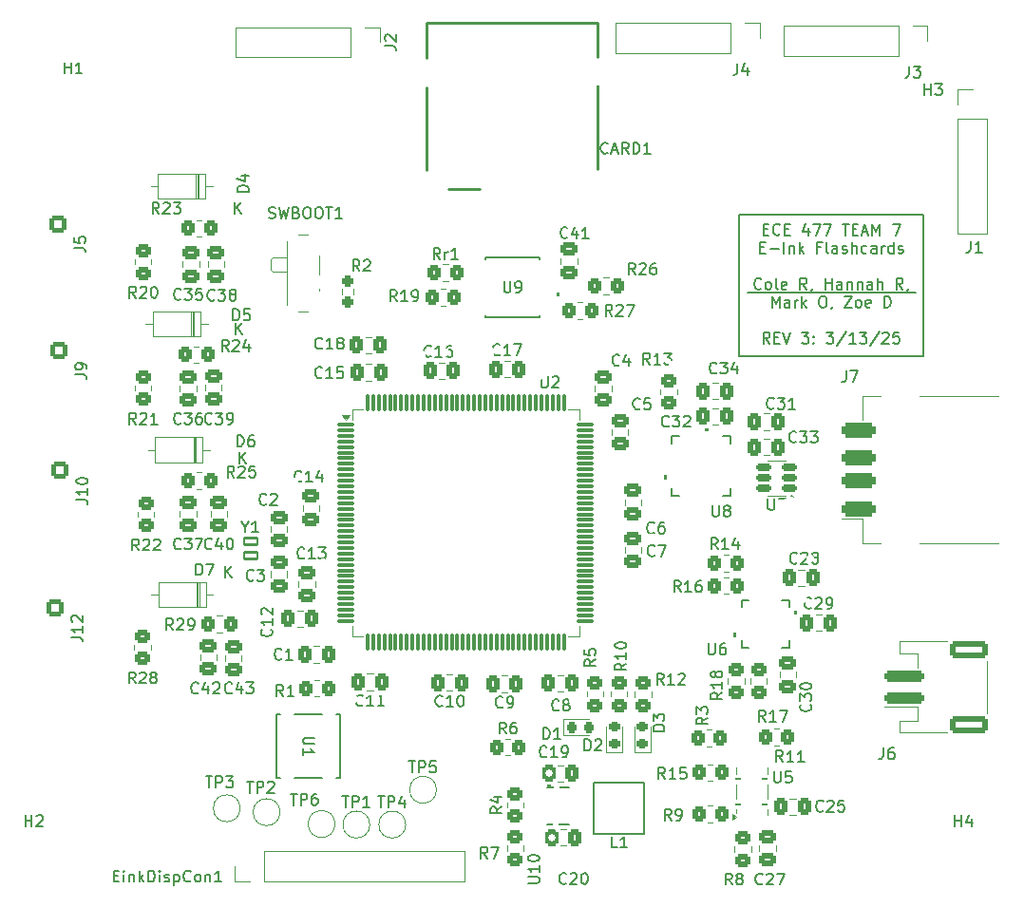
<source format=gto>
%TF.GenerationSoftware,KiCad,Pcbnew,8.0.8*%
%TF.CreationDate,2025-03-13T11:35:54-04:00*%
%TF.ProjectId,ECE477-SeniorDesign,45434534-3737-42d5-9365-6e696f724465,rev?*%
%TF.SameCoordinates,Original*%
%TF.FileFunction,Legend,Top*%
%TF.FilePolarity,Positive*%
%FSLAX46Y46*%
G04 Gerber Fmt 4.6, Leading zero omitted, Abs format (unit mm)*
G04 Created by KiCad (PCBNEW 8.0.8) date 2025-03-13 11:35:54*
%MOMM*%
%LPD*%
G01*
G04 APERTURE LIST*
G04 Aperture macros list*
%AMRoundRect*
0 Rectangle with rounded corners*
0 $1 Rounding radius*
0 $2 $3 $4 $5 $6 $7 $8 $9 X,Y pos of 4 corners*
0 Add a 4 corners polygon primitive as box body*
4,1,4,$2,$3,$4,$5,$6,$7,$8,$9,$2,$3,0*
0 Add four circle primitives for the rounded corners*
1,1,$1+$1,$2,$3*
1,1,$1+$1,$4,$5*
1,1,$1+$1,$6,$7*
1,1,$1+$1,$8,$9*
0 Add four rect primitives between the rounded corners*
20,1,$1+$1,$2,$3,$4,$5,0*
20,1,$1+$1,$4,$5,$6,$7,0*
20,1,$1+$1,$6,$7,$8,$9,0*
20,1,$1+$1,$8,$9,$2,$3,0*%
%AMFreePoly0*
4,1,21,-0.300000,0.050000,-0.296194,0.069134,-0.285355,0.085355,-0.269134,0.096194,-0.250000,0.100000,0.250000,0.100000,0.269134,0.096194,0.285355,0.085355,0.296194,0.069134,0.300000,0.050000,0.300000,-0.050000,0.296194,-0.069134,0.285355,-0.085355,0.269134,-0.096194,0.250000,-0.100000,-0.250000,-0.100000,-0.269134,-0.096194,-0.285355,-0.085355,-0.296194,-0.069134,-0.300000,-0.050000,
-0.300000,0.050000,-0.300000,0.050000,$1*%
G04 Aperture macros list end*
%ADD10C,0.200000*%
%ADD11C,0.150000*%
%ADD12C,0.120000*%
%ADD13C,0.152400*%
%ADD14C,0.000000*%
%ADD15C,0.254000*%
%ADD16RoundRect,0.250000X0.450000X-0.350000X0.450000X0.350000X-0.450000X0.350000X-0.450000X-0.350000X0*%
%ADD17RoundRect,0.218750X0.256250X-0.218750X0.256250X0.218750X-0.256250X0.218750X-0.256250X-0.218750X0*%
%ADD18RoundRect,0.218750X-0.218750X-0.256250X0.218750X-0.256250X0.218750X0.256250X-0.218750X0.256250X0*%
%ADD19RoundRect,0.250000X-0.450000X0.350000X-0.450000X-0.350000X0.450000X-0.350000X0.450000X0.350000X0*%
%ADD20RoundRect,0.250000X-0.475000X0.337500X-0.475000X-0.337500X0.475000X-0.337500X0.475000X0.337500X0*%
%ADD21RoundRect,0.250000X0.337500X0.475000X-0.337500X0.475000X-0.337500X-0.475000X0.337500X-0.475000X0*%
%ADD22RoundRect,0.250000X-0.350000X-0.450000X0.350000X-0.450000X0.350000X0.450000X-0.350000X0.450000X0*%
%ADD23C,2.000000*%
%ADD24RoundRect,0.250000X-0.337500X-0.475000X0.337500X-0.475000X0.337500X0.475000X-0.337500X0.475000X0*%
%ADD25R,0.965200X0.254000*%
%ADD26R,0.254000X0.965200*%
%ADD27R,3.352800X3.352800*%
%ADD28RoundRect,0.250000X-0.550000X0.550000X-0.550000X-0.550000X0.550000X-0.550000X0.550000X0.550000X0*%
%ADD29C,1.600000*%
%ADD30RoundRect,0.250000X0.475000X-0.337500X0.475000X0.337500X-0.475000X0.337500X-0.475000X-0.337500X0*%
%ADD31R,1.600000X1.600000*%
%ADD32O,1.600000X1.600000*%
%ADD33RoundRect,0.250000X1.500000X-0.250000X1.500000X0.250000X-1.500000X0.250000X-1.500000X-0.250000X0*%
%ADD34RoundRect,0.250001X1.449999X-0.499999X1.449999X0.499999X-1.449999X0.499999X-1.449999X-0.499999X0*%
%ADD35RoundRect,0.250000X0.350000X0.450000X-0.350000X0.450000X-0.350000X-0.450000X0.350000X-0.450000X0*%
%ADD36R,1.700000X1.700000*%
%ADD37O,1.700000X1.700000*%
%ADD38FreePoly0,90.000000*%
%ADD39RoundRect,0.050000X-0.212500X-0.050000X0.212500X-0.050000X0.212500X0.050000X-0.212500X0.050000X0*%
%ADD40R,1.950000X2.450000*%
%ADD41RoundRect,0.237500X-0.237500X0.250000X-0.237500X-0.250000X0.237500X-0.250000X0.237500X0.250000X0*%
%ADD42C,2.100000*%
%ADD43RoundRect,0.075000X-0.662500X-0.075000X0.662500X-0.075000X0.662500X0.075000X-0.662500X0.075000X0*%
%ADD44RoundRect,0.075000X-0.075000X-0.662500X0.075000X-0.662500X0.075000X0.662500X-0.075000X0.662500X0*%
%ADD45R,0.800000X1.000000*%
%ADD46C,0.900000*%
%ADD47R,1.500000X0.700000*%
%ADD48R,0.254000X0.812800*%
%ADD49R,0.812800X0.254000*%
%ADD50R,2.594000X2.594000*%
%ADD51R,0.558800X0.952500*%
%ADD52R,0.599999X0.249999*%
%ADD53R,0.900001X0.249999*%
%ADD54R,1.300000X0.249999*%
%ADD55R,0.700000X1.600000*%
%ADD56R,1.200000X1.500000*%
%ADD57R,1.200000X2.200000*%
%ADD58R,1.600000X1.500000*%
%ADD59RoundRect,0.325000X1.175000X-0.325000X1.175000X0.325000X-1.175000X0.325000X-1.175000X-0.325000X0*%
%ADD60O,2.900000X1.200000*%
%ADD61RoundRect,0.102000X-0.600000X0.300000X-0.600000X-0.300000X0.600000X-0.300000X0.600000X0.300000X0*%
%ADD62R,1.409700X0.355600*%
%ADD63R,3.200400X0.762000*%
%ADD64RoundRect,0.150000X0.512500X0.150000X-0.512500X0.150000X-0.512500X-0.150000X0.512500X-0.150000X0*%
%ADD65C,0.700000*%
%ADD66C,0.650000*%
G04 APERTURE END LIST*
D10*
X178600925Y-69500000D02*
X193599074Y-69500000D01*
X180027380Y-63838409D02*
X180360713Y-63838409D01*
X180503570Y-64362219D02*
X180027380Y-64362219D01*
X180027380Y-64362219D02*
X180027380Y-63362219D01*
X180027380Y-63362219D02*
X180503570Y-63362219D01*
X181503570Y-64266980D02*
X181455951Y-64314600D01*
X181455951Y-64314600D02*
X181313094Y-64362219D01*
X181313094Y-64362219D02*
X181217856Y-64362219D01*
X181217856Y-64362219D02*
X181074999Y-64314600D01*
X181074999Y-64314600D02*
X180979761Y-64219361D01*
X180979761Y-64219361D02*
X180932142Y-64124123D01*
X180932142Y-64124123D02*
X180884523Y-63933647D01*
X180884523Y-63933647D02*
X180884523Y-63790790D01*
X180884523Y-63790790D02*
X180932142Y-63600314D01*
X180932142Y-63600314D02*
X180979761Y-63505076D01*
X180979761Y-63505076D02*
X181074999Y-63409838D01*
X181074999Y-63409838D02*
X181217856Y-63362219D01*
X181217856Y-63362219D02*
X181313094Y-63362219D01*
X181313094Y-63362219D02*
X181455951Y-63409838D01*
X181455951Y-63409838D02*
X181503570Y-63457457D01*
X181932142Y-63838409D02*
X182265475Y-63838409D01*
X182408332Y-64362219D02*
X181932142Y-64362219D01*
X181932142Y-64362219D02*
X181932142Y-63362219D01*
X181932142Y-63362219D02*
X182408332Y-63362219D01*
X184027380Y-63695552D02*
X184027380Y-64362219D01*
X183789285Y-63314600D02*
X183551190Y-64028885D01*
X183551190Y-64028885D02*
X184170237Y-64028885D01*
X184455952Y-63362219D02*
X185122618Y-63362219D01*
X185122618Y-63362219D02*
X184694047Y-64362219D01*
X185408333Y-63362219D02*
X186074999Y-63362219D01*
X186074999Y-63362219D02*
X185646428Y-64362219D01*
X187075000Y-63362219D02*
X187646428Y-63362219D01*
X187360714Y-64362219D02*
X187360714Y-63362219D01*
X187979762Y-63838409D02*
X188313095Y-63838409D01*
X188455952Y-64362219D02*
X187979762Y-64362219D01*
X187979762Y-64362219D02*
X187979762Y-63362219D01*
X187979762Y-63362219D02*
X188455952Y-63362219D01*
X188836905Y-64076504D02*
X189313095Y-64076504D01*
X188741667Y-64362219D02*
X189075000Y-63362219D01*
X189075000Y-63362219D02*
X189408333Y-64362219D01*
X189741667Y-64362219D02*
X189741667Y-63362219D01*
X189741667Y-63362219D02*
X190075000Y-64076504D01*
X190075000Y-64076504D02*
X190408333Y-63362219D01*
X190408333Y-63362219D02*
X190408333Y-64362219D01*
X191551191Y-63362219D02*
X192217857Y-63362219D01*
X192217857Y-63362219D02*
X191789286Y-64362219D01*
X179717856Y-65448353D02*
X180051189Y-65448353D01*
X180194046Y-65972163D02*
X179717856Y-65972163D01*
X179717856Y-65972163D02*
X179717856Y-64972163D01*
X179717856Y-64972163D02*
X180194046Y-64972163D01*
X180622618Y-65591210D02*
X181384523Y-65591210D01*
X181860713Y-65972163D02*
X181860713Y-64972163D01*
X182336903Y-65305496D02*
X182336903Y-65972163D01*
X182336903Y-65400734D02*
X182384522Y-65353115D01*
X182384522Y-65353115D02*
X182479760Y-65305496D01*
X182479760Y-65305496D02*
X182622617Y-65305496D01*
X182622617Y-65305496D02*
X182717855Y-65353115D01*
X182717855Y-65353115D02*
X182765474Y-65448353D01*
X182765474Y-65448353D02*
X182765474Y-65972163D01*
X183241665Y-65972163D02*
X183241665Y-64972163D01*
X183336903Y-65591210D02*
X183622617Y-65972163D01*
X183622617Y-65305496D02*
X183241665Y-65686448D01*
X185146427Y-65448353D02*
X184813094Y-65448353D01*
X184813094Y-65972163D02*
X184813094Y-64972163D01*
X184813094Y-64972163D02*
X185289284Y-64972163D01*
X185813094Y-65972163D02*
X185717856Y-65924544D01*
X185717856Y-65924544D02*
X185670237Y-65829305D01*
X185670237Y-65829305D02*
X185670237Y-64972163D01*
X186622618Y-65972163D02*
X186622618Y-65448353D01*
X186622618Y-65448353D02*
X186574999Y-65353115D01*
X186574999Y-65353115D02*
X186479761Y-65305496D01*
X186479761Y-65305496D02*
X186289285Y-65305496D01*
X186289285Y-65305496D02*
X186194047Y-65353115D01*
X186622618Y-65924544D02*
X186527380Y-65972163D01*
X186527380Y-65972163D02*
X186289285Y-65972163D01*
X186289285Y-65972163D02*
X186194047Y-65924544D01*
X186194047Y-65924544D02*
X186146428Y-65829305D01*
X186146428Y-65829305D02*
X186146428Y-65734067D01*
X186146428Y-65734067D02*
X186194047Y-65638829D01*
X186194047Y-65638829D02*
X186289285Y-65591210D01*
X186289285Y-65591210D02*
X186527380Y-65591210D01*
X186527380Y-65591210D02*
X186622618Y-65543591D01*
X187051190Y-65924544D02*
X187146428Y-65972163D01*
X187146428Y-65972163D02*
X187336904Y-65972163D01*
X187336904Y-65972163D02*
X187432142Y-65924544D01*
X187432142Y-65924544D02*
X187479761Y-65829305D01*
X187479761Y-65829305D02*
X187479761Y-65781686D01*
X187479761Y-65781686D02*
X187432142Y-65686448D01*
X187432142Y-65686448D02*
X187336904Y-65638829D01*
X187336904Y-65638829D02*
X187194047Y-65638829D01*
X187194047Y-65638829D02*
X187098809Y-65591210D01*
X187098809Y-65591210D02*
X187051190Y-65495972D01*
X187051190Y-65495972D02*
X187051190Y-65448353D01*
X187051190Y-65448353D02*
X187098809Y-65353115D01*
X187098809Y-65353115D02*
X187194047Y-65305496D01*
X187194047Y-65305496D02*
X187336904Y-65305496D01*
X187336904Y-65305496D02*
X187432142Y-65353115D01*
X187908333Y-65972163D02*
X187908333Y-64972163D01*
X188336904Y-65972163D02*
X188336904Y-65448353D01*
X188336904Y-65448353D02*
X188289285Y-65353115D01*
X188289285Y-65353115D02*
X188194047Y-65305496D01*
X188194047Y-65305496D02*
X188051190Y-65305496D01*
X188051190Y-65305496D02*
X187955952Y-65353115D01*
X187955952Y-65353115D02*
X187908333Y-65400734D01*
X189241666Y-65924544D02*
X189146428Y-65972163D01*
X189146428Y-65972163D02*
X188955952Y-65972163D01*
X188955952Y-65972163D02*
X188860714Y-65924544D01*
X188860714Y-65924544D02*
X188813095Y-65876924D01*
X188813095Y-65876924D02*
X188765476Y-65781686D01*
X188765476Y-65781686D02*
X188765476Y-65495972D01*
X188765476Y-65495972D02*
X188813095Y-65400734D01*
X188813095Y-65400734D02*
X188860714Y-65353115D01*
X188860714Y-65353115D02*
X188955952Y-65305496D01*
X188955952Y-65305496D02*
X189146428Y-65305496D01*
X189146428Y-65305496D02*
X189241666Y-65353115D01*
X190098809Y-65972163D02*
X190098809Y-65448353D01*
X190098809Y-65448353D02*
X190051190Y-65353115D01*
X190051190Y-65353115D02*
X189955952Y-65305496D01*
X189955952Y-65305496D02*
X189765476Y-65305496D01*
X189765476Y-65305496D02*
X189670238Y-65353115D01*
X190098809Y-65924544D02*
X190003571Y-65972163D01*
X190003571Y-65972163D02*
X189765476Y-65972163D01*
X189765476Y-65972163D02*
X189670238Y-65924544D01*
X189670238Y-65924544D02*
X189622619Y-65829305D01*
X189622619Y-65829305D02*
X189622619Y-65734067D01*
X189622619Y-65734067D02*
X189670238Y-65638829D01*
X189670238Y-65638829D02*
X189765476Y-65591210D01*
X189765476Y-65591210D02*
X190003571Y-65591210D01*
X190003571Y-65591210D02*
X190098809Y-65543591D01*
X190575000Y-65972163D02*
X190575000Y-65305496D01*
X190575000Y-65495972D02*
X190622619Y-65400734D01*
X190622619Y-65400734D02*
X190670238Y-65353115D01*
X190670238Y-65353115D02*
X190765476Y-65305496D01*
X190765476Y-65305496D02*
X190860714Y-65305496D01*
X191622619Y-65972163D02*
X191622619Y-64972163D01*
X191622619Y-65924544D02*
X191527381Y-65972163D01*
X191527381Y-65972163D02*
X191336905Y-65972163D01*
X191336905Y-65972163D02*
X191241667Y-65924544D01*
X191241667Y-65924544D02*
X191194048Y-65876924D01*
X191194048Y-65876924D02*
X191146429Y-65781686D01*
X191146429Y-65781686D02*
X191146429Y-65495972D01*
X191146429Y-65495972D02*
X191194048Y-65400734D01*
X191194048Y-65400734D02*
X191241667Y-65353115D01*
X191241667Y-65353115D02*
X191336905Y-65305496D01*
X191336905Y-65305496D02*
X191527381Y-65305496D01*
X191527381Y-65305496D02*
X191622619Y-65353115D01*
X192051191Y-65924544D02*
X192146429Y-65972163D01*
X192146429Y-65972163D02*
X192336905Y-65972163D01*
X192336905Y-65972163D02*
X192432143Y-65924544D01*
X192432143Y-65924544D02*
X192479762Y-65829305D01*
X192479762Y-65829305D02*
X192479762Y-65781686D01*
X192479762Y-65781686D02*
X192432143Y-65686448D01*
X192432143Y-65686448D02*
X192336905Y-65638829D01*
X192336905Y-65638829D02*
X192194048Y-65638829D01*
X192194048Y-65638829D02*
X192098810Y-65591210D01*
X192098810Y-65591210D02*
X192051191Y-65495972D01*
X192051191Y-65495972D02*
X192051191Y-65448353D01*
X192051191Y-65448353D02*
X192098810Y-65353115D01*
X192098810Y-65353115D02*
X192194048Y-65305496D01*
X192194048Y-65305496D02*
X192336905Y-65305496D01*
X192336905Y-65305496D02*
X192432143Y-65353115D01*
X179836904Y-69096812D02*
X179789285Y-69144432D01*
X179789285Y-69144432D02*
X179646428Y-69192051D01*
X179646428Y-69192051D02*
X179551190Y-69192051D01*
X179551190Y-69192051D02*
X179408333Y-69144432D01*
X179408333Y-69144432D02*
X179313095Y-69049193D01*
X179313095Y-69049193D02*
X179265476Y-68953955D01*
X179265476Y-68953955D02*
X179217857Y-68763479D01*
X179217857Y-68763479D02*
X179217857Y-68620622D01*
X179217857Y-68620622D02*
X179265476Y-68430146D01*
X179265476Y-68430146D02*
X179313095Y-68334908D01*
X179313095Y-68334908D02*
X179408333Y-68239670D01*
X179408333Y-68239670D02*
X179551190Y-68192051D01*
X179551190Y-68192051D02*
X179646428Y-68192051D01*
X179646428Y-68192051D02*
X179789285Y-68239670D01*
X179789285Y-68239670D02*
X179836904Y-68287289D01*
X180408333Y-69192051D02*
X180313095Y-69144432D01*
X180313095Y-69144432D02*
X180265476Y-69096812D01*
X180265476Y-69096812D02*
X180217857Y-69001574D01*
X180217857Y-69001574D02*
X180217857Y-68715860D01*
X180217857Y-68715860D02*
X180265476Y-68620622D01*
X180265476Y-68620622D02*
X180313095Y-68573003D01*
X180313095Y-68573003D02*
X180408333Y-68525384D01*
X180408333Y-68525384D02*
X180551190Y-68525384D01*
X180551190Y-68525384D02*
X180646428Y-68573003D01*
X180646428Y-68573003D02*
X180694047Y-68620622D01*
X180694047Y-68620622D02*
X180741666Y-68715860D01*
X180741666Y-68715860D02*
X180741666Y-69001574D01*
X180741666Y-69001574D02*
X180694047Y-69096812D01*
X180694047Y-69096812D02*
X180646428Y-69144432D01*
X180646428Y-69144432D02*
X180551190Y-69192051D01*
X180551190Y-69192051D02*
X180408333Y-69192051D01*
X181313095Y-69192051D02*
X181217857Y-69144432D01*
X181217857Y-69144432D02*
X181170238Y-69049193D01*
X181170238Y-69049193D02*
X181170238Y-68192051D01*
X182075000Y-69144432D02*
X181979762Y-69192051D01*
X181979762Y-69192051D02*
X181789286Y-69192051D01*
X181789286Y-69192051D02*
X181694048Y-69144432D01*
X181694048Y-69144432D02*
X181646429Y-69049193D01*
X181646429Y-69049193D02*
X181646429Y-68668241D01*
X181646429Y-68668241D02*
X181694048Y-68573003D01*
X181694048Y-68573003D02*
X181789286Y-68525384D01*
X181789286Y-68525384D02*
X181979762Y-68525384D01*
X181979762Y-68525384D02*
X182075000Y-68573003D01*
X182075000Y-68573003D02*
X182122619Y-68668241D01*
X182122619Y-68668241D02*
X182122619Y-68763479D01*
X182122619Y-68763479D02*
X181646429Y-68858717D01*
X183884524Y-69192051D02*
X183551191Y-68715860D01*
X183313096Y-69192051D02*
X183313096Y-68192051D01*
X183313096Y-68192051D02*
X183694048Y-68192051D01*
X183694048Y-68192051D02*
X183789286Y-68239670D01*
X183789286Y-68239670D02*
X183836905Y-68287289D01*
X183836905Y-68287289D02*
X183884524Y-68382527D01*
X183884524Y-68382527D02*
X183884524Y-68525384D01*
X183884524Y-68525384D02*
X183836905Y-68620622D01*
X183836905Y-68620622D02*
X183789286Y-68668241D01*
X183789286Y-68668241D02*
X183694048Y-68715860D01*
X183694048Y-68715860D02*
X183313096Y-68715860D01*
X184360715Y-69144432D02*
X184360715Y-69192051D01*
X184360715Y-69192051D02*
X184313096Y-69287289D01*
X184313096Y-69287289D02*
X184265477Y-69334908D01*
X185551191Y-69192051D02*
X185551191Y-68192051D01*
X185551191Y-68668241D02*
X186122619Y-68668241D01*
X186122619Y-69192051D02*
X186122619Y-68192051D01*
X187027381Y-69192051D02*
X187027381Y-68668241D01*
X187027381Y-68668241D02*
X186979762Y-68573003D01*
X186979762Y-68573003D02*
X186884524Y-68525384D01*
X186884524Y-68525384D02*
X186694048Y-68525384D01*
X186694048Y-68525384D02*
X186598810Y-68573003D01*
X187027381Y-69144432D02*
X186932143Y-69192051D01*
X186932143Y-69192051D02*
X186694048Y-69192051D01*
X186694048Y-69192051D02*
X186598810Y-69144432D01*
X186598810Y-69144432D02*
X186551191Y-69049193D01*
X186551191Y-69049193D02*
X186551191Y-68953955D01*
X186551191Y-68953955D02*
X186598810Y-68858717D01*
X186598810Y-68858717D02*
X186694048Y-68811098D01*
X186694048Y-68811098D02*
X186932143Y-68811098D01*
X186932143Y-68811098D02*
X187027381Y-68763479D01*
X187503572Y-68525384D02*
X187503572Y-69192051D01*
X187503572Y-68620622D02*
X187551191Y-68573003D01*
X187551191Y-68573003D02*
X187646429Y-68525384D01*
X187646429Y-68525384D02*
X187789286Y-68525384D01*
X187789286Y-68525384D02*
X187884524Y-68573003D01*
X187884524Y-68573003D02*
X187932143Y-68668241D01*
X187932143Y-68668241D02*
X187932143Y-69192051D01*
X188408334Y-68525384D02*
X188408334Y-69192051D01*
X188408334Y-68620622D02*
X188455953Y-68573003D01*
X188455953Y-68573003D02*
X188551191Y-68525384D01*
X188551191Y-68525384D02*
X188694048Y-68525384D01*
X188694048Y-68525384D02*
X188789286Y-68573003D01*
X188789286Y-68573003D02*
X188836905Y-68668241D01*
X188836905Y-68668241D02*
X188836905Y-69192051D01*
X189741667Y-69192051D02*
X189741667Y-68668241D01*
X189741667Y-68668241D02*
X189694048Y-68573003D01*
X189694048Y-68573003D02*
X189598810Y-68525384D01*
X189598810Y-68525384D02*
X189408334Y-68525384D01*
X189408334Y-68525384D02*
X189313096Y-68573003D01*
X189741667Y-69144432D02*
X189646429Y-69192051D01*
X189646429Y-69192051D02*
X189408334Y-69192051D01*
X189408334Y-69192051D02*
X189313096Y-69144432D01*
X189313096Y-69144432D02*
X189265477Y-69049193D01*
X189265477Y-69049193D02*
X189265477Y-68953955D01*
X189265477Y-68953955D02*
X189313096Y-68858717D01*
X189313096Y-68858717D02*
X189408334Y-68811098D01*
X189408334Y-68811098D02*
X189646429Y-68811098D01*
X189646429Y-68811098D02*
X189741667Y-68763479D01*
X190217858Y-69192051D02*
X190217858Y-68192051D01*
X190646429Y-69192051D02*
X190646429Y-68668241D01*
X190646429Y-68668241D02*
X190598810Y-68573003D01*
X190598810Y-68573003D02*
X190503572Y-68525384D01*
X190503572Y-68525384D02*
X190360715Y-68525384D01*
X190360715Y-68525384D02*
X190265477Y-68573003D01*
X190265477Y-68573003D02*
X190217858Y-68620622D01*
X192455953Y-69192051D02*
X192122620Y-68715860D01*
X191884525Y-69192051D02*
X191884525Y-68192051D01*
X191884525Y-68192051D02*
X192265477Y-68192051D01*
X192265477Y-68192051D02*
X192360715Y-68239670D01*
X192360715Y-68239670D02*
X192408334Y-68287289D01*
X192408334Y-68287289D02*
X192455953Y-68382527D01*
X192455953Y-68382527D02*
X192455953Y-68525384D01*
X192455953Y-68525384D02*
X192408334Y-68620622D01*
X192408334Y-68620622D02*
X192360715Y-68668241D01*
X192360715Y-68668241D02*
X192265477Y-68715860D01*
X192265477Y-68715860D02*
X191884525Y-68715860D01*
X192932144Y-69144432D02*
X192932144Y-69192051D01*
X192932144Y-69192051D02*
X192884525Y-69287289D01*
X192884525Y-69287289D02*
X192836906Y-69334908D01*
X180813095Y-70801995D02*
X180813095Y-69801995D01*
X180813095Y-69801995D02*
X181146428Y-70516280D01*
X181146428Y-70516280D02*
X181479761Y-69801995D01*
X181479761Y-69801995D02*
X181479761Y-70801995D01*
X182384523Y-70801995D02*
X182384523Y-70278185D01*
X182384523Y-70278185D02*
X182336904Y-70182947D01*
X182336904Y-70182947D02*
X182241666Y-70135328D01*
X182241666Y-70135328D02*
X182051190Y-70135328D01*
X182051190Y-70135328D02*
X181955952Y-70182947D01*
X182384523Y-70754376D02*
X182289285Y-70801995D01*
X182289285Y-70801995D02*
X182051190Y-70801995D01*
X182051190Y-70801995D02*
X181955952Y-70754376D01*
X181955952Y-70754376D02*
X181908333Y-70659137D01*
X181908333Y-70659137D02*
X181908333Y-70563899D01*
X181908333Y-70563899D02*
X181955952Y-70468661D01*
X181955952Y-70468661D02*
X182051190Y-70421042D01*
X182051190Y-70421042D02*
X182289285Y-70421042D01*
X182289285Y-70421042D02*
X182384523Y-70373423D01*
X182860714Y-70801995D02*
X182860714Y-70135328D01*
X182860714Y-70325804D02*
X182908333Y-70230566D01*
X182908333Y-70230566D02*
X182955952Y-70182947D01*
X182955952Y-70182947D02*
X183051190Y-70135328D01*
X183051190Y-70135328D02*
X183146428Y-70135328D01*
X183479762Y-70801995D02*
X183479762Y-69801995D01*
X183575000Y-70421042D02*
X183860714Y-70801995D01*
X183860714Y-70135328D02*
X183479762Y-70516280D01*
X185241667Y-69801995D02*
X185432143Y-69801995D01*
X185432143Y-69801995D02*
X185527381Y-69849614D01*
X185527381Y-69849614D02*
X185622619Y-69944852D01*
X185622619Y-69944852D02*
X185670238Y-70135328D01*
X185670238Y-70135328D02*
X185670238Y-70468661D01*
X185670238Y-70468661D02*
X185622619Y-70659137D01*
X185622619Y-70659137D02*
X185527381Y-70754376D01*
X185527381Y-70754376D02*
X185432143Y-70801995D01*
X185432143Y-70801995D02*
X185241667Y-70801995D01*
X185241667Y-70801995D02*
X185146429Y-70754376D01*
X185146429Y-70754376D02*
X185051191Y-70659137D01*
X185051191Y-70659137D02*
X185003572Y-70468661D01*
X185003572Y-70468661D02*
X185003572Y-70135328D01*
X185003572Y-70135328D02*
X185051191Y-69944852D01*
X185051191Y-69944852D02*
X185146429Y-69849614D01*
X185146429Y-69849614D02*
X185241667Y-69801995D01*
X186146429Y-70754376D02*
X186146429Y-70801995D01*
X186146429Y-70801995D02*
X186098810Y-70897233D01*
X186098810Y-70897233D02*
X186051191Y-70944852D01*
X187241667Y-69801995D02*
X187908333Y-69801995D01*
X187908333Y-69801995D02*
X187241667Y-70801995D01*
X187241667Y-70801995D02*
X187908333Y-70801995D01*
X188432143Y-70801995D02*
X188336905Y-70754376D01*
X188336905Y-70754376D02*
X188289286Y-70706756D01*
X188289286Y-70706756D02*
X188241667Y-70611518D01*
X188241667Y-70611518D02*
X188241667Y-70325804D01*
X188241667Y-70325804D02*
X188289286Y-70230566D01*
X188289286Y-70230566D02*
X188336905Y-70182947D01*
X188336905Y-70182947D02*
X188432143Y-70135328D01*
X188432143Y-70135328D02*
X188575000Y-70135328D01*
X188575000Y-70135328D02*
X188670238Y-70182947D01*
X188670238Y-70182947D02*
X188717857Y-70230566D01*
X188717857Y-70230566D02*
X188765476Y-70325804D01*
X188765476Y-70325804D02*
X188765476Y-70611518D01*
X188765476Y-70611518D02*
X188717857Y-70706756D01*
X188717857Y-70706756D02*
X188670238Y-70754376D01*
X188670238Y-70754376D02*
X188575000Y-70801995D01*
X188575000Y-70801995D02*
X188432143Y-70801995D01*
X189575000Y-70754376D02*
X189479762Y-70801995D01*
X189479762Y-70801995D02*
X189289286Y-70801995D01*
X189289286Y-70801995D02*
X189194048Y-70754376D01*
X189194048Y-70754376D02*
X189146429Y-70659137D01*
X189146429Y-70659137D02*
X189146429Y-70278185D01*
X189146429Y-70278185D02*
X189194048Y-70182947D01*
X189194048Y-70182947D02*
X189289286Y-70135328D01*
X189289286Y-70135328D02*
X189479762Y-70135328D01*
X189479762Y-70135328D02*
X189575000Y-70182947D01*
X189575000Y-70182947D02*
X189622619Y-70278185D01*
X189622619Y-70278185D02*
X189622619Y-70373423D01*
X189622619Y-70373423D02*
X189146429Y-70468661D01*
X190813096Y-70801995D02*
X190813096Y-69801995D01*
X190813096Y-69801995D02*
X191051191Y-69801995D01*
X191051191Y-69801995D02*
X191194048Y-69849614D01*
X191194048Y-69849614D02*
X191289286Y-69944852D01*
X191289286Y-69944852D02*
X191336905Y-70040090D01*
X191336905Y-70040090D02*
X191384524Y-70230566D01*
X191384524Y-70230566D02*
X191384524Y-70373423D01*
X191384524Y-70373423D02*
X191336905Y-70563899D01*
X191336905Y-70563899D02*
X191289286Y-70659137D01*
X191289286Y-70659137D02*
X191194048Y-70754376D01*
X191194048Y-70754376D02*
X191051191Y-70801995D01*
X191051191Y-70801995D02*
X190813096Y-70801995D01*
X180598809Y-74021883D02*
X180265476Y-73545692D01*
X180027381Y-74021883D02*
X180027381Y-73021883D01*
X180027381Y-73021883D02*
X180408333Y-73021883D01*
X180408333Y-73021883D02*
X180503571Y-73069502D01*
X180503571Y-73069502D02*
X180551190Y-73117121D01*
X180551190Y-73117121D02*
X180598809Y-73212359D01*
X180598809Y-73212359D02*
X180598809Y-73355216D01*
X180598809Y-73355216D02*
X180551190Y-73450454D01*
X180551190Y-73450454D02*
X180503571Y-73498073D01*
X180503571Y-73498073D02*
X180408333Y-73545692D01*
X180408333Y-73545692D02*
X180027381Y-73545692D01*
X181027381Y-73498073D02*
X181360714Y-73498073D01*
X181503571Y-74021883D02*
X181027381Y-74021883D01*
X181027381Y-74021883D02*
X181027381Y-73021883D01*
X181027381Y-73021883D02*
X181503571Y-73021883D01*
X181789286Y-73021883D02*
X182122619Y-74021883D01*
X182122619Y-74021883D02*
X182455952Y-73021883D01*
X183455953Y-73021883D02*
X184075000Y-73021883D01*
X184075000Y-73021883D02*
X183741667Y-73402835D01*
X183741667Y-73402835D02*
X183884524Y-73402835D01*
X183884524Y-73402835D02*
X183979762Y-73450454D01*
X183979762Y-73450454D02*
X184027381Y-73498073D01*
X184027381Y-73498073D02*
X184075000Y-73593311D01*
X184075000Y-73593311D02*
X184075000Y-73831406D01*
X184075000Y-73831406D02*
X184027381Y-73926644D01*
X184027381Y-73926644D02*
X183979762Y-73974264D01*
X183979762Y-73974264D02*
X183884524Y-74021883D01*
X183884524Y-74021883D02*
X183598810Y-74021883D01*
X183598810Y-74021883D02*
X183503572Y-73974264D01*
X183503572Y-73974264D02*
X183455953Y-73926644D01*
X184503572Y-73926644D02*
X184551191Y-73974264D01*
X184551191Y-73974264D02*
X184503572Y-74021883D01*
X184503572Y-74021883D02*
X184455953Y-73974264D01*
X184455953Y-73974264D02*
X184503572Y-73926644D01*
X184503572Y-73926644D02*
X184503572Y-74021883D01*
X184503572Y-73402835D02*
X184551191Y-73450454D01*
X184551191Y-73450454D02*
X184503572Y-73498073D01*
X184503572Y-73498073D02*
X184455953Y-73450454D01*
X184455953Y-73450454D02*
X184503572Y-73402835D01*
X184503572Y-73402835D02*
X184503572Y-73498073D01*
X185646429Y-73021883D02*
X186265476Y-73021883D01*
X186265476Y-73021883D02*
X185932143Y-73402835D01*
X185932143Y-73402835D02*
X186075000Y-73402835D01*
X186075000Y-73402835D02*
X186170238Y-73450454D01*
X186170238Y-73450454D02*
X186217857Y-73498073D01*
X186217857Y-73498073D02*
X186265476Y-73593311D01*
X186265476Y-73593311D02*
X186265476Y-73831406D01*
X186265476Y-73831406D02*
X186217857Y-73926644D01*
X186217857Y-73926644D02*
X186170238Y-73974264D01*
X186170238Y-73974264D02*
X186075000Y-74021883D01*
X186075000Y-74021883D02*
X185789286Y-74021883D01*
X185789286Y-74021883D02*
X185694048Y-73974264D01*
X185694048Y-73974264D02*
X185646429Y-73926644D01*
X187408333Y-72974264D02*
X186551191Y-74259978D01*
X188265476Y-74021883D02*
X187694048Y-74021883D01*
X187979762Y-74021883D02*
X187979762Y-73021883D01*
X187979762Y-73021883D02*
X187884524Y-73164740D01*
X187884524Y-73164740D02*
X187789286Y-73259978D01*
X187789286Y-73259978D02*
X187694048Y-73307597D01*
X188598810Y-73021883D02*
X189217857Y-73021883D01*
X189217857Y-73021883D02*
X188884524Y-73402835D01*
X188884524Y-73402835D02*
X189027381Y-73402835D01*
X189027381Y-73402835D02*
X189122619Y-73450454D01*
X189122619Y-73450454D02*
X189170238Y-73498073D01*
X189170238Y-73498073D02*
X189217857Y-73593311D01*
X189217857Y-73593311D02*
X189217857Y-73831406D01*
X189217857Y-73831406D02*
X189170238Y-73926644D01*
X189170238Y-73926644D02*
X189122619Y-73974264D01*
X189122619Y-73974264D02*
X189027381Y-74021883D01*
X189027381Y-74021883D02*
X188741667Y-74021883D01*
X188741667Y-74021883D02*
X188646429Y-73974264D01*
X188646429Y-73974264D02*
X188598810Y-73926644D01*
X190360714Y-72974264D02*
X189503572Y-74259978D01*
X190646429Y-73117121D02*
X190694048Y-73069502D01*
X190694048Y-73069502D02*
X190789286Y-73021883D01*
X190789286Y-73021883D02*
X191027381Y-73021883D01*
X191027381Y-73021883D02*
X191122619Y-73069502D01*
X191122619Y-73069502D02*
X191170238Y-73117121D01*
X191170238Y-73117121D02*
X191217857Y-73212359D01*
X191217857Y-73212359D02*
X191217857Y-73307597D01*
X191217857Y-73307597D02*
X191170238Y-73450454D01*
X191170238Y-73450454D02*
X190598810Y-74021883D01*
X190598810Y-74021883D02*
X191217857Y-74021883D01*
X192122619Y-73021883D02*
X191646429Y-73021883D01*
X191646429Y-73021883D02*
X191598810Y-73498073D01*
X191598810Y-73498073D02*
X191646429Y-73450454D01*
X191646429Y-73450454D02*
X191741667Y-73402835D01*
X191741667Y-73402835D02*
X191979762Y-73402835D01*
X191979762Y-73402835D02*
X192075000Y-73450454D01*
X192075000Y-73450454D02*
X192122619Y-73498073D01*
X192122619Y-73498073D02*
X192170238Y-73593311D01*
X192170238Y-73593311D02*
X192170238Y-73831406D01*
X192170238Y-73831406D02*
X192122619Y-73926644D01*
X192122619Y-73926644D02*
X192075000Y-73974264D01*
X192075000Y-73974264D02*
X191979762Y-74021883D01*
X191979762Y-74021883D02*
X191741667Y-74021883D01*
X191741667Y-74021883D02*
X191646429Y-73974264D01*
X191646429Y-73974264D02*
X191598810Y-73926644D01*
D11*
X177897000Y-62575000D02*
X194253000Y-62575000D01*
X194253000Y-75139000D01*
X177897000Y-75139000D01*
X177897000Y-62575000D01*
X169907142Y-75879819D02*
X169573809Y-75403628D01*
X169335714Y-75879819D02*
X169335714Y-74879819D01*
X169335714Y-74879819D02*
X169716666Y-74879819D01*
X169716666Y-74879819D02*
X169811904Y-74927438D01*
X169811904Y-74927438D02*
X169859523Y-74975057D01*
X169859523Y-74975057D02*
X169907142Y-75070295D01*
X169907142Y-75070295D02*
X169907142Y-75213152D01*
X169907142Y-75213152D02*
X169859523Y-75308390D01*
X169859523Y-75308390D02*
X169811904Y-75356009D01*
X169811904Y-75356009D02*
X169716666Y-75403628D01*
X169716666Y-75403628D02*
X169335714Y-75403628D01*
X170859523Y-75879819D02*
X170288095Y-75879819D01*
X170573809Y-75879819D02*
X170573809Y-74879819D01*
X170573809Y-74879819D02*
X170478571Y-75022676D01*
X170478571Y-75022676D02*
X170383333Y-75117914D01*
X170383333Y-75117914D02*
X170288095Y-75165533D01*
X171192857Y-74879819D02*
X171811904Y-74879819D01*
X171811904Y-74879819D02*
X171478571Y-75260771D01*
X171478571Y-75260771D02*
X171621428Y-75260771D01*
X171621428Y-75260771D02*
X171716666Y-75308390D01*
X171716666Y-75308390D02*
X171764285Y-75356009D01*
X171764285Y-75356009D02*
X171811904Y-75451247D01*
X171811904Y-75451247D02*
X171811904Y-75689342D01*
X171811904Y-75689342D02*
X171764285Y-75784580D01*
X171764285Y-75784580D02*
X171716666Y-75832200D01*
X171716666Y-75832200D02*
X171621428Y-75879819D01*
X171621428Y-75879819D02*
X171335714Y-75879819D01*
X171335714Y-75879819D02*
X171240476Y-75832200D01*
X171240476Y-75832200D02*
X171192857Y-75784580D01*
X171204819Y-108563094D02*
X170204819Y-108563094D01*
X170204819Y-108563094D02*
X170204819Y-108324999D01*
X170204819Y-108324999D02*
X170252438Y-108182142D01*
X170252438Y-108182142D02*
X170347676Y-108086904D01*
X170347676Y-108086904D02*
X170442914Y-108039285D01*
X170442914Y-108039285D02*
X170633390Y-107991666D01*
X170633390Y-107991666D02*
X170776247Y-107991666D01*
X170776247Y-107991666D02*
X170966723Y-108039285D01*
X170966723Y-108039285D02*
X171061961Y-108086904D01*
X171061961Y-108086904D02*
X171157200Y-108182142D01*
X171157200Y-108182142D02*
X171204819Y-108324999D01*
X171204819Y-108324999D02*
X171204819Y-108563094D01*
X170204819Y-107658332D02*
X170204819Y-107039285D01*
X170204819Y-107039285D02*
X170585771Y-107372618D01*
X170585771Y-107372618D02*
X170585771Y-107229761D01*
X170585771Y-107229761D02*
X170633390Y-107134523D01*
X170633390Y-107134523D02*
X170681009Y-107086904D01*
X170681009Y-107086904D02*
X170776247Y-107039285D01*
X170776247Y-107039285D02*
X171014342Y-107039285D01*
X171014342Y-107039285D02*
X171109580Y-107086904D01*
X171109580Y-107086904D02*
X171157200Y-107134523D01*
X171157200Y-107134523D02*
X171204819Y-107229761D01*
X171204819Y-107229761D02*
X171204819Y-107515475D01*
X171204819Y-107515475D02*
X171157200Y-107610713D01*
X171157200Y-107610713D02*
X171109580Y-107658332D01*
X164086905Y-110304819D02*
X164086905Y-109304819D01*
X164086905Y-109304819D02*
X164325000Y-109304819D01*
X164325000Y-109304819D02*
X164467857Y-109352438D01*
X164467857Y-109352438D02*
X164563095Y-109447676D01*
X164563095Y-109447676D02*
X164610714Y-109542914D01*
X164610714Y-109542914D02*
X164658333Y-109733390D01*
X164658333Y-109733390D02*
X164658333Y-109876247D01*
X164658333Y-109876247D02*
X164610714Y-110066723D01*
X164610714Y-110066723D02*
X164563095Y-110161961D01*
X164563095Y-110161961D02*
X164467857Y-110257200D01*
X164467857Y-110257200D02*
X164325000Y-110304819D01*
X164325000Y-110304819D02*
X164086905Y-110304819D01*
X165039286Y-109400057D02*
X165086905Y-109352438D01*
X165086905Y-109352438D02*
X165182143Y-109304819D01*
X165182143Y-109304819D02*
X165420238Y-109304819D01*
X165420238Y-109304819D02*
X165515476Y-109352438D01*
X165515476Y-109352438D02*
X165563095Y-109400057D01*
X165563095Y-109400057D02*
X165610714Y-109495295D01*
X165610714Y-109495295D02*
X165610714Y-109590533D01*
X165610714Y-109590533D02*
X165563095Y-109733390D01*
X165563095Y-109733390D02*
X164991667Y-110304819D01*
X164991667Y-110304819D02*
X165610714Y-110304819D01*
X160411905Y-109279819D02*
X160411905Y-108279819D01*
X160411905Y-108279819D02*
X160650000Y-108279819D01*
X160650000Y-108279819D02*
X160792857Y-108327438D01*
X160792857Y-108327438D02*
X160888095Y-108422676D01*
X160888095Y-108422676D02*
X160935714Y-108517914D01*
X160935714Y-108517914D02*
X160983333Y-108708390D01*
X160983333Y-108708390D02*
X160983333Y-108851247D01*
X160983333Y-108851247D02*
X160935714Y-109041723D01*
X160935714Y-109041723D02*
X160888095Y-109136961D01*
X160888095Y-109136961D02*
X160792857Y-109232200D01*
X160792857Y-109232200D02*
X160650000Y-109279819D01*
X160650000Y-109279819D02*
X160411905Y-109279819D01*
X161935714Y-109279819D02*
X161364286Y-109279819D01*
X161650000Y-109279819D02*
X161650000Y-108279819D01*
X161650000Y-108279819D02*
X161554762Y-108422676D01*
X161554762Y-108422676D02*
X161459524Y-108517914D01*
X161459524Y-108517914D02*
X161364286Y-108565533D01*
X171132142Y-104429819D02*
X170798809Y-103953628D01*
X170560714Y-104429819D02*
X170560714Y-103429819D01*
X170560714Y-103429819D02*
X170941666Y-103429819D01*
X170941666Y-103429819D02*
X171036904Y-103477438D01*
X171036904Y-103477438D02*
X171084523Y-103525057D01*
X171084523Y-103525057D02*
X171132142Y-103620295D01*
X171132142Y-103620295D02*
X171132142Y-103763152D01*
X171132142Y-103763152D02*
X171084523Y-103858390D01*
X171084523Y-103858390D02*
X171036904Y-103906009D01*
X171036904Y-103906009D02*
X170941666Y-103953628D01*
X170941666Y-103953628D02*
X170560714Y-103953628D01*
X172084523Y-104429819D02*
X171513095Y-104429819D01*
X171798809Y-104429819D02*
X171798809Y-103429819D01*
X171798809Y-103429819D02*
X171703571Y-103572676D01*
X171703571Y-103572676D02*
X171608333Y-103667914D01*
X171608333Y-103667914D02*
X171513095Y-103715533D01*
X172465476Y-103525057D02*
X172513095Y-103477438D01*
X172513095Y-103477438D02*
X172608333Y-103429819D01*
X172608333Y-103429819D02*
X172846428Y-103429819D01*
X172846428Y-103429819D02*
X172941666Y-103477438D01*
X172941666Y-103477438D02*
X172989285Y-103525057D01*
X172989285Y-103525057D02*
X173036904Y-103620295D01*
X173036904Y-103620295D02*
X173036904Y-103715533D01*
X173036904Y-103715533D02*
X172989285Y-103858390D01*
X172989285Y-103858390D02*
X172417857Y-104429819D01*
X172417857Y-104429819D02*
X173036904Y-104429819D01*
X167804819Y-102542857D02*
X167328628Y-102876190D01*
X167804819Y-103114285D02*
X166804819Y-103114285D01*
X166804819Y-103114285D02*
X166804819Y-102733333D01*
X166804819Y-102733333D02*
X166852438Y-102638095D01*
X166852438Y-102638095D02*
X166900057Y-102590476D01*
X166900057Y-102590476D02*
X166995295Y-102542857D01*
X166995295Y-102542857D02*
X167138152Y-102542857D01*
X167138152Y-102542857D02*
X167233390Y-102590476D01*
X167233390Y-102590476D02*
X167281009Y-102638095D01*
X167281009Y-102638095D02*
X167328628Y-102733333D01*
X167328628Y-102733333D02*
X167328628Y-103114285D01*
X167804819Y-101590476D02*
X167804819Y-102161904D01*
X167804819Y-101876190D02*
X166804819Y-101876190D01*
X166804819Y-101876190D02*
X166947676Y-101971428D01*
X166947676Y-101971428D02*
X167042914Y-102066666D01*
X167042914Y-102066666D02*
X167090533Y-102161904D01*
X166804819Y-100971428D02*
X166804819Y-100876190D01*
X166804819Y-100876190D02*
X166852438Y-100780952D01*
X166852438Y-100780952D02*
X166900057Y-100733333D01*
X166900057Y-100733333D02*
X166995295Y-100685714D01*
X166995295Y-100685714D02*
X167185771Y-100638095D01*
X167185771Y-100638095D02*
X167423866Y-100638095D01*
X167423866Y-100638095D02*
X167614342Y-100685714D01*
X167614342Y-100685714D02*
X167709580Y-100733333D01*
X167709580Y-100733333D02*
X167757200Y-100780952D01*
X167757200Y-100780952D02*
X167804819Y-100876190D01*
X167804819Y-100876190D02*
X167804819Y-100971428D01*
X167804819Y-100971428D02*
X167757200Y-101066666D01*
X167757200Y-101066666D02*
X167709580Y-101114285D01*
X167709580Y-101114285D02*
X167614342Y-101161904D01*
X167614342Y-101161904D02*
X167423866Y-101209523D01*
X167423866Y-101209523D02*
X167185771Y-101209523D01*
X167185771Y-101209523D02*
X166995295Y-101161904D01*
X166995295Y-101161904D02*
X166900057Y-101114285D01*
X166900057Y-101114285D02*
X166852438Y-101066666D01*
X166852438Y-101066666D02*
X166804819Y-100971428D01*
X165079819Y-102191666D02*
X164603628Y-102524999D01*
X165079819Y-102763094D02*
X164079819Y-102763094D01*
X164079819Y-102763094D02*
X164079819Y-102382142D01*
X164079819Y-102382142D02*
X164127438Y-102286904D01*
X164127438Y-102286904D02*
X164175057Y-102239285D01*
X164175057Y-102239285D02*
X164270295Y-102191666D01*
X164270295Y-102191666D02*
X164413152Y-102191666D01*
X164413152Y-102191666D02*
X164508390Y-102239285D01*
X164508390Y-102239285D02*
X164556009Y-102286904D01*
X164556009Y-102286904D02*
X164603628Y-102382142D01*
X164603628Y-102382142D02*
X164603628Y-102763094D01*
X164079819Y-101286904D02*
X164079819Y-101763094D01*
X164079819Y-101763094D02*
X164556009Y-101810713D01*
X164556009Y-101810713D02*
X164508390Y-101763094D01*
X164508390Y-101763094D02*
X164460771Y-101667856D01*
X164460771Y-101667856D02*
X164460771Y-101429761D01*
X164460771Y-101429761D02*
X164508390Y-101334523D01*
X164508390Y-101334523D02*
X164556009Y-101286904D01*
X164556009Y-101286904D02*
X164651247Y-101239285D01*
X164651247Y-101239285D02*
X164889342Y-101239285D01*
X164889342Y-101239285D02*
X164984580Y-101286904D01*
X164984580Y-101286904D02*
X165032200Y-101334523D01*
X165032200Y-101334523D02*
X165079819Y-101429761D01*
X165079819Y-101429761D02*
X165079819Y-101667856D01*
X165079819Y-101667856D02*
X165032200Y-101763094D01*
X165032200Y-101763094D02*
X164984580Y-101810713D01*
X170333333Y-92884580D02*
X170285714Y-92932200D01*
X170285714Y-92932200D02*
X170142857Y-92979819D01*
X170142857Y-92979819D02*
X170047619Y-92979819D01*
X170047619Y-92979819D02*
X169904762Y-92932200D01*
X169904762Y-92932200D02*
X169809524Y-92836961D01*
X169809524Y-92836961D02*
X169761905Y-92741723D01*
X169761905Y-92741723D02*
X169714286Y-92551247D01*
X169714286Y-92551247D02*
X169714286Y-92408390D01*
X169714286Y-92408390D02*
X169761905Y-92217914D01*
X169761905Y-92217914D02*
X169809524Y-92122676D01*
X169809524Y-92122676D02*
X169904762Y-92027438D01*
X169904762Y-92027438D02*
X170047619Y-91979819D01*
X170047619Y-91979819D02*
X170142857Y-91979819D01*
X170142857Y-91979819D02*
X170285714Y-92027438D01*
X170285714Y-92027438D02*
X170333333Y-92075057D01*
X170666667Y-91979819D02*
X171333333Y-91979819D01*
X171333333Y-91979819D02*
X170904762Y-92979819D01*
X156795833Y-106389580D02*
X156748214Y-106437200D01*
X156748214Y-106437200D02*
X156605357Y-106484819D01*
X156605357Y-106484819D02*
X156510119Y-106484819D01*
X156510119Y-106484819D02*
X156367262Y-106437200D01*
X156367262Y-106437200D02*
X156272024Y-106341961D01*
X156272024Y-106341961D02*
X156224405Y-106246723D01*
X156224405Y-106246723D02*
X156176786Y-106056247D01*
X156176786Y-106056247D02*
X156176786Y-105913390D01*
X156176786Y-105913390D02*
X156224405Y-105722914D01*
X156224405Y-105722914D02*
X156272024Y-105627676D01*
X156272024Y-105627676D02*
X156367262Y-105532438D01*
X156367262Y-105532438D02*
X156510119Y-105484819D01*
X156510119Y-105484819D02*
X156605357Y-105484819D01*
X156605357Y-105484819D02*
X156748214Y-105532438D01*
X156748214Y-105532438D02*
X156795833Y-105580057D01*
X157272024Y-106484819D02*
X157462500Y-106484819D01*
X157462500Y-106484819D02*
X157557738Y-106437200D01*
X157557738Y-106437200D02*
X157605357Y-106389580D01*
X157605357Y-106389580D02*
X157700595Y-106246723D01*
X157700595Y-106246723D02*
X157748214Y-106056247D01*
X157748214Y-106056247D02*
X157748214Y-105675295D01*
X157748214Y-105675295D02*
X157700595Y-105580057D01*
X157700595Y-105580057D02*
X157652976Y-105532438D01*
X157652976Y-105532438D02*
X157557738Y-105484819D01*
X157557738Y-105484819D02*
X157367262Y-105484819D01*
X157367262Y-105484819D02*
X157272024Y-105532438D01*
X157272024Y-105532438D02*
X157224405Y-105580057D01*
X157224405Y-105580057D02*
X157176786Y-105675295D01*
X157176786Y-105675295D02*
X157176786Y-105913390D01*
X157176786Y-105913390D02*
X157224405Y-106008628D01*
X157224405Y-106008628D02*
X157272024Y-106056247D01*
X157272024Y-106056247D02*
X157367262Y-106103866D01*
X157367262Y-106103866D02*
X157557738Y-106103866D01*
X157557738Y-106103866D02*
X157652976Y-106056247D01*
X157652976Y-106056247D02*
X157700595Y-106008628D01*
X157700595Y-106008628D02*
X157748214Y-105913390D01*
X135733333Y-88309580D02*
X135685714Y-88357200D01*
X135685714Y-88357200D02*
X135542857Y-88404819D01*
X135542857Y-88404819D02*
X135447619Y-88404819D01*
X135447619Y-88404819D02*
X135304762Y-88357200D01*
X135304762Y-88357200D02*
X135209524Y-88261961D01*
X135209524Y-88261961D02*
X135161905Y-88166723D01*
X135161905Y-88166723D02*
X135114286Y-87976247D01*
X135114286Y-87976247D02*
X135114286Y-87833390D01*
X135114286Y-87833390D02*
X135161905Y-87642914D01*
X135161905Y-87642914D02*
X135209524Y-87547676D01*
X135209524Y-87547676D02*
X135304762Y-87452438D01*
X135304762Y-87452438D02*
X135447619Y-87404819D01*
X135447619Y-87404819D02*
X135542857Y-87404819D01*
X135542857Y-87404819D02*
X135685714Y-87452438D01*
X135685714Y-87452438D02*
X135733333Y-87500057D01*
X136114286Y-87500057D02*
X136161905Y-87452438D01*
X136161905Y-87452438D02*
X136257143Y-87404819D01*
X136257143Y-87404819D02*
X136495238Y-87404819D01*
X136495238Y-87404819D02*
X136590476Y-87452438D01*
X136590476Y-87452438D02*
X136638095Y-87500057D01*
X136638095Y-87500057D02*
X136685714Y-87595295D01*
X136685714Y-87595295D02*
X136685714Y-87690533D01*
X136685714Y-87690533D02*
X136638095Y-87833390D01*
X136638095Y-87833390D02*
X136066667Y-88404819D01*
X136066667Y-88404819D02*
X136685714Y-88404819D01*
X175054819Y-107366666D02*
X174578628Y-107699999D01*
X175054819Y-107938094D02*
X174054819Y-107938094D01*
X174054819Y-107938094D02*
X174054819Y-107557142D01*
X174054819Y-107557142D02*
X174102438Y-107461904D01*
X174102438Y-107461904D02*
X174150057Y-107414285D01*
X174150057Y-107414285D02*
X174245295Y-107366666D01*
X174245295Y-107366666D02*
X174388152Y-107366666D01*
X174388152Y-107366666D02*
X174483390Y-107414285D01*
X174483390Y-107414285D02*
X174531009Y-107461904D01*
X174531009Y-107461904D02*
X174578628Y-107557142D01*
X174578628Y-107557142D02*
X174578628Y-107938094D01*
X174054819Y-107033332D02*
X174054819Y-106414285D01*
X174054819Y-106414285D02*
X174435771Y-106747618D01*
X174435771Y-106747618D02*
X174435771Y-106604761D01*
X174435771Y-106604761D02*
X174483390Y-106509523D01*
X174483390Y-106509523D02*
X174531009Y-106461904D01*
X174531009Y-106461904D02*
X174626247Y-106414285D01*
X174626247Y-106414285D02*
X174864342Y-106414285D01*
X174864342Y-106414285D02*
X174959580Y-106461904D01*
X174959580Y-106461904D02*
X175007200Y-106509523D01*
X175007200Y-106509523D02*
X175054819Y-106604761D01*
X175054819Y-106604761D02*
X175054819Y-106890475D01*
X175054819Y-106890475D02*
X175007200Y-106985713D01*
X175007200Y-106985713D02*
X174959580Y-107033332D01*
X145688095Y-114356819D02*
X146259523Y-114356819D01*
X145973809Y-115356819D02*
X145973809Y-114356819D01*
X146592857Y-115356819D02*
X146592857Y-114356819D01*
X146592857Y-114356819D02*
X146973809Y-114356819D01*
X146973809Y-114356819D02*
X147069047Y-114404438D01*
X147069047Y-114404438D02*
X147116666Y-114452057D01*
X147116666Y-114452057D02*
X147164285Y-114547295D01*
X147164285Y-114547295D02*
X147164285Y-114690152D01*
X147164285Y-114690152D02*
X147116666Y-114785390D01*
X147116666Y-114785390D02*
X147069047Y-114833009D01*
X147069047Y-114833009D02*
X146973809Y-114880628D01*
X146973809Y-114880628D02*
X146592857Y-114880628D01*
X148021428Y-114690152D02*
X148021428Y-115356819D01*
X147783333Y-114309200D02*
X147545238Y-115023485D01*
X147545238Y-115023485D02*
X148164285Y-115023485D01*
X137083333Y-102109580D02*
X137035714Y-102157200D01*
X137035714Y-102157200D02*
X136892857Y-102204819D01*
X136892857Y-102204819D02*
X136797619Y-102204819D01*
X136797619Y-102204819D02*
X136654762Y-102157200D01*
X136654762Y-102157200D02*
X136559524Y-102061961D01*
X136559524Y-102061961D02*
X136511905Y-101966723D01*
X136511905Y-101966723D02*
X136464286Y-101776247D01*
X136464286Y-101776247D02*
X136464286Y-101633390D01*
X136464286Y-101633390D02*
X136511905Y-101442914D01*
X136511905Y-101442914D02*
X136559524Y-101347676D01*
X136559524Y-101347676D02*
X136654762Y-101252438D01*
X136654762Y-101252438D02*
X136797619Y-101204819D01*
X136797619Y-101204819D02*
X136892857Y-101204819D01*
X136892857Y-101204819D02*
X137035714Y-101252438D01*
X137035714Y-101252438D02*
X137083333Y-101300057D01*
X138035714Y-102204819D02*
X137464286Y-102204819D01*
X137750000Y-102204819D02*
X137750000Y-101204819D01*
X137750000Y-101204819D02*
X137654762Y-101347676D01*
X137654762Y-101347676D02*
X137559524Y-101442914D01*
X137559524Y-101442914D02*
X137464286Y-101490533D01*
X128107142Y-81109580D02*
X128059523Y-81157200D01*
X128059523Y-81157200D02*
X127916666Y-81204819D01*
X127916666Y-81204819D02*
X127821428Y-81204819D01*
X127821428Y-81204819D02*
X127678571Y-81157200D01*
X127678571Y-81157200D02*
X127583333Y-81061961D01*
X127583333Y-81061961D02*
X127535714Y-80966723D01*
X127535714Y-80966723D02*
X127488095Y-80776247D01*
X127488095Y-80776247D02*
X127488095Y-80633390D01*
X127488095Y-80633390D02*
X127535714Y-80442914D01*
X127535714Y-80442914D02*
X127583333Y-80347676D01*
X127583333Y-80347676D02*
X127678571Y-80252438D01*
X127678571Y-80252438D02*
X127821428Y-80204819D01*
X127821428Y-80204819D02*
X127916666Y-80204819D01*
X127916666Y-80204819D02*
X128059523Y-80252438D01*
X128059523Y-80252438D02*
X128107142Y-80300057D01*
X128440476Y-80204819D02*
X129059523Y-80204819D01*
X129059523Y-80204819D02*
X128726190Y-80585771D01*
X128726190Y-80585771D02*
X128869047Y-80585771D01*
X128869047Y-80585771D02*
X128964285Y-80633390D01*
X128964285Y-80633390D02*
X129011904Y-80681009D01*
X129011904Y-80681009D02*
X129059523Y-80776247D01*
X129059523Y-80776247D02*
X129059523Y-81014342D01*
X129059523Y-81014342D02*
X129011904Y-81109580D01*
X129011904Y-81109580D02*
X128964285Y-81157200D01*
X128964285Y-81157200D02*
X128869047Y-81204819D01*
X128869047Y-81204819D02*
X128583333Y-81204819D01*
X128583333Y-81204819D02*
X128488095Y-81157200D01*
X128488095Y-81157200D02*
X128440476Y-81109580D01*
X129916666Y-80204819D02*
X129726190Y-80204819D01*
X129726190Y-80204819D02*
X129630952Y-80252438D01*
X129630952Y-80252438D02*
X129583333Y-80300057D01*
X129583333Y-80300057D02*
X129488095Y-80442914D01*
X129488095Y-80442914D02*
X129440476Y-80633390D01*
X129440476Y-80633390D02*
X129440476Y-81014342D01*
X129440476Y-81014342D02*
X129488095Y-81109580D01*
X129488095Y-81109580D02*
X129535714Y-81157200D01*
X129535714Y-81157200D02*
X129630952Y-81204819D01*
X129630952Y-81204819D02*
X129821428Y-81204819D01*
X129821428Y-81204819D02*
X129916666Y-81157200D01*
X129916666Y-81157200D02*
X129964285Y-81109580D01*
X129964285Y-81109580D02*
X130011904Y-81014342D01*
X130011904Y-81014342D02*
X130011904Y-80776247D01*
X130011904Y-80776247D02*
X129964285Y-80681009D01*
X129964285Y-80681009D02*
X129916666Y-80633390D01*
X129916666Y-80633390D02*
X129821428Y-80585771D01*
X129821428Y-80585771D02*
X129630952Y-80585771D01*
X129630952Y-80585771D02*
X129535714Y-80633390D01*
X129535714Y-80633390D02*
X129488095Y-80681009D01*
X129488095Y-80681009D02*
X129440476Y-80776247D01*
X175488095Y-88454819D02*
X175488095Y-89264342D01*
X175488095Y-89264342D02*
X175535714Y-89359580D01*
X175535714Y-89359580D02*
X175583333Y-89407200D01*
X175583333Y-89407200D02*
X175678571Y-89454819D01*
X175678571Y-89454819D02*
X175869047Y-89454819D01*
X175869047Y-89454819D02*
X175964285Y-89407200D01*
X175964285Y-89407200D02*
X176011904Y-89359580D01*
X176011904Y-89359580D02*
X176059523Y-89264342D01*
X176059523Y-89264342D02*
X176059523Y-88454819D01*
X176678571Y-88883390D02*
X176583333Y-88835771D01*
X176583333Y-88835771D02*
X176535714Y-88788152D01*
X176535714Y-88788152D02*
X176488095Y-88692914D01*
X176488095Y-88692914D02*
X176488095Y-88645295D01*
X176488095Y-88645295D02*
X176535714Y-88550057D01*
X176535714Y-88550057D02*
X176583333Y-88502438D01*
X176583333Y-88502438D02*
X176678571Y-88454819D01*
X176678571Y-88454819D02*
X176869047Y-88454819D01*
X176869047Y-88454819D02*
X176964285Y-88502438D01*
X176964285Y-88502438D02*
X177011904Y-88550057D01*
X177011904Y-88550057D02*
X177059523Y-88645295D01*
X177059523Y-88645295D02*
X177059523Y-88692914D01*
X177059523Y-88692914D02*
X177011904Y-88788152D01*
X177011904Y-88788152D02*
X176964285Y-88835771D01*
X176964285Y-88835771D02*
X176869047Y-88883390D01*
X176869047Y-88883390D02*
X176678571Y-88883390D01*
X176678571Y-88883390D02*
X176583333Y-88931009D01*
X176583333Y-88931009D02*
X176535714Y-88978628D01*
X176535714Y-88978628D02*
X176488095Y-89073866D01*
X176488095Y-89073866D02*
X176488095Y-89264342D01*
X176488095Y-89264342D02*
X176535714Y-89359580D01*
X176535714Y-89359580D02*
X176583333Y-89407200D01*
X176583333Y-89407200D02*
X176678571Y-89454819D01*
X176678571Y-89454819D02*
X176869047Y-89454819D01*
X176869047Y-89454819D02*
X176964285Y-89407200D01*
X176964285Y-89407200D02*
X177011904Y-89359580D01*
X177011904Y-89359580D02*
X177059523Y-89264342D01*
X177059523Y-89264342D02*
X177059523Y-89073866D01*
X177059523Y-89073866D02*
X177011904Y-88978628D01*
X177011904Y-88978628D02*
X176964285Y-88931009D01*
X176964285Y-88931009D02*
X176869047Y-88883390D01*
X155433333Y-119904819D02*
X155100000Y-119428628D01*
X154861905Y-119904819D02*
X154861905Y-118904819D01*
X154861905Y-118904819D02*
X155242857Y-118904819D01*
X155242857Y-118904819D02*
X155338095Y-118952438D01*
X155338095Y-118952438D02*
X155385714Y-119000057D01*
X155385714Y-119000057D02*
X155433333Y-119095295D01*
X155433333Y-119095295D02*
X155433333Y-119238152D01*
X155433333Y-119238152D02*
X155385714Y-119333390D01*
X155385714Y-119333390D02*
X155338095Y-119381009D01*
X155338095Y-119381009D02*
X155242857Y-119428628D01*
X155242857Y-119428628D02*
X154861905Y-119428628D01*
X155766667Y-118904819D02*
X156433333Y-118904819D01*
X156433333Y-118904819D02*
X156004762Y-119904819D01*
X118604819Y-65483333D02*
X119319104Y-65483333D01*
X119319104Y-65483333D02*
X119461961Y-65530952D01*
X119461961Y-65530952D02*
X119557200Y-65626190D01*
X119557200Y-65626190D02*
X119604819Y-65769047D01*
X119604819Y-65769047D02*
X119604819Y-65864285D01*
X118604819Y-64530952D02*
X118604819Y-65007142D01*
X118604819Y-65007142D02*
X119081009Y-65054761D01*
X119081009Y-65054761D02*
X119033390Y-65007142D01*
X119033390Y-65007142D02*
X118985771Y-64911904D01*
X118985771Y-64911904D02*
X118985771Y-64673809D01*
X118985771Y-64673809D02*
X119033390Y-64578571D01*
X119033390Y-64578571D02*
X119081009Y-64530952D01*
X119081009Y-64530952D02*
X119176247Y-64483333D01*
X119176247Y-64483333D02*
X119414342Y-64483333D01*
X119414342Y-64483333D02*
X119509580Y-64530952D01*
X119509580Y-64530952D02*
X119557200Y-64578571D01*
X119557200Y-64578571D02*
X119604819Y-64673809D01*
X119604819Y-64673809D02*
X119604819Y-64911904D01*
X119604819Y-64911904D02*
X119557200Y-65007142D01*
X119557200Y-65007142D02*
X119509580Y-65054761D01*
X176354819Y-105142857D02*
X175878628Y-105476190D01*
X176354819Y-105714285D02*
X175354819Y-105714285D01*
X175354819Y-105714285D02*
X175354819Y-105333333D01*
X175354819Y-105333333D02*
X175402438Y-105238095D01*
X175402438Y-105238095D02*
X175450057Y-105190476D01*
X175450057Y-105190476D02*
X175545295Y-105142857D01*
X175545295Y-105142857D02*
X175688152Y-105142857D01*
X175688152Y-105142857D02*
X175783390Y-105190476D01*
X175783390Y-105190476D02*
X175831009Y-105238095D01*
X175831009Y-105238095D02*
X175878628Y-105333333D01*
X175878628Y-105333333D02*
X175878628Y-105714285D01*
X176354819Y-104190476D02*
X176354819Y-104761904D01*
X176354819Y-104476190D02*
X175354819Y-104476190D01*
X175354819Y-104476190D02*
X175497676Y-104571428D01*
X175497676Y-104571428D02*
X175592914Y-104666666D01*
X175592914Y-104666666D02*
X175640533Y-104761904D01*
X175783390Y-103619047D02*
X175735771Y-103714285D01*
X175735771Y-103714285D02*
X175688152Y-103761904D01*
X175688152Y-103761904D02*
X175592914Y-103809523D01*
X175592914Y-103809523D02*
X175545295Y-103809523D01*
X175545295Y-103809523D02*
X175450057Y-103761904D01*
X175450057Y-103761904D02*
X175402438Y-103714285D01*
X175402438Y-103714285D02*
X175354819Y-103619047D01*
X175354819Y-103619047D02*
X175354819Y-103428571D01*
X175354819Y-103428571D02*
X175402438Y-103333333D01*
X175402438Y-103333333D02*
X175450057Y-103285714D01*
X175450057Y-103285714D02*
X175545295Y-103238095D01*
X175545295Y-103238095D02*
X175592914Y-103238095D01*
X175592914Y-103238095D02*
X175688152Y-103285714D01*
X175688152Y-103285714D02*
X175735771Y-103333333D01*
X175735771Y-103333333D02*
X175783390Y-103428571D01*
X175783390Y-103428571D02*
X175783390Y-103619047D01*
X175783390Y-103619047D02*
X175831009Y-103714285D01*
X175831009Y-103714285D02*
X175878628Y-103761904D01*
X175878628Y-103761904D02*
X175973866Y-103809523D01*
X175973866Y-103809523D02*
X176164342Y-103809523D01*
X176164342Y-103809523D02*
X176259580Y-103761904D01*
X176259580Y-103761904D02*
X176307200Y-103714285D01*
X176307200Y-103714285D02*
X176354819Y-103619047D01*
X176354819Y-103619047D02*
X176354819Y-103428571D01*
X176354819Y-103428571D02*
X176307200Y-103333333D01*
X176307200Y-103333333D02*
X176259580Y-103285714D01*
X176259580Y-103285714D02*
X176164342Y-103238095D01*
X176164342Y-103238095D02*
X175973866Y-103238095D01*
X175973866Y-103238095D02*
X175878628Y-103285714D01*
X175878628Y-103285714D02*
X175831009Y-103333333D01*
X175831009Y-103333333D02*
X175783390Y-103428571D01*
X162557142Y-64559580D02*
X162509523Y-64607200D01*
X162509523Y-64607200D02*
X162366666Y-64654819D01*
X162366666Y-64654819D02*
X162271428Y-64654819D01*
X162271428Y-64654819D02*
X162128571Y-64607200D01*
X162128571Y-64607200D02*
X162033333Y-64511961D01*
X162033333Y-64511961D02*
X161985714Y-64416723D01*
X161985714Y-64416723D02*
X161938095Y-64226247D01*
X161938095Y-64226247D02*
X161938095Y-64083390D01*
X161938095Y-64083390D02*
X161985714Y-63892914D01*
X161985714Y-63892914D02*
X162033333Y-63797676D01*
X162033333Y-63797676D02*
X162128571Y-63702438D01*
X162128571Y-63702438D02*
X162271428Y-63654819D01*
X162271428Y-63654819D02*
X162366666Y-63654819D01*
X162366666Y-63654819D02*
X162509523Y-63702438D01*
X162509523Y-63702438D02*
X162557142Y-63750057D01*
X163414285Y-63988152D02*
X163414285Y-64654819D01*
X163176190Y-63607200D02*
X162938095Y-64321485D01*
X162938095Y-64321485D02*
X163557142Y-64321485D01*
X164461904Y-64654819D02*
X163890476Y-64654819D01*
X164176190Y-64654819D02*
X164176190Y-63654819D01*
X164176190Y-63654819D02*
X164080952Y-63797676D01*
X164080952Y-63797676D02*
X163985714Y-63892914D01*
X163985714Y-63892914D02*
X163890476Y-63940533D01*
X128107142Y-92284580D02*
X128059523Y-92332200D01*
X128059523Y-92332200D02*
X127916666Y-92379819D01*
X127916666Y-92379819D02*
X127821428Y-92379819D01*
X127821428Y-92379819D02*
X127678571Y-92332200D01*
X127678571Y-92332200D02*
X127583333Y-92236961D01*
X127583333Y-92236961D02*
X127535714Y-92141723D01*
X127535714Y-92141723D02*
X127488095Y-91951247D01*
X127488095Y-91951247D02*
X127488095Y-91808390D01*
X127488095Y-91808390D02*
X127535714Y-91617914D01*
X127535714Y-91617914D02*
X127583333Y-91522676D01*
X127583333Y-91522676D02*
X127678571Y-91427438D01*
X127678571Y-91427438D02*
X127821428Y-91379819D01*
X127821428Y-91379819D02*
X127916666Y-91379819D01*
X127916666Y-91379819D02*
X128059523Y-91427438D01*
X128059523Y-91427438D02*
X128107142Y-91475057D01*
X128440476Y-91379819D02*
X129059523Y-91379819D01*
X129059523Y-91379819D02*
X128726190Y-91760771D01*
X128726190Y-91760771D02*
X128869047Y-91760771D01*
X128869047Y-91760771D02*
X128964285Y-91808390D01*
X128964285Y-91808390D02*
X129011904Y-91856009D01*
X129011904Y-91856009D02*
X129059523Y-91951247D01*
X129059523Y-91951247D02*
X129059523Y-92189342D01*
X129059523Y-92189342D02*
X129011904Y-92284580D01*
X129011904Y-92284580D02*
X128964285Y-92332200D01*
X128964285Y-92332200D02*
X128869047Y-92379819D01*
X128869047Y-92379819D02*
X128583333Y-92379819D01*
X128583333Y-92379819D02*
X128488095Y-92332200D01*
X128488095Y-92332200D02*
X128440476Y-92284580D01*
X129392857Y-91379819D02*
X130059523Y-91379819D01*
X130059523Y-91379819D02*
X129630952Y-92379819D01*
X134144819Y-60488094D02*
X133144819Y-60488094D01*
X133144819Y-60488094D02*
X133144819Y-60249999D01*
X133144819Y-60249999D02*
X133192438Y-60107142D01*
X133192438Y-60107142D02*
X133287676Y-60011904D01*
X133287676Y-60011904D02*
X133382914Y-59964285D01*
X133382914Y-59964285D02*
X133573390Y-59916666D01*
X133573390Y-59916666D02*
X133716247Y-59916666D01*
X133716247Y-59916666D02*
X133906723Y-59964285D01*
X133906723Y-59964285D02*
X134001961Y-60011904D01*
X134001961Y-60011904D02*
X134097200Y-60107142D01*
X134097200Y-60107142D02*
X134144819Y-60249999D01*
X134144819Y-60249999D02*
X134144819Y-60488094D01*
X133478152Y-59059523D02*
X134144819Y-59059523D01*
X133097200Y-59297618D02*
X133811485Y-59535713D01*
X133811485Y-59535713D02*
X133811485Y-58916666D01*
X132928095Y-62454819D02*
X132928095Y-61454819D01*
X133499523Y-62454819D02*
X133070952Y-61883390D01*
X133499523Y-61454819D02*
X132928095Y-62026247D01*
X172657142Y-96154819D02*
X172323809Y-95678628D01*
X172085714Y-96154819D02*
X172085714Y-95154819D01*
X172085714Y-95154819D02*
X172466666Y-95154819D01*
X172466666Y-95154819D02*
X172561904Y-95202438D01*
X172561904Y-95202438D02*
X172609523Y-95250057D01*
X172609523Y-95250057D02*
X172657142Y-95345295D01*
X172657142Y-95345295D02*
X172657142Y-95488152D01*
X172657142Y-95488152D02*
X172609523Y-95583390D01*
X172609523Y-95583390D02*
X172561904Y-95631009D01*
X172561904Y-95631009D02*
X172466666Y-95678628D01*
X172466666Y-95678628D02*
X172085714Y-95678628D01*
X173609523Y-96154819D02*
X173038095Y-96154819D01*
X173323809Y-96154819D02*
X173323809Y-95154819D01*
X173323809Y-95154819D02*
X173228571Y-95297676D01*
X173228571Y-95297676D02*
X173133333Y-95392914D01*
X173133333Y-95392914D02*
X173038095Y-95440533D01*
X174466666Y-95154819D02*
X174276190Y-95154819D01*
X174276190Y-95154819D02*
X174180952Y-95202438D01*
X174180952Y-95202438D02*
X174133333Y-95250057D01*
X174133333Y-95250057D02*
X174038095Y-95392914D01*
X174038095Y-95392914D02*
X173990476Y-95583390D01*
X173990476Y-95583390D02*
X173990476Y-95964342D01*
X173990476Y-95964342D02*
X174038095Y-96059580D01*
X174038095Y-96059580D02*
X174085714Y-96107200D01*
X174085714Y-96107200D02*
X174180952Y-96154819D01*
X174180952Y-96154819D02*
X174371428Y-96154819D01*
X174371428Y-96154819D02*
X174466666Y-96107200D01*
X174466666Y-96107200D02*
X174514285Y-96059580D01*
X174514285Y-96059580D02*
X174561904Y-95964342D01*
X174561904Y-95964342D02*
X174561904Y-95726247D01*
X174561904Y-95726247D02*
X174514285Y-95631009D01*
X174514285Y-95631009D02*
X174466666Y-95583390D01*
X174466666Y-95583390D02*
X174371428Y-95535771D01*
X174371428Y-95535771D02*
X174180952Y-95535771D01*
X174180952Y-95535771D02*
X174085714Y-95583390D01*
X174085714Y-95583390D02*
X174038095Y-95631009D01*
X174038095Y-95631009D02*
X173990476Y-95726247D01*
X190716666Y-110054819D02*
X190716666Y-110769104D01*
X190716666Y-110769104D02*
X190669047Y-110911961D01*
X190669047Y-110911961D02*
X190573809Y-111007200D01*
X190573809Y-111007200D02*
X190430952Y-111054819D01*
X190430952Y-111054819D02*
X190335714Y-111054819D01*
X191621428Y-110054819D02*
X191430952Y-110054819D01*
X191430952Y-110054819D02*
X191335714Y-110102438D01*
X191335714Y-110102438D02*
X191288095Y-110150057D01*
X191288095Y-110150057D02*
X191192857Y-110292914D01*
X191192857Y-110292914D02*
X191145238Y-110483390D01*
X191145238Y-110483390D02*
X191145238Y-110864342D01*
X191145238Y-110864342D02*
X191192857Y-110959580D01*
X191192857Y-110959580D02*
X191240476Y-111007200D01*
X191240476Y-111007200D02*
X191335714Y-111054819D01*
X191335714Y-111054819D02*
X191526190Y-111054819D01*
X191526190Y-111054819D02*
X191621428Y-111007200D01*
X191621428Y-111007200D02*
X191669047Y-110959580D01*
X191669047Y-110959580D02*
X191716666Y-110864342D01*
X191716666Y-110864342D02*
X191716666Y-110626247D01*
X191716666Y-110626247D02*
X191669047Y-110531009D01*
X191669047Y-110531009D02*
X191621428Y-110483390D01*
X191621428Y-110483390D02*
X191526190Y-110435771D01*
X191526190Y-110435771D02*
X191335714Y-110435771D01*
X191335714Y-110435771D02*
X191240476Y-110483390D01*
X191240476Y-110483390D02*
X191192857Y-110531009D01*
X191192857Y-110531009D02*
X191145238Y-110626247D01*
X171607142Y-81359580D02*
X171559523Y-81407200D01*
X171559523Y-81407200D02*
X171416666Y-81454819D01*
X171416666Y-81454819D02*
X171321428Y-81454819D01*
X171321428Y-81454819D02*
X171178571Y-81407200D01*
X171178571Y-81407200D02*
X171083333Y-81311961D01*
X171083333Y-81311961D02*
X171035714Y-81216723D01*
X171035714Y-81216723D02*
X170988095Y-81026247D01*
X170988095Y-81026247D02*
X170988095Y-80883390D01*
X170988095Y-80883390D02*
X171035714Y-80692914D01*
X171035714Y-80692914D02*
X171083333Y-80597676D01*
X171083333Y-80597676D02*
X171178571Y-80502438D01*
X171178571Y-80502438D02*
X171321428Y-80454819D01*
X171321428Y-80454819D02*
X171416666Y-80454819D01*
X171416666Y-80454819D02*
X171559523Y-80502438D01*
X171559523Y-80502438D02*
X171607142Y-80550057D01*
X171940476Y-80454819D02*
X172559523Y-80454819D01*
X172559523Y-80454819D02*
X172226190Y-80835771D01*
X172226190Y-80835771D02*
X172369047Y-80835771D01*
X172369047Y-80835771D02*
X172464285Y-80883390D01*
X172464285Y-80883390D02*
X172511904Y-80931009D01*
X172511904Y-80931009D02*
X172559523Y-81026247D01*
X172559523Y-81026247D02*
X172559523Y-81264342D01*
X172559523Y-81264342D02*
X172511904Y-81359580D01*
X172511904Y-81359580D02*
X172464285Y-81407200D01*
X172464285Y-81407200D02*
X172369047Y-81454819D01*
X172369047Y-81454819D02*
X172083333Y-81454819D01*
X172083333Y-81454819D02*
X171988095Y-81407200D01*
X171988095Y-81407200D02*
X171940476Y-81359580D01*
X172940476Y-80550057D02*
X172988095Y-80502438D01*
X172988095Y-80502438D02*
X173083333Y-80454819D01*
X173083333Y-80454819D02*
X173321428Y-80454819D01*
X173321428Y-80454819D02*
X173416666Y-80502438D01*
X173416666Y-80502438D02*
X173464285Y-80550057D01*
X173464285Y-80550057D02*
X173511904Y-80645295D01*
X173511904Y-80645295D02*
X173511904Y-80740533D01*
X173511904Y-80740533D02*
X173464285Y-80883390D01*
X173464285Y-80883390D02*
X172892857Y-81454819D01*
X172892857Y-81454819D02*
X173511904Y-81454819D01*
X130857142Y-81109580D02*
X130809523Y-81157200D01*
X130809523Y-81157200D02*
X130666666Y-81204819D01*
X130666666Y-81204819D02*
X130571428Y-81204819D01*
X130571428Y-81204819D02*
X130428571Y-81157200D01*
X130428571Y-81157200D02*
X130333333Y-81061961D01*
X130333333Y-81061961D02*
X130285714Y-80966723D01*
X130285714Y-80966723D02*
X130238095Y-80776247D01*
X130238095Y-80776247D02*
X130238095Y-80633390D01*
X130238095Y-80633390D02*
X130285714Y-80442914D01*
X130285714Y-80442914D02*
X130333333Y-80347676D01*
X130333333Y-80347676D02*
X130428571Y-80252438D01*
X130428571Y-80252438D02*
X130571428Y-80204819D01*
X130571428Y-80204819D02*
X130666666Y-80204819D01*
X130666666Y-80204819D02*
X130809523Y-80252438D01*
X130809523Y-80252438D02*
X130857142Y-80300057D01*
X131190476Y-80204819D02*
X131809523Y-80204819D01*
X131809523Y-80204819D02*
X131476190Y-80585771D01*
X131476190Y-80585771D02*
X131619047Y-80585771D01*
X131619047Y-80585771D02*
X131714285Y-80633390D01*
X131714285Y-80633390D02*
X131761904Y-80681009D01*
X131761904Y-80681009D02*
X131809523Y-80776247D01*
X131809523Y-80776247D02*
X131809523Y-81014342D01*
X131809523Y-81014342D02*
X131761904Y-81109580D01*
X131761904Y-81109580D02*
X131714285Y-81157200D01*
X131714285Y-81157200D02*
X131619047Y-81204819D01*
X131619047Y-81204819D02*
X131333333Y-81204819D01*
X131333333Y-81204819D02*
X131238095Y-81157200D01*
X131238095Y-81157200D02*
X131190476Y-81109580D01*
X132285714Y-81204819D02*
X132476190Y-81204819D01*
X132476190Y-81204819D02*
X132571428Y-81157200D01*
X132571428Y-81157200D02*
X132619047Y-81109580D01*
X132619047Y-81109580D02*
X132714285Y-80966723D01*
X132714285Y-80966723D02*
X132761904Y-80776247D01*
X132761904Y-80776247D02*
X132761904Y-80395295D01*
X132761904Y-80395295D02*
X132714285Y-80300057D01*
X132714285Y-80300057D02*
X132666666Y-80252438D01*
X132666666Y-80252438D02*
X132571428Y-80204819D01*
X132571428Y-80204819D02*
X132380952Y-80204819D01*
X132380952Y-80204819D02*
X132285714Y-80252438D01*
X132285714Y-80252438D02*
X132238095Y-80300057D01*
X132238095Y-80300057D02*
X132190476Y-80395295D01*
X132190476Y-80395295D02*
X132190476Y-80633390D01*
X132190476Y-80633390D02*
X132238095Y-80728628D01*
X132238095Y-80728628D02*
X132285714Y-80776247D01*
X132285714Y-80776247D02*
X132380952Y-80823866D01*
X132380952Y-80823866D02*
X132571428Y-80823866D01*
X132571428Y-80823866D02*
X132666666Y-80776247D01*
X132666666Y-80776247D02*
X132714285Y-80728628D01*
X132714285Y-80728628D02*
X132761904Y-80633390D01*
X162457142Y-122109580D02*
X162409523Y-122157200D01*
X162409523Y-122157200D02*
X162266666Y-122204819D01*
X162266666Y-122204819D02*
X162171428Y-122204819D01*
X162171428Y-122204819D02*
X162028571Y-122157200D01*
X162028571Y-122157200D02*
X161933333Y-122061961D01*
X161933333Y-122061961D02*
X161885714Y-121966723D01*
X161885714Y-121966723D02*
X161838095Y-121776247D01*
X161838095Y-121776247D02*
X161838095Y-121633390D01*
X161838095Y-121633390D02*
X161885714Y-121442914D01*
X161885714Y-121442914D02*
X161933333Y-121347676D01*
X161933333Y-121347676D02*
X162028571Y-121252438D01*
X162028571Y-121252438D02*
X162171428Y-121204819D01*
X162171428Y-121204819D02*
X162266666Y-121204819D01*
X162266666Y-121204819D02*
X162409523Y-121252438D01*
X162409523Y-121252438D02*
X162457142Y-121300057D01*
X162838095Y-121300057D02*
X162885714Y-121252438D01*
X162885714Y-121252438D02*
X162980952Y-121204819D01*
X162980952Y-121204819D02*
X163219047Y-121204819D01*
X163219047Y-121204819D02*
X163314285Y-121252438D01*
X163314285Y-121252438D02*
X163361904Y-121300057D01*
X163361904Y-121300057D02*
X163409523Y-121395295D01*
X163409523Y-121395295D02*
X163409523Y-121490533D01*
X163409523Y-121490533D02*
X163361904Y-121633390D01*
X163361904Y-121633390D02*
X162790476Y-122204819D01*
X162790476Y-122204819D02*
X163409523Y-122204819D01*
X164028571Y-121204819D02*
X164123809Y-121204819D01*
X164123809Y-121204819D02*
X164219047Y-121252438D01*
X164219047Y-121252438D02*
X164266666Y-121300057D01*
X164266666Y-121300057D02*
X164314285Y-121395295D01*
X164314285Y-121395295D02*
X164361904Y-121585771D01*
X164361904Y-121585771D02*
X164361904Y-121823866D01*
X164361904Y-121823866D02*
X164314285Y-122014342D01*
X164314285Y-122014342D02*
X164266666Y-122109580D01*
X164266666Y-122109580D02*
X164219047Y-122157200D01*
X164219047Y-122157200D02*
X164123809Y-122204819D01*
X164123809Y-122204819D02*
X164028571Y-122204819D01*
X164028571Y-122204819D02*
X163933333Y-122157200D01*
X163933333Y-122157200D02*
X163885714Y-122109580D01*
X163885714Y-122109580D02*
X163838095Y-122014342D01*
X163838095Y-122014342D02*
X163790476Y-121823866D01*
X163790476Y-121823866D02*
X163790476Y-121585771D01*
X163790476Y-121585771D02*
X163838095Y-121395295D01*
X163838095Y-121395295D02*
X163885714Y-121300057D01*
X163885714Y-121300057D02*
X163933333Y-121252438D01*
X163933333Y-121252438D02*
X164028571Y-121204819D01*
X185357142Y-115659580D02*
X185309523Y-115707200D01*
X185309523Y-115707200D02*
X185166666Y-115754819D01*
X185166666Y-115754819D02*
X185071428Y-115754819D01*
X185071428Y-115754819D02*
X184928571Y-115707200D01*
X184928571Y-115707200D02*
X184833333Y-115611961D01*
X184833333Y-115611961D02*
X184785714Y-115516723D01*
X184785714Y-115516723D02*
X184738095Y-115326247D01*
X184738095Y-115326247D02*
X184738095Y-115183390D01*
X184738095Y-115183390D02*
X184785714Y-114992914D01*
X184785714Y-114992914D02*
X184833333Y-114897676D01*
X184833333Y-114897676D02*
X184928571Y-114802438D01*
X184928571Y-114802438D02*
X185071428Y-114754819D01*
X185071428Y-114754819D02*
X185166666Y-114754819D01*
X185166666Y-114754819D02*
X185309523Y-114802438D01*
X185309523Y-114802438D02*
X185357142Y-114850057D01*
X185738095Y-114850057D02*
X185785714Y-114802438D01*
X185785714Y-114802438D02*
X185880952Y-114754819D01*
X185880952Y-114754819D02*
X186119047Y-114754819D01*
X186119047Y-114754819D02*
X186214285Y-114802438D01*
X186214285Y-114802438D02*
X186261904Y-114850057D01*
X186261904Y-114850057D02*
X186309523Y-114945295D01*
X186309523Y-114945295D02*
X186309523Y-115040533D01*
X186309523Y-115040533D02*
X186261904Y-115183390D01*
X186261904Y-115183390D02*
X185690476Y-115754819D01*
X185690476Y-115754819D02*
X186309523Y-115754819D01*
X187214285Y-114754819D02*
X186738095Y-114754819D01*
X186738095Y-114754819D02*
X186690476Y-115231009D01*
X186690476Y-115231009D02*
X186738095Y-115183390D01*
X186738095Y-115183390D02*
X186833333Y-115135771D01*
X186833333Y-115135771D02*
X187071428Y-115135771D01*
X187071428Y-115135771D02*
X187166666Y-115183390D01*
X187166666Y-115183390D02*
X187214285Y-115231009D01*
X187214285Y-115231009D02*
X187261904Y-115326247D01*
X187261904Y-115326247D02*
X187261904Y-115564342D01*
X187261904Y-115564342D02*
X187214285Y-115659580D01*
X187214285Y-115659580D02*
X187166666Y-115707200D01*
X187166666Y-115707200D02*
X187071428Y-115754819D01*
X187071428Y-115754819D02*
X186833333Y-115754819D01*
X186833333Y-115754819D02*
X186738095Y-115707200D01*
X186738095Y-115707200D02*
X186690476Y-115659580D01*
X171833333Y-116514819D02*
X171500000Y-116038628D01*
X171261905Y-116514819D02*
X171261905Y-115514819D01*
X171261905Y-115514819D02*
X171642857Y-115514819D01*
X171642857Y-115514819D02*
X171738095Y-115562438D01*
X171738095Y-115562438D02*
X171785714Y-115610057D01*
X171785714Y-115610057D02*
X171833333Y-115705295D01*
X171833333Y-115705295D02*
X171833333Y-115848152D01*
X171833333Y-115848152D02*
X171785714Y-115943390D01*
X171785714Y-115943390D02*
X171738095Y-115991009D01*
X171738095Y-115991009D02*
X171642857Y-116038628D01*
X171642857Y-116038628D02*
X171261905Y-116038628D01*
X172309524Y-116514819D02*
X172500000Y-116514819D01*
X172500000Y-116514819D02*
X172595238Y-116467200D01*
X172595238Y-116467200D02*
X172642857Y-116419580D01*
X172642857Y-116419580D02*
X172738095Y-116276723D01*
X172738095Y-116276723D02*
X172785714Y-116086247D01*
X172785714Y-116086247D02*
X172785714Y-115705295D01*
X172785714Y-115705295D02*
X172738095Y-115610057D01*
X172738095Y-115610057D02*
X172690476Y-115562438D01*
X172690476Y-115562438D02*
X172595238Y-115514819D01*
X172595238Y-115514819D02*
X172404762Y-115514819D01*
X172404762Y-115514819D02*
X172309524Y-115562438D01*
X172309524Y-115562438D02*
X172261905Y-115610057D01*
X172261905Y-115610057D02*
X172214286Y-115705295D01*
X172214286Y-115705295D02*
X172214286Y-115943390D01*
X172214286Y-115943390D02*
X172261905Y-116038628D01*
X172261905Y-116038628D02*
X172309524Y-116086247D01*
X172309524Y-116086247D02*
X172404762Y-116133866D01*
X172404762Y-116133866D02*
X172595238Y-116133866D01*
X172595238Y-116133866D02*
X172690476Y-116086247D01*
X172690476Y-116086247D02*
X172738095Y-116038628D01*
X172738095Y-116038628D02*
X172785714Y-115943390D01*
X179957142Y-122159580D02*
X179909523Y-122207200D01*
X179909523Y-122207200D02*
X179766666Y-122254819D01*
X179766666Y-122254819D02*
X179671428Y-122254819D01*
X179671428Y-122254819D02*
X179528571Y-122207200D01*
X179528571Y-122207200D02*
X179433333Y-122111961D01*
X179433333Y-122111961D02*
X179385714Y-122016723D01*
X179385714Y-122016723D02*
X179338095Y-121826247D01*
X179338095Y-121826247D02*
X179338095Y-121683390D01*
X179338095Y-121683390D02*
X179385714Y-121492914D01*
X179385714Y-121492914D02*
X179433333Y-121397676D01*
X179433333Y-121397676D02*
X179528571Y-121302438D01*
X179528571Y-121302438D02*
X179671428Y-121254819D01*
X179671428Y-121254819D02*
X179766666Y-121254819D01*
X179766666Y-121254819D02*
X179909523Y-121302438D01*
X179909523Y-121302438D02*
X179957142Y-121350057D01*
X180338095Y-121350057D02*
X180385714Y-121302438D01*
X180385714Y-121302438D02*
X180480952Y-121254819D01*
X180480952Y-121254819D02*
X180719047Y-121254819D01*
X180719047Y-121254819D02*
X180814285Y-121302438D01*
X180814285Y-121302438D02*
X180861904Y-121350057D01*
X180861904Y-121350057D02*
X180909523Y-121445295D01*
X180909523Y-121445295D02*
X180909523Y-121540533D01*
X180909523Y-121540533D02*
X180861904Y-121683390D01*
X180861904Y-121683390D02*
X180290476Y-122254819D01*
X180290476Y-122254819D02*
X180909523Y-122254819D01*
X181242857Y-121254819D02*
X181909523Y-121254819D01*
X181909523Y-121254819D02*
X181480952Y-122254819D01*
X146274819Y-47483333D02*
X146989104Y-47483333D01*
X146989104Y-47483333D02*
X147131961Y-47530952D01*
X147131961Y-47530952D02*
X147227200Y-47626190D01*
X147227200Y-47626190D02*
X147274819Y-47769047D01*
X147274819Y-47769047D02*
X147274819Y-47864285D01*
X146370057Y-47054761D02*
X146322438Y-47007142D01*
X146322438Y-47007142D02*
X146274819Y-46911904D01*
X146274819Y-46911904D02*
X146274819Y-46673809D01*
X146274819Y-46673809D02*
X146322438Y-46578571D01*
X146322438Y-46578571D02*
X146370057Y-46530952D01*
X146370057Y-46530952D02*
X146465295Y-46483333D01*
X146465295Y-46483333D02*
X146560533Y-46483333D01*
X146560533Y-46483333D02*
X146703390Y-46530952D01*
X146703390Y-46530952D02*
X147274819Y-47102380D01*
X147274819Y-47102380D02*
X147274819Y-46483333D01*
X151419642Y-106289580D02*
X151372023Y-106337200D01*
X151372023Y-106337200D02*
X151229166Y-106384819D01*
X151229166Y-106384819D02*
X151133928Y-106384819D01*
X151133928Y-106384819D02*
X150991071Y-106337200D01*
X150991071Y-106337200D02*
X150895833Y-106241961D01*
X150895833Y-106241961D02*
X150848214Y-106146723D01*
X150848214Y-106146723D02*
X150800595Y-105956247D01*
X150800595Y-105956247D02*
X150800595Y-105813390D01*
X150800595Y-105813390D02*
X150848214Y-105622914D01*
X150848214Y-105622914D02*
X150895833Y-105527676D01*
X150895833Y-105527676D02*
X150991071Y-105432438D01*
X150991071Y-105432438D02*
X151133928Y-105384819D01*
X151133928Y-105384819D02*
X151229166Y-105384819D01*
X151229166Y-105384819D02*
X151372023Y-105432438D01*
X151372023Y-105432438D02*
X151419642Y-105480057D01*
X152372023Y-106384819D02*
X151800595Y-106384819D01*
X152086309Y-106384819D02*
X152086309Y-105384819D01*
X152086309Y-105384819D02*
X151991071Y-105527676D01*
X151991071Y-105527676D02*
X151895833Y-105622914D01*
X151895833Y-105622914D02*
X151800595Y-105670533D01*
X152991071Y-105384819D02*
X153086309Y-105384819D01*
X153086309Y-105384819D02*
X153181547Y-105432438D01*
X153181547Y-105432438D02*
X153229166Y-105480057D01*
X153229166Y-105480057D02*
X153276785Y-105575295D01*
X153276785Y-105575295D02*
X153324404Y-105765771D01*
X153324404Y-105765771D02*
X153324404Y-106003866D01*
X153324404Y-106003866D02*
X153276785Y-106194342D01*
X153276785Y-106194342D02*
X153229166Y-106289580D01*
X153229166Y-106289580D02*
X153181547Y-106337200D01*
X153181547Y-106337200D02*
X153086309Y-106384819D01*
X153086309Y-106384819D02*
X152991071Y-106384819D01*
X152991071Y-106384819D02*
X152895833Y-106337200D01*
X152895833Y-106337200D02*
X152848214Y-106289580D01*
X152848214Y-106289580D02*
X152800595Y-106194342D01*
X152800595Y-106194342D02*
X152752976Y-106003866D01*
X152752976Y-106003866D02*
X152752976Y-105765771D01*
X152752976Y-105765771D02*
X152800595Y-105575295D01*
X152800595Y-105575295D02*
X152848214Y-105480057D01*
X152848214Y-105480057D02*
X152895833Y-105432438D01*
X152895833Y-105432438D02*
X152991071Y-105384819D01*
X180988095Y-112154819D02*
X180988095Y-112964342D01*
X180988095Y-112964342D02*
X181035714Y-113059580D01*
X181035714Y-113059580D02*
X181083333Y-113107200D01*
X181083333Y-113107200D02*
X181178571Y-113154819D01*
X181178571Y-113154819D02*
X181369047Y-113154819D01*
X181369047Y-113154819D02*
X181464285Y-113107200D01*
X181464285Y-113107200D02*
X181511904Y-113059580D01*
X181511904Y-113059580D02*
X181559523Y-112964342D01*
X181559523Y-112964342D02*
X181559523Y-112154819D01*
X182511904Y-112154819D02*
X182035714Y-112154819D01*
X182035714Y-112154819D02*
X181988095Y-112631009D01*
X181988095Y-112631009D02*
X182035714Y-112583390D01*
X182035714Y-112583390D02*
X182130952Y-112535771D01*
X182130952Y-112535771D02*
X182369047Y-112535771D01*
X182369047Y-112535771D02*
X182464285Y-112583390D01*
X182464285Y-112583390D02*
X182511904Y-112631009D01*
X182511904Y-112631009D02*
X182559523Y-112726247D01*
X182559523Y-112726247D02*
X182559523Y-112964342D01*
X182559523Y-112964342D02*
X182511904Y-113059580D01*
X182511904Y-113059580D02*
X182464285Y-113107200D01*
X182464285Y-113107200D02*
X182369047Y-113154819D01*
X182369047Y-113154819D02*
X182130952Y-113154819D01*
X182130952Y-113154819D02*
X182035714Y-113107200D01*
X182035714Y-113107200D02*
X181988095Y-113059580D01*
X132857142Y-85954819D02*
X132523809Y-85478628D01*
X132285714Y-85954819D02*
X132285714Y-84954819D01*
X132285714Y-84954819D02*
X132666666Y-84954819D01*
X132666666Y-84954819D02*
X132761904Y-85002438D01*
X132761904Y-85002438D02*
X132809523Y-85050057D01*
X132809523Y-85050057D02*
X132857142Y-85145295D01*
X132857142Y-85145295D02*
X132857142Y-85288152D01*
X132857142Y-85288152D02*
X132809523Y-85383390D01*
X132809523Y-85383390D02*
X132761904Y-85431009D01*
X132761904Y-85431009D02*
X132666666Y-85478628D01*
X132666666Y-85478628D02*
X132285714Y-85478628D01*
X133238095Y-85050057D02*
X133285714Y-85002438D01*
X133285714Y-85002438D02*
X133380952Y-84954819D01*
X133380952Y-84954819D02*
X133619047Y-84954819D01*
X133619047Y-84954819D02*
X133714285Y-85002438D01*
X133714285Y-85002438D02*
X133761904Y-85050057D01*
X133761904Y-85050057D02*
X133809523Y-85145295D01*
X133809523Y-85145295D02*
X133809523Y-85240533D01*
X133809523Y-85240533D02*
X133761904Y-85383390D01*
X133761904Y-85383390D02*
X133190476Y-85954819D01*
X133190476Y-85954819D02*
X133809523Y-85954819D01*
X134714285Y-84954819D02*
X134238095Y-84954819D01*
X134238095Y-84954819D02*
X134190476Y-85431009D01*
X134190476Y-85431009D02*
X134238095Y-85383390D01*
X134238095Y-85383390D02*
X134333333Y-85335771D01*
X134333333Y-85335771D02*
X134571428Y-85335771D01*
X134571428Y-85335771D02*
X134666666Y-85383390D01*
X134666666Y-85383390D02*
X134714285Y-85431009D01*
X134714285Y-85431009D02*
X134761904Y-85526247D01*
X134761904Y-85526247D02*
X134761904Y-85764342D01*
X134761904Y-85764342D02*
X134714285Y-85859580D01*
X134714285Y-85859580D02*
X134666666Y-85907200D01*
X134666666Y-85907200D02*
X134571428Y-85954819D01*
X134571428Y-85954819D02*
X134333333Y-85954819D01*
X134333333Y-85954819D02*
X134238095Y-85907200D01*
X134238095Y-85907200D02*
X134190476Y-85859580D01*
X118704819Y-76783333D02*
X119419104Y-76783333D01*
X119419104Y-76783333D02*
X119561961Y-76830952D01*
X119561961Y-76830952D02*
X119657200Y-76926190D01*
X119657200Y-76926190D02*
X119704819Y-77069047D01*
X119704819Y-77069047D02*
X119704819Y-77164285D01*
X119704819Y-76259523D02*
X119704819Y-76069047D01*
X119704819Y-76069047D02*
X119657200Y-75973809D01*
X119657200Y-75973809D02*
X119609580Y-75926190D01*
X119609580Y-75926190D02*
X119466723Y-75830952D01*
X119466723Y-75830952D02*
X119276247Y-75783333D01*
X119276247Y-75783333D02*
X118895295Y-75783333D01*
X118895295Y-75783333D02*
X118800057Y-75830952D01*
X118800057Y-75830952D02*
X118752438Y-75878571D01*
X118752438Y-75878571D02*
X118704819Y-75973809D01*
X118704819Y-75973809D02*
X118704819Y-76164285D01*
X118704819Y-76164285D02*
X118752438Y-76259523D01*
X118752438Y-76259523D02*
X118800057Y-76307142D01*
X118800057Y-76307142D02*
X118895295Y-76354761D01*
X118895295Y-76354761D02*
X119133390Y-76354761D01*
X119133390Y-76354761D02*
X119228628Y-76307142D01*
X119228628Y-76307142D02*
X119276247Y-76259523D01*
X119276247Y-76259523D02*
X119323866Y-76164285D01*
X119323866Y-76164285D02*
X119323866Y-75973809D01*
X119323866Y-75973809D02*
X119276247Y-75878571D01*
X119276247Y-75878571D02*
X119228628Y-75830952D01*
X119228628Y-75830952D02*
X119133390Y-75783333D01*
X184209580Y-106192857D02*
X184257200Y-106240476D01*
X184257200Y-106240476D02*
X184304819Y-106383333D01*
X184304819Y-106383333D02*
X184304819Y-106478571D01*
X184304819Y-106478571D02*
X184257200Y-106621428D01*
X184257200Y-106621428D02*
X184161961Y-106716666D01*
X184161961Y-106716666D02*
X184066723Y-106764285D01*
X184066723Y-106764285D02*
X183876247Y-106811904D01*
X183876247Y-106811904D02*
X183733390Y-106811904D01*
X183733390Y-106811904D02*
X183542914Y-106764285D01*
X183542914Y-106764285D02*
X183447676Y-106716666D01*
X183447676Y-106716666D02*
X183352438Y-106621428D01*
X183352438Y-106621428D02*
X183304819Y-106478571D01*
X183304819Y-106478571D02*
X183304819Y-106383333D01*
X183304819Y-106383333D02*
X183352438Y-106240476D01*
X183352438Y-106240476D02*
X183400057Y-106192857D01*
X183304819Y-105859523D02*
X183304819Y-105240476D01*
X183304819Y-105240476D02*
X183685771Y-105573809D01*
X183685771Y-105573809D02*
X183685771Y-105430952D01*
X183685771Y-105430952D02*
X183733390Y-105335714D01*
X183733390Y-105335714D02*
X183781009Y-105288095D01*
X183781009Y-105288095D02*
X183876247Y-105240476D01*
X183876247Y-105240476D02*
X184114342Y-105240476D01*
X184114342Y-105240476D02*
X184209580Y-105288095D01*
X184209580Y-105288095D02*
X184257200Y-105335714D01*
X184257200Y-105335714D02*
X184304819Y-105430952D01*
X184304819Y-105430952D02*
X184304819Y-105716666D01*
X184304819Y-105716666D02*
X184257200Y-105811904D01*
X184257200Y-105811904D02*
X184209580Y-105859523D01*
X183304819Y-104621428D02*
X183304819Y-104526190D01*
X183304819Y-104526190D02*
X183352438Y-104430952D01*
X183352438Y-104430952D02*
X183400057Y-104383333D01*
X183400057Y-104383333D02*
X183495295Y-104335714D01*
X183495295Y-104335714D02*
X183685771Y-104288095D01*
X183685771Y-104288095D02*
X183923866Y-104288095D01*
X183923866Y-104288095D02*
X184114342Y-104335714D01*
X184114342Y-104335714D02*
X184209580Y-104383333D01*
X184209580Y-104383333D02*
X184257200Y-104430952D01*
X184257200Y-104430952D02*
X184304819Y-104526190D01*
X184304819Y-104526190D02*
X184304819Y-104621428D01*
X184304819Y-104621428D02*
X184257200Y-104716666D01*
X184257200Y-104716666D02*
X184209580Y-104764285D01*
X184209580Y-104764285D02*
X184114342Y-104811904D01*
X184114342Y-104811904D02*
X183923866Y-104859523D01*
X183923866Y-104859523D02*
X183685771Y-104859523D01*
X183685771Y-104859523D02*
X183495295Y-104811904D01*
X183495295Y-104811904D02*
X183400057Y-104764285D01*
X183400057Y-104764285D02*
X183352438Y-104716666D01*
X183352438Y-104716666D02*
X183304819Y-104621428D01*
X156704819Y-115316666D02*
X156228628Y-115649999D01*
X156704819Y-115888094D02*
X155704819Y-115888094D01*
X155704819Y-115888094D02*
X155704819Y-115507142D01*
X155704819Y-115507142D02*
X155752438Y-115411904D01*
X155752438Y-115411904D02*
X155800057Y-115364285D01*
X155800057Y-115364285D02*
X155895295Y-115316666D01*
X155895295Y-115316666D02*
X156038152Y-115316666D01*
X156038152Y-115316666D02*
X156133390Y-115364285D01*
X156133390Y-115364285D02*
X156181009Y-115411904D01*
X156181009Y-115411904D02*
X156228628Y-115507142D01*
X156228628Y-115507142D02*
X156228628Y-115888094D01*
X156038152Y-114459523D02*
X156704819Y-114459523D01*
X155657200Y-114697618D02*
X156371485Y-114935713D01*
X156371485Y-114935713D02*
X156371485Y-114316666D01*
X175857142Y-76609580D02*
X175809523Y-76657200D01*
X175809523Y-76657200D02*
X175666666Y-76704819D01*
X175666666Y-76704819D02*
X175571428Y-76704819D01*
X175571428Y-76704819D02*
X175428571Y-76657200D01*
X175428571Y-76657200D02*
X175333333Y-76561961D01*
X175333333Y-76561961D02*
X175285714Y-76466723D01*
X175285714Y-76466723D02*
X175238095Y-76276247D01*
X175238095Y-76276247D02*
X175238095Y-76133390D01*
X175238095Y-76133390D02*
X175285714Y-75942914D01*
X175285714Y-75942914D02*
X175333333Y-75847676D01*
X175333333Y-75847676D02*
X175428571Y-75752438D01*
X175428571Y-75752438D02*
X175571428Y-75704819D01*
X175571428Y-75704819D02*
X175666666Y-75704819D01*
X175666666Y-75704819D02*
X175809523Y-75752438D01*
X175809523Y-75752438D02*
X175857142Y-75800057D01*
X176190476Y-75704819D02*
X176809523Y-75704819D01*
X176809523Y-75704819D02*
X176476190Y-76085771D01*
X176476190Y-76085771D02*
X176619047Y-76085771D01*
X176619047Y-76085771D02*
X176714285Y-76133390D01*
X176714285Y-76133390D02*
X176761904Y-76181009D01*
X176761904Y-76181009D02*
X176809523Y-76276247D01*
X176809523Y-76276247D02*
X176809523Y-76514342D01*
X176809523Y-76514342D02*
X176761904Y-76609580D01*
X176761904Y-76609580D02*
X176714285Y-76657200D01*
X176714285Y-76657200D02*
X176619047Y-76704819D01*
X176619047Y-76704819D02*
X176333333Y-76704819D01*
X176333333Y-76704819D02*
X176238095Y-76657200D01*
X176238095Y-76657200D02*
X176190476Y-76609580D01*
X177666666Y-76038152D02*
X177666666Y-76704819D01*
X177428571Y-75657200D02*
X177190476Y-76371485D01*
X177190476Y-76371485D02*
X177809523Y-76371485D01*
X184294642Y-97579580D02*
X184247023Y-97627200D01*
X184247023Y-97627200D02*
X184104166Y-97674819D01*
X184104166Y-97674819D02*
X184008928Y-97674819D01*
X184008928Y-97674819D02*
X183866071Y-97627200D01*
X183866071Y-97627200D02*
X183770833Y-97531961D01*
X183770833Y-97531961D02*
X183723214Y-97436723D01*
X183723214Y-97436723D02*
X183675595Y-97246247D01*
X183675595Y-97246247D02*
X183675595Y-97103390D01*
X183675595Y-97103390D02*
X183723214Y-96912914D01*
X183723214Y-96912914D02*
X183770833Y-96817676D01*
X183770833Y-96817676D02*
X183866071Y-96722438D01*
X183866071Y-96722438D02*
X184008928Y-96674819D01*
X184008928Y-96674819D02*
X184104166Y-96674819D01*
X184104166Y-96674819D02*
X184247023Y-96722438D01*
X184247023Y-96722438D02*
X184294642Y-96770057D01*
X184675595Y-96770057D02*
X184723214Y-96722438D01*
X184723214Y-96722438D02*
X184818452Y-96674819D01*
X184818452Y-96674819D02*
X185056547Y-96674819D01*
X185056547Y-96674819D02*
X185151785Y-96722438D01*
X185151785Y-96722438D02*
X185199404Y-96770057D01*
X185199404Y-96770057D02*
X185247023Y-96865295D01*
X185247023Y-96865295D02*
X185247023Y-96960533D01*
X185247023Y-96960533D02*
X185199404Y-97103390D01*
X185199404Y-97103390D02*
X184627976Y-97674819D01*
X184627976Y-97674819D02*
X185247023Y-97674819D01*
X185723214Y-97674819D02*
X185913690Y-97674819D01*
X185913690Y-97674819D02*
X186008928Y-97627200D01*
X186008928Y-97627200D02*
X186056547Y-97579580D01*
X186056547Y-97579580D02*
X186151785Y-97436723D01*
X186151785Y-97436723D02*
X186199404Y-97246247D01*
X186199404Y-97246247D02*
X186199404Y-96865295D01*
X186199404Y-96865295D02*
X186151785Y-96770057D01*
X186151785Y-96770057D02*
X186104166Y-96722438D01*
X186104166Y-96722438D02*
X186008928Y-96674819D01*
X186008928Y-96674819D02*
X185818452Y-96674819D01*
X185818452Y-96674819D02*
X185723214Y-96722438D01*
X185723214Y-96722438D02*
X185675595Y-96770057D01*
X185675595Y-96770057D02*
X185627976Y-96865295D01*
X185627976Y-96865295D02*
X185627976Y-97103390D01*
X185627976Y-97103390D02*
X185675595Y-97198628D01*
X185675595Y-97198628D02*
X185723214Y-97246247D01*
X185723214Y-97246247D02*
X185818452Y-97293866D01*
X185818452Y-97293866D02*
X186008928Y-97293866D01*
X186008928Y-97293866D02*
X186104166Y-97246247D01*
X186104166Y-97246247D02*
X186151785Y-97198628D01*
X186151785Y-97198628D02*
X186199404Y-97103390D01*
X140707142Y-74409580D02*
X140659523Y-74457200D01*
X140659523Y-74457200D02*
X140516666Y-74504819D01*
X140516666Y-74504819D02*
X140421428Y-74504819D01*
X140421428Y-74504819D02*
X140278571Y-74457200D01*
X140278571Y-74457200D02*
X140183333Y-74361961D01*
X140183333Y-74361961D02*
X140135714Y-74266723D01*
X140135714Y-74266723D02*
X140088095Y-74076247D01*
X140088095Y-74076247D02*
X140088095Y-73933390D01*
X140088095Y-73933390D02*
X140135714Y-73742914D01*
X140135714Y-73742914D02*
X140183333Y-73647676D01*
X140183333Y-73647676D02*
X140278571Y-73552438D01*
X140278571Y-73552438D02*
X140421428Y-73504819D01*
X140421428Y-73504819D02*
X140516666Y-73504819D01*
X140516666Y-73504819D02*
X140659523Y-73552438D01*
X140659523Y-73552438D02*
X140707142Y-73600057D01*
X141659523Y-74504819D02*
X141088095Y-74504819D01*
X141373809Y-74504819D02*
X141373809Y-73504819D01*
X141373809Y-73504819D02*
X141278571Y-73647676D01*
X141278571Y-73647676D02*
X141183333Y-73742914D01*
X141183333Y-73742914D02*
X141088095Y-73790533D01*
X142230952Y-73933390D02*
X142135714Y-73885771D01*
X142135714Y-73885771D02*
X142088095Y-73838152D01*
X142088095Y-73838152D02*
X142040476Y-73742914D01*
X142040476Y-73742914D02*
X142040476Y-73695295D01*
X142040476Y-73695295D02*
X142088095Y-73600057D01*
X142088095Y-73600057D02*
X142135714Y-73552438D01*
X142135714Y-73552438D02*
X142230952Y-73504819D01*
X142230952Y-73504819D02*
X142421428Y-73504819D01*
X142421428Y-73504819D02*
X142516666Y-73552438D01*
X142516666Y-73552438D02*
X142564285Y-73600057D01*
X142564285Y-73600057D02*
X142611904Y-73695295D01*
X142611904Y-73695295D02*
X142611904Y-73742914D01*
X142611904Y-73742914D02*
X142564285Y-73838152D01*
X142564285Y-73838152D02*
X142516666Y-73885771D01*
X142516666Y-73885771D02*
X142421428Y-73933390D01*
X142421428Y-73933390D02*
X142230952Y-73933390D01*
X142230952Y-73933390D02*
X142135714Y-73981009D01*
X142135714Y-73981009D02*
X142088095Y-74028628D01*
X142088095Y-74028628D02*
X142040476Y-74123866D01*
X142040476Y-74123866D02*
X142040476Y-74314342D01*
X142040476Y-74314342D02*
X142088095Y-74409580D01*
X142088095Y-74409580D02*
X142135714Y-74457200D01*
X142135714Y-74457200D02*
X142230952Y-74504819D01*
X142230952Y-74504819D02*
X142421428Y-74504819D01*
X142421428Y-74504819D02*
X142516666Y-74457200D01*
X142516666Y-74457200D02*
X142564285Y-74409580D01*
X142564285Y-74409580D02*
X142611904Y-74314342D01*
X142611904Y-74314342D02*
X142611904Y-74123866D01*
X142611904Y-74123866D02*
X142564285Y-74028628D01*
X142564285Y-74028628D02*
X142516666Y-73981009D01*
X142516666Y-73981009D02*
X142421428Y-73933390D01*
X144033333Y-67554819D02*
X143700000Y-67078628D01*
X143461905Y-67554819D02*
X143461905Y-66554819D01*
X143461905Y-66554819D02*
X143842857Y-66554819D01*
X143842857Y-66554819D02*
X143938095Y-66602438D01*
X143938095Y-66602438D02*
X143985714Y-66650057D01*
X143985714Y-66650057D02*
X144033333Y-66745295D01*
X144033333Y-66745295D02*
X144033333Y-66888152D01*
X144033333Y-66888152D02*
X143985714Y-66983390D01*
X143985714Y-66983390D02*
X143938095Y-67031009D01*
X143938095Y-67031009D02*
X143842857Y-67078628D01*
X143842857Y-67078628D02*
X143461905Y-67078628D01*
X144414286Y-66650057D02*
X144461905Y-66602438D01*
X144461905Y-66602438D02*
X144557143Y-66554819D01*
X144557143Y-66554819D02*
X144795238Y-66554819D01*
X144795238Y-66554819D02*
X144890476Y-66602438D01*
X144890476Y-66602438D02*
X144938095Y-66650057D01*
X144938095Y-66650057D02*
X144985714Y-66745295D01*
X144985714Y-66745295D02*
X144985714Y-66840533D01*
X144985714Y-66840533D02*
X144938095Y-66983390D01*
X144938095Y-66983390D02*
X144366667Y-67554819D01*
X144366667Y-67554819D02*
X144985714Y-67554819D01*
X114238095Y-117054819D02*
X114238095Y-116054819D01*
X114238095Y-116531009D02*
X114809523Y-116531009D01*
X114809523Y-117054819D02*
X114809523Y-116054819D01*
X115238095Y-116150057D02*
X115285714Y-116102438D01*
X115285714Y-116102438D02*
X115380952Y-116054819D01*
X115380952Y-116054819D02*
X115619047Y-116054819D01*
X115619047Y-116054819D02*
X115714285Y-116102438D01*
X115714285Y-116102438D02*
X115761904Y-116150057D01*
X115761904Y-116150057D02*
X115809523Y-116245295D01*
X115809523Y-116245295D02*
X115809523Y-116340533D01*
X115809523Y-116340533D02*
X115761904Y-116483390D01*
X115761904Y-116483390D02*
X115190476Y-117054819D01*
X115190476Y-117054819D02*
X115809523Y-117054819D01*
X136159580Y-99492857D02*
X136207200Y-99540476D01*
X136207200Y-99540476D02*
X136254819Y-99683333D01*
X136254819Y-99683333D02*
X136254819Y-99778571D01*
X136254819Y-99778571D02*
X136207200Y-99921428D01*
X136207200Y-99921428D02*
X136111961Y-100016666D01*
X136111961Y-100016666D02*
X136016723Y-100064285D01*
X136016723Y-100064285D02*
X135826247Y-100111904D01*
X135826247Y-100111904D02*
X135683390Y-100111904D01*
X135683390Y-100111904D02*
X135492914Y-100064285D01*
X135492914Y-100064285D02*
X135397676Y-100016666D01*
X135397676Y-100016666D02*
X135302438Y-99921428D01*
X135302438Y-99921428D02*
X135254819Y-99778571D01*
X135254819Y-99778571D02*
X135254819Y-99683333D01*
X135254819Y-99683333D02*
X135302438Y-99540476D01*
X135302438Y-99540476D02*
X135350057Y-99492857D01*
X136254819Y-98540476D02*
X136254819Y-99111904D01*
X136254819Y-98826190D02*
X135254819Y-98826190D01*
X135254819Y-98826190D02*
X135397676Y-98921428D01*
X135397676Y-98921428D02*
X135492914Y-99016666D01*
X135492914Y-99016666D02*
X135540533Y-99111904D01*
X135350057Y-98159523D02*
X135302438Y-98111904D01*
X135302438Y-98111904D02*
X135254819Y-98016666D01*
X135254819Y-98016666D02*
X135254819Y-97778571D01*
X135254819Y-97778571D02*
X135302438Y-97683333D01*
X135302438Y-97683333D02*
X135350057Y-97635714D01*
X135350057Y-97635714D02*
X135445295Y-97588095D01*
X135445295Y-97588095D02*
X135540533Y-97588095D01*
X135540533Y-97588095D02*
X135683390Y-97635714D01*
X135683390Y-97635714D02*
X136254819Y-98207142D01*
X136254819Y-98207142D02*
X136254819Y-97588095D01*
X132357142Y-74704819D02*
X132023809Y-74228628D01*
X131785714Y-74704819D02*
X131785714Y-73704819D01*
X131785714Y-73704819D02*
X132166666Y-73704819D01*
X132166666Y-73704819D02*
X132261904Y-73752438D01*
X132261904Y-73752438D02*
X132309523Y-73800057D01*
X132309523Y-73800057D02*
X132357142Y-73895295D01*
X132357142Y-73895295D02*
X132357142Y-74038152D01*
X132357142Y-74038152D02*
X132309523Y-74133390D01*
X132309523Y-74133390D02*
X132261904Y-74181009D01*
X132261904Y-74181009D02*
X132166666Y-74228628D01*
X132166666Y-74228628D02*
X131785714Y-74228628D01*
X132738095Y-73800057D02*
X132785714Y-73752438D01*
X132785714Y-73752438D02*
X132880952Y-73704819D01*
X132880952Y-73704819D02*
X133119047Y-73704819D01*
X133119047Y-73704819D02*
X133214285Y-73752438D01*
X133214285Y-73752438D02*
X133261904Y-73800057D01*
X133261904Y-73800057D02*
X133309523Y-73895295D01*
X133309523Y-73895295D02*
X133309523Y-73990533D01*
X133309523Y-73990533D02*
X133261904Y-74133390D01*
X133261904Y-74133390D02*
X132690476Y-74704819D01*
X132690476Y-74704819D02*
X133309523Y-74704819D01*
X134166666Y-74038152D02*
X134166666Y-74704819D01*
X133928571Y-73657200D02*
X133690476Y-74371485D01*
X133690476Y-74371485D02*
X134309523Y-74371485D01*
X193016666Y-49304819D02*
X193016666Y-50019104D01*
X193016666Y-50019104D02*
X192969047Y-50161961D01*
X192969047Y-50161961D02*
X192873809Y-50257200D01*
X192873809Y-50257200D02*
X192730952Y-50304819D01*
X192730952Y-50304819D02*
X192635714Y-50304819D01*
X193397619Y-49304819D02*
X194016666Y-49304819D01*
X194016666Y-49304819D02*
X193683333Y-49685771D01*
X193683333Y-49685771D02*
X193826190Y-49685771D01*
X193826190Y-49685771D02*
X193921428Y-49733390D01*
X193921428Y-49733390D02*
X193969047Y-49781009D01*
X193969047Y-49781009D02*
X194016666Y-49876247D01*
X194016666Y-49876247D02*
X194016666Y-50114342D01*
X194016666Y-50114342D02*
X193969047Y-50209580D01*
X193969047Y-50209580D02*
X193921428Y-50257200D01*
X193921428Y-50257200D02*
X193826190Y-50304819D01*
X193826190Y-50304819D02*
X193540476Y-50304819D01*
X193540476Y-50304819D02*
X193445238Y-50257200D01*
X193445238Y-50257200D02*
X193397619Y-50209580D01*
X169033333Y-79809580D02*
X168985714Y-79857200D01*
X168985714Y-79857200D02*
X168842857Y-79904819D01*
X168842857Y-79904819D02*
X168747619Y-79904819D01*
X168747619Y-79904819D02*
X168604762Y-79857200D01*
X168604762Y-79857200D02*
X168509524Y-79761961D01*
X168509524Y-79761961D02*
X168461905Y-79666723D01*
X168461905Y-79666723D02*
X168414286Y-79476247D01*
X168414286Y-79476247D02*
X168414286Y-79333390D01*
X168414286Y-79333390D02*
X168461905Y-79142914D01*
X168461905Y-79142914D02*
X168509524Y-79047676D01*
X168509524Y-79047676D02*
X168604762Y-78952438D01*
X168604762Y-78952438D02*
X168747619Y-78904819D01*
X168747619Y-78904819D02*
X168842857Y-78904819D01*
X168842857Y-78904819D02*
X168985714Y-78952438D01*
X168985714Y-78952438D02*
X169033333Y-79000057D01*
X169938095Y-78904819D02*
X169461905Y-78904819D01*
X169461905Y-78904819D02*
X169414286Y-79381009D01*
X169414286Y-79381009D02*
X169461905Y-79333390D01*
X169461905Y-79333390D02*
X169557143Y-79285771D01*
X169557143Y-79285771D02*
X169795238Y-79285771D01*
X169795238Y-79285771D02*
X169890476Y-79333390D01*
X169890476Y-79333390D02*
X169938095Y-79381009D01*
X169938095Y-79381009D02*
X169985714Y-79476247D01*
X169985714Y-79476247D02*
X169985714Y-79714342D01*
X169985714Y-79714342D02*
X169938095Y-79809580D01*
X169938095Y-79809580D02*
X169890476Y-79857200D01*
X169890476Y-79857200D02*
X169795238Y-79904819D01*
X169795238Y-79904819D02*
X169557143Y-79904819D01*
X169557143Y-79904819D02*
X169461905Y-79857200D01*
X169461905Y-79857200D02*
X169414286Y-79809580D01*
X160238095Y-76954819D02*
X160238095Y-77764342D01*
X160238095Y-77764342D02*
X160285714Y-77859580D01*
X160285714Y-77859580D02*
X160333333Y-77907200D01*
X160333333Y-77907200D02*
X160428571Y-77954819D01*
X160428571Y-77954819D02*
X160619047Y-77954819D01*
X160619047Y-77954819D02*
X160714285Y-77907200D01*
X160714285Y-77907200D02*
X160761904Y-77859580D01*
X160761904Y-77859580D02*
X160809523Y-77764342D01*
X160809523Y-77764342D02*
X160809523Y-76954819D01*
X161238095Y-77050057D02*
X161285714Y-77002438D01*
X161285714Y-77002438D02*
X161380952Y-76954819D01*
X161380952Y-76954819D02*
X161619047Y-76954819D01*
X161619047Y-76954819D02*
X161714285Y-77002438D01*
X161714285Y-77002438D02*
X161761904Y-77050057D01*
X161761904Y-77050057D02*
X161809523Y-77145295D01*
X161809523Y-77145295D02*
X161809523Y-77240533D01*
X161809523Y-77240533D02*
X161761904Y-77383390D01*
X161761904Y-77383390D02*
X161190476Y-77954819D01*
X161190476Y-77954819D02*
X161809523Y-77954819D01*
X133988095Y-113054819D02*
X134559523Y-113054819D01*
X134273809Y-114054819D02*
X134273809Y-113054819D01*
X134892857Y-114054819D02*
X134892857Y-113054819D01*
X134892857Y-113054819D02*
X135273809Y-113054819D01*
X135273809Y-113054819D02*
X135369047Y-113102438D01*
X135369047Y-113102438D02*
X135416666Y-113150057D01*
X135416666Y-113150057D02*
X135464285Y-113245295D01*
X135464285Y-113245295D02*
X135464285Y-113388152D01*
X135464285Y-113388152D02*
X135416666Y-113483390D01*
X135416666Y-113483390D02*
X135369047Y-113531009D01*
X135369047Y-113531009D02*
X135273809Y-113578628D01*
X135273809Y-113578628D02*
X134892857Y-113578628D01*
X135845238Y-113150057D02*
X135892857Y-113102438D01*
X135892857Y-113102438D02*
X135988095Y-113054819D01*
X135988095Y-113054819D02*
X136226190Y-113054819D01*
X136226190Y-113054819D02*
X136321428Y-113102438D01*
X136321428Y-113102438D02*
X136369047Y-113150057D01*
X136369047Y-113150057D02*
X136416666Y-113245295D01*
X136416666Y-113245295D02*
X136416666Y-113340533D01*
X136416666Y-113340533D02*
X136369047Y-113483390D01*
X136369047Y-113483390D02*
X135797619Y-114054819D01*
X135797619Y-114054819D02*
X136416666Y-114054819D01*
X182957142Y-82759580D02*
X182909523Y-82807200D01*
X182909523Y-82807200D02*
X182766666Y-82854819D01*
X182766666Y-82854819D02*
X182671428Y-82854819D01*
X182671428Y-82854819D02*
X182528571Y-82807200D01*
X182528571Y-82807200D02*
X182433333Y-82711961D01*
X182433333Y-82711961D02*
X182385714Y-82616723D01*
X182385714Y-82616723D02*
X182338095Y-82426247D01*
X182338095Y-82426247D02*
X182338095Y-82283390D01*
X182338095Y-82283390D02*
X182385714Y-82092914D01*
X182385714Y-82092914D02*
X182433333Y-81997676D01*
X182433333Y-81997676D02*
X182528571Y-81902438D01*
X182528571Y-81902438D02*
X182671428Y-81854819D01*
X182671428Y-81854819D02*
X182766666Y-81854819D01*
X182766666Y-81854819D02*
X182909523Y-81902438D01*
X182909523Y-81902438D02*
X182957142Y-81950057D01*
X183290476Y-81854819D02*
X183909523Y-81854819D01*
X183909523Y-81854819D02*
X183576190Y-82235771D01*
X183576190Y-82235771D02*
X183719047Y-82235771D01*
X183719047Y-82235771D02*
X183814285Y-82283390D01*
X183814285Y-82283390D02*
X183861904Y-82331009D01*
X183861904Y-82331009D02*
X183909523Y-82426247D01*
X183909523Y-82426247D02*
X183909523Y-82664342D01*
X183909523Y-82664342D02*
X183861904Y-82759580D01*
X183861904Y-82759580D02*
X183814285Y-82807200D01*
X183814285Y-82807200D02*
X183719047Y-82854819D01*
X183719047Y-82854819D02*
X183433333Y-82854819D01*
X183433333Y-82854819D02*
X183338095Y-82807200D01*
X183338095Y-82807200D02*
X183290476Y-82759580D01*
X184242857Y-81854819D02*
X184861904Y-81854819D01*
X184861904Y-81854819D02*
X184528571Y-82235771D01*
X184528571Y-82235771D02*
X184671428Y-82235771D01*
X184671428Y-82235771D02*
X184766666Y-82283390D01*
X184766666Y-82283390D02*
X184814285Y-82331009D01*
X184814285Y-82331009D02*
X184861904Y-82426247D01*
X184861904Y-82426247D02*
X184861904Y-82664342D01*
X184861904Y-82664342D02*
X184814285Y-82759580D01*
X184814285Y-82759580D02*
X184766666Y-82807200D01*
X184766666Y-82807200D02*
X184671428Y-82854819D01*
X184671428Y-82854819D02*
X184385714Y-82854819D01*
X184385714Y-82854819D02*
X184290476Y-82807200D01*
X184290476Y-82807200D02*
X184242857Y-82759580D01*
X137888095Y-114156819D02*
X138459523Y-114156819D01*
X138173809Y-115156819D02*
X138173809Y-114156819D01*
X138792857Y-115156819D02*
X138792857Y-114156819D01*
X138792857Y-114156819D02*
X139173809Y-114156819D01*
X139173809Y-114156819D02*
X139269047Y-114204438D01*
X139269047Y-114204438D02*
X139316666Y-114252057D01*
X139316666Y-114252057D02*
X139364285Y-114347295D01*
X139364285Y-114347295D02*
X139364285Y-114490152D01*
X139364285Y-114490152D02*
X139316666Y-114585390D01*
X139316666Y-114585390D02*
X139269047Y-114633009D01*
X139269047Y-114633009D02*
X139173809Y-114680628D01*
X139173809Y-114680628D02*
X138792857Y-114680628D01*
X140221428Y-114156819D02*
X140030952Y-114156819D01*
X140030952Y-114156819D02*
X139935714Y-114204438D01*
X139935714Y-114204438D02*
X139888095Y-114252057D01*
X139888095Y-114252057D02*
X139792857Y-114394914D01*
X139792857Y-114394914D02*
X139745238Y-114585390D01*
X139745238Y-114585390D02*
X139745238Y-114966342D01*
X139745238Y-114966342D02*
X139792857Y-115061580D01*
X139792857Y-115061580D02*
X139840476Y-115109200D01*
X139840476Y-115109200D02*
X139935714Y-115156819D01*
X139935714Y-115156819D02*
X140126190Y-115156819D01*
X140126190Y-115156819D02*
X140221428Y-115109200D01*
X140221428Y-115109200D02*
X140269047Y-115061580D01*
X140269047Y-115061580D02*
X140316666Y-114966342D01*
X140316666Y-114966342D02*
X140316666Y-114728247D01*
X140316666Y-114728247D02*
X140269047Y-114633009D01*
X140269047Y-114633009D02*
X140221428Y-114585390D01*
X140221428Y-114585390D02*
X140126190Y-114537771D01*
X140126190Y-114537771D02*
X139935714Y-114537771D01*
X139935714Y-114537771D02*
X139840476Y-114585390D01*
X139840476Y-114585390D02*
X139792857Y-114633009D01*
X139792857Y-114633009D02*
X139745238Y-114728247D01*
X138857142Y-86259580D02*
X138809523Y-86307200D01*
X138809523Y-86307200D02*
X138666666Y-86354819D01*
X138666666Y-86354819D02*
X138571428Y-86354819D01*
X138571428Y-86354819D02*
X138428571Y-86307200D01*
X138428571Y-86307200D02*
X138333333Y-86211961D01*
X138333333Y-86211961D02*
X138285714Y-86116723D01*
X138285714Y-86116723D02*
X138238095Y-85926247D01*
X138238095Y-85926247D02*
X138238095Y-85783390D01*
X138238095Y-85783390D02*
X138285714Y-85592914D01*
X138285714Y-85592914D02*
X138333333Y-85497676D01*
X138333333Y-85497676D02*
X138428571Y-85402438D01*
X138428571Y-85402438D02*
X138571428Y-85354819D01*
X138571428Y-85354819D02*
X138666666Y-85354819D01*
X138666666Y-85354819D02*
X138809523Y-85402438D01*
X138809523Y-85402438D02*
X138857142Y-85450057D01*
X139809523Y-86354819D02*
X139238095Y-86354819D01*
X139523809Y-86354819D02*
X139523809Y-85354819D01*
X139523809Y-85354819D02*
X139428571Y-85497676D01*
X139428571Y-85497676D02*
X139333333Y-85592914D01*
X139333333Y-85592914D02*
X139238095Y-85640533D01*
X140666666Y-85688152D02*
X140666666Y-86354819D01*
X140428571Y-85307200D02*
X140190476Y-86021485D01*
X140190476Y-86021485D02*
X140809523Y-86021485D01*
X139107142Y-93109580D02*
X139059523Y-93157200D01*
X139059523Y-93157200D02*
X138916666Y-93204819D01*
X138916666Y-93204819D02*
X138821428Y-93204819D01*
X138821428Y-93204819D02*
X138678571Y-93157200D01*
X138678571Y-93157200D02*
X138583333Y-93061961D01*
X138583333Y-93061961D02*
X138535714Y-92966723D01*
X138535714Y-92966723D02*
X138488095Y-92776247D01*
X138488095Y-92776247D02*
X138488095Y-92633390D01*
X138488095Y-92633390D02*
X138535714Y-92442914D01*
X138535714Y-92442914D02*
X138583333Y-92347676D01*
X138583333Y-92347676D02*
X138678571Y-92252438D01*
X138678571Y-92252438D02*
X138821428Y-92204819D01*
X138821428Y-92204819D02*
X138916666Y-92204819D01*
X138916666Y-92204819D02*
X139059523Y-92252438D01*
X139059523Y-92252438D02*
X139107142Y-92300057D01*
X140059523Y-93204819D02*
X139488095Y-93204819D01*
X139773809Y-93204819D02*
X139773809Y-92204819D01*
X139773809Y-92204819D02*
X139678571Y-92347676D01*
X139678571Y-92347676D02*
X139583333Y-92442914D01*
X139583333Y-92442914D02*
X139488095Y-92490533D01*
X140392857Y-92204819D02*
X141011904Y-92204819D01*
X141011904Y-92204819D02*
X140678571Y-92585771D01*
X140678571Y-92585771D02*
X140821428Y-92585771D01*
X140821428Y-92585771D02*
X140916666Y-92633390D01*
X140916666Y-92633390D02*
X140964285Y-92681009D01*
X140964285Y-92681009D02*
X141011904Y-92776247D01*
X141011904Y-92776247D02*
X141011904Y-93014342D01*
X141011904Y-93014342D02*
X140964285Y-93109580D01*
X140964285Y-93109580D02*
X140916666Y-93157200D01*
X140916666Y-93157200D02*
X140821428Y-93204819D01*
X140821428Y-93204819D02*
X140535714Y-93204819D01*
X140535714Y-93204819D02*
X140440476Y-93157200D01*
X140440476Y-93157200D02*
X140392857Y-93109580D01*
X170283333Y-90859580D02*
X170235714Y-90907200D01*
X170235714Y-90907200D02*
X170092857Y-90954819D01*
X170092857Y-90954819D02*
X169997619Y-90954819D01*
X169997619Y-90954819D02*
X169854762Y-90907200D01*
X169854762Y-90907200D02*
X169759524Y-90811961D01*
X169759524Y-90811961D02*
X169711905Y-90716723D01*
X169711905Y-90716723D02*
X169664286Y-90526247D01*
X169664286Y-90526247D02*
X169664286Y-90383390D01*
X169664286Y-90383390D02*
X169711905Y-90192914D01*
X169711905Y-90192914D02*
X169759524Y-90097676D01*
X169759524Y-90097676D02*
X169854762Y-90002438D01*
X169854762Y-90002438D02*
X169997619Y-89954819D01*
X169997619Y-89954819D02*
X170092857Y-89954819D01*
X170092857Y-89954819D02*
X170235714Y-90002438D01*
X170235714Y-90002438D02*
X170283333Y-90050057D01*
X171140476Y-89954819D02*
X170950000Y-89954819D01*
X170950000Y-89954819D02*
X170854762Y-90002438D01*
X170854762Y-90002438D02*
X170807143Y-90050057D01*
X170807143Y-90050057D02*
X170711905Y-90192914D01*
X170711905Y-90192914D02*
X170664286Y-90383390D01*
X170664286Y-90383390D02*
X170664286Y-90764342D01*
X170664286Y-90764342D02*
X170711905Y-90859580D01*
X170711905Y-90859580D02*
X170759524Y-90907200D01*
X170759524Y-90907200D02*
X170854762Y-90954819D01*
X170854762Y-90954819D02*
X171045238Y-90954819D01*
X171045238Y-90954819D02*
X171140476Y-90907200D01*
X171140476Y-90907200D02*
X171188095Y-90859580D01*
X171188095Y-90859580D02*
X171235714Y-90764342D01*
X171235714Y-90764342D02*
X171235714Y-90526247D01*
X171235714Y-90526247D02*
X171188095Y-90431009D01*
X171188095Y-90431009D02*
X171140476Y-90383390D01*
X171140476Y-90383390D02*
X171045238Y-90335771D01*
X171045238Y-90335771D02*
X170854762Y-90335771D01*
X170854762Y-90335771D02*
X170759524Y-90383390D01*
X170759524Y-90383390D02*
X170711905Y-90431009D01*
X170711905Y-90431009D02*
X170664286Y-90526247D01*
X198516666Y-64904819D02*
X198516666Y-65619104D01*
X198516666Y-65619104D02*
X198469047Y-65761961D01*
X198469047Y-65761961D02*
X198373809Y-65857200D01*
X198373809Y-65857200D02*
X198230952Y-65904819D01*
X198230952Y-65904819D02*
X198135714Y-65904819D01*
X199516666Y-65904819D02*
X198945238Y-65904819D01*
X199230952Y-65904819D02*
X199230952Y-64904819D01*
X199230952Y-64904819D02*
X199135714Y-65047676D01*
X199135714Y-65047676D02*
X199040476Y-65142914D01*
X199040476Y-65142914D02*
X198945238Y-65190533D01*
X160694642Y-110809580D02*
X160647023Y-110857200D01*
X160647023Y-110857200D02*
X160504166Y-110904819D01*
X160504166Y-110904819D02*
X160408928Y-110904819D01*
X160408928Y-110904819D02*
X160266071Y-110857200D01*
X160266071Y-110857200D02*
X160170833Y-110761961D01*
X160170833Y-110761961D02*
X160123214Y-110666723D01*
X160123214Y-110666723D02*
X160075595Y-110476247D01*
X160075595Y-110476247D02*
X160075595Y-110333390D01*
X160075595Y-110333390D02*
X160123214Y-110142914D01*
X160123214Y-110142914D02*
X160170833Y-110047676D01*
X160170833Y-110047676D02*
X160266071Y-109952438D01*
X160266071Y-109952438D02*
X160408928Y-109904819D01*
X160408928Y-109904819D02*
X160504166Y-109904819D01*
X160504166Y-109904819D02*
X160647023Y-109952438D01*
X160647023Y-109952438D02*
X160694642Y-110000057D01*
X161647023Y-110904819D02*
X161075595Y-110904819D01*
X161361309Y-110904819D02*
X161361309Y-109904819D01*
X161361309Y-109904819D02*
X161266071Y-110047676D01*
X161266071Y-110047676D02*
X161170833Y-110142914D01*
X161170833Y-110142914D02*
X161075595Y-110190533D01*
X162123214Y-110904819D02*
X162313690Y-110904819D01*
X162313690Y-110904819D02*
X162408928Y-110857200D01*
X162408928Y-110857200D02*
X162456547Y-110809580D01*
X162456547Y-110809580D02*
X162551785Y-110666723D01*
X162551785Y-110666723D02*
X162599404Y-110476247D01*
X162599404Y-110476247D02*
X162599404Y-110095295D01*
X162599404Y-110095295D02*
X162551785Y-110000057D01*
X162551785Y-110000057D02*
X162504166Y-109952438D01*
X162504166Y-109952438D02*
X162408928Y-109904819D01*
X162408928Y-109904819D02*
X162218452Y-109904819D01*
X162218452Y-109904819D02*
X162123214Y-109952438D01*
X162123214Y-109952438D02*
X162075595Y-110000057D01*
X162075595Y-110000057D02*
X162027976Y-110095295D01*
X162027976Y-110095295D02*
X162027976Y-110333390D01*
X162027976Y-110333390D02*
X162075595Y-110428628D01*
X162075595Y-110428628D02*
X162123214Y-110476247D01*
X162123214Y-110476247D02*
X162218452Y-110523866D01*
X162218452Y-110523866D02*
X162408928Y-110523866D01*
X162408928Y-110523866D02*
X162504166Y-110476247D01*
X162504166Y-110476247D02*
X162551785Y-110428628D01*
X162551785Y-110428628D02*
X162599404Y-110333390D01*
X167183333Y-75909580D02*
X167135714Y-75957200D01*
X167135714Y-75957200D02*
X166992857Y-76004819D01*
X166992857Y-76004819D02*
X166897619Y-76004819D01*
X166897619Y-76004819D02*
X166754762Y-75957200D01*
X166754762Y-75957200D02*
X166659524Y-75861961D01*
X166659524Y-75861961D02*
X166611905Y-75766723D01*
X166611905Y-75766723D02*
X166564286Y-75576247D01*
X166564286Y-75576247D02*
X166564286Y-75433390D01*
X166564286Y-75433390D02*
X166611905Y-75242914D01*
X166611905Y-75242914D02*
X166659524Y-75147676D01*
X166659524Y-75147676D02*
X166754762Y-75052438D01*
X166754762Y-75052438D02*
X166897619Y-75004819D01*
X166897619Y-75004819D02*
X166992857Y-75004819D01*
X166992857Y-75004819D02*
X167135714Y-75052438D01*
X167135714Y-75052438D02*
X167183333Y-75100057D01*
X168040476Y-75338152D02*
X168040476Y-76004819D01*
X167802381Y-74957200D02*
X167564286Y-75671485D01*
X167564286Y-75671485D02*
X168183333Y-75671485D01*
X131107142Y-70109580D02*
X131059523Y-70157200D01*
X131059523Y-70157200D02*
X130916666Y-70204819D01*
X130916666Y-70204819D02*
X130821428Y-70204819D01*
X130821428Y-70204819D02*
X130678571Y-70157200D01*
X130678571Y-70157200D02*
X130583333Y-70061961D01*
X130583333Y-70061961D02*
X130535714Y-69966723D01*
X130535714Y-69966723D02*
X130488095Y-69776247D01*
X130488095Y-69776247D02*
X130488095Y-69633390D01*
X130488095Y-69633390D02*
X130535714Y-69442914D01*
X130535714Y-69442914D02*
X130583333Y-69347676D01*
X130583333Y-69347676D02*
X130678571Y-69252438D01*
X130678571Y-69252438D02*
X130821428Y-69204819D01*
X130821428Y-69204819D02*
X130916666Y-69204819D01*
X130916666Y-69204819D02*
X131059523Y-69252438D01*
X131059523Y-69252438D02*
X131107142Y-69300057D01*
X131440476Y-69204819D02*
X132059523Y-69204819D01*
X132059523Y-69204819D02*
X131726190Y-69585771D01*
X131726190Y-69585771D02*
X131869047Y-69585771D01*
X131869047Y-69585771D02*
X131964285Y-69633390D01*
X131964285Y-69633390D02*
X132011904Y-69681009D01*
X132011904Y-69681009D02*
X132059523Y-69776247D01*
X132059523Y-69776247D02*
X132059523Y-70014342D01*
X132059523Y-70014342D02*
X132011904Y-70109580D01*
X132011904Y-70109580D02*
X131964285Y-70157200D01*
X131964285Y-70157200D02*
X131869047Y-70204819D01*
X131869047Y-70204819D02*
X131583333Y-70204819D01*
X131583333Y-70204819D02*
X131488095Y-70157200D01*
X131488095Y-70157200D02*
X131440476Y-70109580D01*
X132630952Y-69633390D02*
X132535714Y-69585771D01*
X132535714Y-69585771D02*
X132488095Y-69538152D01*
X132488095Y-69538152D02*
X132440476Y-69442914D01*
X132440476Y-69442914D02*
X132440476Y-69395295D01*
X132440476Y-69395295D02*
X132488095Y-69300057D01*
X132488095Y-69300057D02*
X132535714Y-69252438D01*
X132535714Y-69252438D02*
X132630952Y-69204819D01*
X132630952Y-69204819D02*
X132821428Y-69204819D01*
X132821428Y-69204819D02*
X132916666Y-69252438D01*
X132916666Y-69252438D02*
X132964285Y-69300057D01*
X132964285Y-69300057D02*
X133011904Y-69395295D01*
X133011904Y-69395295D02*
X133011904Y-69442914D01*
X133011904Y-69442914D02*
X132964285Y-69538152D01*
X132964285Y-69538152D02*
X132916666Y-69585771D01*
X132916666Y-69585771D02*
X132821428Y-69633390D01*
X132821428Y-69633390D02*
X132630952Y-69633390D01*
X132630952Y-69633390D02*
X132535714Y-69681009D01*
X132535714Y-69681009D02*
X132488095Y-69728628D01*
X132488095Y-69728628D02*
X132440476Y-69823866D01*
X132440476Y-69823866D02*
X132440476Y-70014342D01*
X132440476Y-70014342D02*
X132488095Y-70109580D01*
X132488095Y-70109580D02*
X132535714Y-70157200D01*
X132535714Y-70157200D02*
X132630952Y-70204819D01*
X132630952Y-70204819D02*
X132821428Y-70204819D01*
X132821428Y-70204819D02*
X132916666Y-70157200D01*
X132916666Y-70157200D02*
X132964285Y-70109580D01*
X132964285Y-70109580D02*
X133011904Y-70014342D01*
X133011904Y-70014342D02*
X133011904Y-69823866D01*
X133011904Y-69823866D02*
X132964285Y-69728628D01*
X132964285Y-69728628D02*
X132916666Y-69681009D01*
X132916666Y-69681009D02*
X132821428Y-69633390D01*
X118804819Y-87959523D02*
X119519104Y-87959523D01*
X119519104Y-87959523D02*
X119661961Y-88007142D01*
X119661961Y-88007142D02*
X119757200Y-88102380D01*
X119757200Y-88102380D02*
X119804819Y-88245237D01*
X119804819Y-88245237D02*
X119804819Y-88340475D01*
X119804819Y-86959523D02*
X119804819Y-87530951D01*
X119804819Y-87245237D02*
X118804819Y-87245237D01*
X118804819Y-87245237D02*
X118947676Y-87340475D01*
X118947676Y-87340475D02*
X119042914Y-87435713D01*
X119042914Y-87435713D02*
X119090533Y-87530951D01*
X118804819Y-86340475D02*
X118804819Y-86245237D01*
X118804819Y-86245237D02*
X118852438Y-86149999D01*
X118852438Y-86149999D02*
X118900057Y-86102380D01*
X118900057Y-86102380D02*
X118995295Y-86054761D01*
X118995295Y-86054761D02*
X119185771Y-86007142D01*
X119185771Y-86007142D02*
X119423866Y-86007142D01*
X119423866Y-86007142D02*
X119614342Y-86054761D01*
X119614342Y-86054761D02*
X119709580Y-86102380D01*
X119709580Y-86102380D02*
X119757200Y-86149999D01*
X119757200Y-86149999D02*
X119804819Y-86245237D01*
X119804819Y-86245237D02*
X119804819Y-86340475D01*
X119804819Y-86340475D02*
X119757200Y-86435713D01*
X119757200Y-86435713D02*
X119709580Y-86483332D01*
X119709580Y-86483332D02*
X119614342Y-86530951D01*
X119614342Y-86530951D02*
X119423866Y-86578570D01*
X119423866Y-86578570D02*
X119185771Y-86578570D01*
X119185771Y-86578570D02*
X118995295Y-86530951D01*
X118995295Y-86530951D02*
X118900057Y-86483332D01*
X118900057Y-86483332D02*
X118852438Y-86435713D01*
X118852438Y-86435713D02*
X118804819Y-86340475D01*
X135938095Y-62807200D02*
X136080952Y-62854819D01*
X136080952Y-62854819D02*
X136319047Y-62854819D01*
X136319047Y-62854819D02*
X136414285Y-62807200D01*
X136414285Y-62807200D02*
X136461904Y-62759580D01*
X136461904Y-62759580D02*
X136509523Y-62664342D01*
X136509523Y-62664342D02*
X136509523Y-62569104D01*
X136509523Y-62569104D02*
X136461904Y-62473866D01*
X136461904Y-62473866D02*
X136414285Y-62426247D01*
X136414285Y-62426247D02*
X136319047Y-62378628D01*
X136319047Y-62378628D02*
X136128571Y-62331009D01*
X136128571Y-62331009D02*
X136033333Y-62283390D01*
X136033333Y-62283390D02*
X135985714Y-62235771D01*
X135985714Y-62235771D02*
X135938095Y-62140533D01*
X135938095Y-62140533D02*
X135938095Y-62045295D01*
X135938095Y-62045295D02*
X135985714Y-61950057D01*
X135985714Y-61950057D02*
X136033333Y-61902438D01*
X136033333Y-61902438D02*
X136128571Y-61854819D01*
X136128571Y-61854819D02*
X136366666Y-61854819D01*
X136366666Y-61854819D02*
X136509523Y-61902438D01*
X136842857Y-61854819D02*
X137080952Y-62854819D01*
X137080952Y-62854819D02*
X137271428Y-62140533D01*
X137271428Y-62140533D02*
X137461904Y-62854819D01*
X137461904Y-62854819D02*
X137700000Y-61854819D01*
X138414285Y-62331009D02*
X138557142Y-62378628D01*
X138557142Y-62378628D02*
X138604761Y-62426247D01*
X138604761Y-62426247D02*
X138652380Y-62521485D01*
X138652380Y-62521485D02*
X138652380Y-62664342D01*
X138652380Y-62664342D02*
X138604761Y-62759580D01*
X138604761Y-62759580D02*
X138557142Y-62807200D01*
X138557142Y-62807200D02*
X138461904Y-62854819D01*
X138461904Y-62854819D02*
X138080952Y-62854819D01*
X138080952Y-62854819D02*
X138080952Y-61854819D01*
X138080952Y-61854819D02*
X138414285Y-61854819D01*
X138414285Y-61854819D02*
X138509523Y-61902438D01*
X138509523Y-61902438D02*
X138557142Y-61950057D01*
X138557142Y-61950057D02*
X138604761Y-62045295D01*
X138604761Y-62045295D02*
X138604761Y-62140533D01*
X138604761Y-62140533D02*
X138557142Y-62235771D01*
X138557142Y-62235771D02*
X138509523Y-62283390D01*
X138509523Y-62283390D02*
X138414285Y-62331009D01*
X138414285Y-62331009D02*
X138080952Y-62331009D01*
X139271428Y-61854819D02*
X139461904Y-61854819D01*
X139461904Y-61854819D02*
X139557142Y-61902438D01*
X139557142Y-61902438D02*
X139652380Y-61997676D01*
X139652380Y-61997676D02*
X139699999Y-62188152D01*
X139699999Y-62188152D02*
X139699999Y-62521485D01*
X139699999Y-62521485D02*
X139652380Y-62711961D01*
X139652380Y-62711961D02*
X139557142Y-62807200D01*
X139557142Y-62807200D02*
X139461904Y-62854819D01*
X139461904Y-62854819D02*
X139271428Y-62854819D01*
X139271428Y-62854819D02*
X139176190Y-62807200D01*
X139176190Y-62807200D02*
X139080952Y-62711961D01*
X139080952Y-62711961D02*
X139033333Y-62521485D01*
X139033333Y-62521485D02*
X139033333Y-62188152D01*
X139033333Y-62188152D02*
X139080952Y-61997676D01*
X139080952Y-61997676D02*
X139176190Y-61902438D01*
X139176190Y-61902438D02*
X139271428Y-61854819D01*
X140319047Y-61854819D02*
X140509523Y-61854819D01*
X140509523Y-61854819D02*
X140604761Y-61902438D01*
X140604761Y-61902438D02*
X140699999Y-61997676D01*
X140699999Y-61997676D02*
X140747618Y-62188152D01*
X140747618Y-62188152D02*
X140747618Y-62521485D01*
X140747618Y-62521485D02*
X140699999Y-62711961D01*
X140699999Y-62711961D02*
X140604761Y-62807200D01*
X140604761Y-62807200D02*
X140509523Y-62854819D01*
X140509523Y-62854819D02*
X140319047Y-62854819D01*
X140319047Y-62854819D02*
X140223809Y-62807200D01*
X140223809Y-62807200D02*
X140128571Y-62711961D01*
X140128571Y-62711961D02*
X140080952Y-62521485D01*
X140080952Y-62521485D02*
X140080952Y-62188152D01*
X140080952Y-62188152D02*
X140128571Y-61997676D01*
X140128571Y-61997676D02*
X140223809Y-61902438D01*
X140223809Y-61902438D02*
X140319047Y-61854819D01*
X141033333Y-61854819D02*
X141604761Y-61854819D01*
X141319047Y-62854819D02*
X141319047Y-61854819D01*
X142461904Y-62854819D02*
X141890476Y-62854819D01*
X142176190Y-62854819D02*
X142176190Y-61854819D01*
X142176190Y-61854819D02*
X142080952Y-61997676D01*
X142080952Y-61997676D02*
X141985714Y-62092914D01*
X141985714Y-62092914D02*
X141890476Y-62140533D01*
X161795833Y-106659580D02*
X161748214Y-106707200D01*
X161748214Y-106707200D02*
X161605357Y-106754819D01*
X161605357Y-106754819D02*
X161510119Y-106754819D01*
X161510119Y-106754819D02*
X161367262Y-106707200D01*
X161367262Y-106707200D02*
X161272024Y-106611961D01*
X161272024Y-106611961D02*
X161224405Y-106516723D01*
X161224405Y-106516723D02*
X161176786Y-106326247D01*
X161176786Y-106326247D02*
X161176786Y-106183390D01*
X161176786Y-106183390D02*
X161224405Y-105992914D01*
X161224405Y-105992914D02*
X161272024Y-105897676D01*
X161272024Y-105897676D02*
X161367262Y-105802438D01*
X161367262Y-105802438D02*
X161510119Y-105754819D01*
X161510119Y-105754819D02*
X161605357Y-105754819D01*
X161605357Y-105754819D02*
X161748214Y-105802438D01*
X161748214Y-105802438D02*
X161795833Y-105850057D01*
X162367262Y-106183390D02*
X162272024Y-106135771D01*
X162272024Y-106135771D02*
X162224405Y-106088152D01*
X162224405Y-106088152D02*
X162176786Y-105992914D01*
X162176786Y-105992914D02*
X162176786Y-105945295D01*
X162176786Y-105945295D02*
X162224405Y-105850057D01*
X162224405Y-105850057D02*
X162272024Y-105802438D01*
X162272024Y-105802438D02*
X162367262Y-105754819D01*
X162367262Y-105754819D02*
X162557738Y-105754819D01*
X162557738Y-105754819D02*
X162652976Y-105802438D01*
X162652976Y-105802438D02*
X162700595Y-105850057D01*
X162700595Y-105850057D02*
X162748214Y-105945295D01*
X162748214Y-105945295D02*
X162748214Y-105992914D01*
X162748214Y-105992914D02*
X162700595Y-106088152D01*
X162700595Y-106088152D02*
X162652976Y-106135771D01*
X162652976Y-106135771D02*
X162557738Y-106183390D01*
X162557738Y-106183390D02*
X162367262Y-106183390D01*
X162367262Y-106183390D02*
X162272024Y-106231009D01*
X162272024Y-106231009D02*
X162224405Y-106278628D01*
X162224405Y-106278628D02*
X162176786Y-106373866D01*
X162176786Y-106373866D02*
X162176786Y-106564342D01*
X162176786Y-106564342D02*
X162224405Y-106659580D01*
X162224405Y-106659580D02*
X162272024Y-106707200D01*
X162272024Y-106707200D02*
X162367262Y-106754819D01*
X162367262Y-106754819D02*
X162557738Y-106754819D01*
X162557738Y-106754819D02*
X162652976Y-106707200D01*
X162652976Y-106707200D02*
X162700595Y-106659580D01*
X162700595Y-106659580D02*
X162748214Y-106564342D01*
X162748214Y-106564342D02*
X162748214Y-106373866D01*
X162748214Y-106373866D02*
X162700595Y-106278628D01*
X162700595Y-106278628D02*
X162652976Y-106231009D01*
X162652976Y-106231009D02*
X162557738Y-106183390D01*
X133141905Y-83204819D02*
X133141905Y-82204819D01*
X133141905Y-82204819D02*
X133380000Y-82204819D01*
X133380000Y-82204819D02*
X133522857Y-82252438D01*
X133522857Y-82252438D02*
X133618095Y-82347676D01*
X133618095Y-82347676D02*
X133665714Y-82442914D01*
X133665714Y-82442914D02*
X133713333Y-82633390D01*
X133713333Y-82633390D02*
X133713333Y-82776247D01*
X133713333Y-82776247D02*
X133665714Y-82966723D01*
X133665714Y-82966723D02*
X133618095Y-83061961D01*
X133618095Y-83061961D02*
X133522857Y-83157200D01*
X133522857Y-83157200D02*
X133380000Y-83204819D01*
X133380000Y-83204819D02*
X133141905Y-83204819D01*
X134570476Y-82204819D02*
X134380000Y-82204819D01*
X134380000Y-82204819D02*
X134284762Y-82252438D01*
X134284762Y-82252438D02*
X134237143Y-82300057D01*
X134237143Y-82300057D02*
X134141905Y-82442914D01*
X134141905Y-82442914D02*
X134094286Y-82633390D01*
X134094286Y-82633390D02*
X134094286Y-83014342D01*
X134094286Y-83014342D02*
X134141905Y-83109580D01*
X134141905Y-83109580D02*
X134189524Y-83157200D01*
X134189524Y-83157200D02*
X134284762Y-83204819D01*
X134284762Y-83204819D02*
X134475238Y-83204819D01*
X134475238Y-83204819D02*
X134570476Y-83157200D01*
X134570476Y-83157200D02*
X134618095Y-83109580D01*
X134618095Y-83109580D02*
X134665714Y-83014342D01*
X134665714Y-83014342D02*
X134665714Y-82776247D01*
X134665714Y-82776247D02*
X134618095Y-82681009D01*
X134618095Y-82681009D02*
X134570476Y-82633390D01*
X134570476Y-82633390D02*
X134475238Y-82585771D01*
X134475238Y-82585771D02*
X134284762Y-82585771D01*
X134284762Y-82585771D02*
X134189524Y-82633390D01*
X134189524Y-82633390D02*
X134141905Y-82681009D01*
X134141905Y-82681009D02*
X134094286Y-82776247D01*
X133368095Y-84704819D02*
X133368095Y-83704819D01*
X133939523Y-84704819D02*
X133510952Y-84133390D01*
X133939523Y-83704819D02*
X133368095Y-84276247D01*
X137233333Y-105454819D02*
X136900000Y-104978628D01*
X136661905Y-105454819D02*
X136661905Y-104454819D01*
X136661905Y-104454819D02*
X137042857Y-104454819D01*
X137042857Y-104454819D02*
X137138095Y-104502438D01*
X137138095Y-104502438D02*
X137185714Y-104550057D01*
X137185714Y-104550057D02*
X137233333Y-104645295D01*
X137233333Y-104645295D02*
X137233333Y-104788152D01*
X137233333Y-104788152D02*
X137185714Y-104883390D01*
X137185714Y-104883390D02*
X137138095Y-104931009D01*
X137138095Y-104931009D02*
X137042857Y-104978628D01*
X137042857Y-104978628D02*
X136661905Y-104978628D01*
X138185714Y-105454819D02*
X137614286Y-105454819D01*
X137900000Y-105454819D02*
X137900000Y-104454819D01*
X137900000Y-104454819D02*
X137804762Y-104597676D01*
X137804762Y-104597676D02*
X137709524Y-104692914D01*
X137709524Y-104692914D02*
X137614286Y-104740533D01*
X183019642Y-93559580D02*
X182972023Y-93607200D01*
X182972023Y-93607200D02*
X182829166Y-93654819D01*
X182829166Y-93654819D02*
X182733928Y-93654819D01*
X182733928Y-93654819D02*
X182591071Y-93607200D01*
X182591071Y-93607200D02*
X182495833Y-93511961D01*
X182495833Y-93511961D02*
X182448214Y-93416723D01*
X182448214Y-93416723D02*
X182400595Y-93226247D01*
X182400595Y-93226247D02*
X182400595Y-93083390D01*
X182400595Y-93083390D02*
X182448214Y-92892914D01*
X182448214Y-92892914D02*
X182495833Y-92797676D01*
X182495833Y-92797676D02*
X182591071Y-92702438D01*
X182591071Y-92702438D02*
X182733928Y-92654819D01*
X182733928Y-92654819D02*
X182829166Y-92654819D01*
X182829166Y-92654819D02*
X182972023Y-92702438D01*
X182972023Y-92702438D02*
X183019642Y-92750057D01*
X183400595Y-92750057D02*
X183448214Y-92702438D01*
X183448214Y-92702438D02*
X183543452Y-92654819D01*
X183543452Y-92654819D02*
X183781547Y-92654819D01*
X183781547Y-92654819D02*
X183876785Y-92702438D01*
X183876785Y-92702438D02*
X183924404Y-92750057D01*
X183924404Y-92750057D02*
X183972023Y-92845295D01*
X183972023Y-92845295D02*
X183972023Y-92940533D01*
X183972023Y-92940533D02*
X183924404Y-93083390D01*
X183924404Y-93083390D02*
X183352976Y-93654819D01*
X183352976Y-93654819D02*
X183972023Y-93654819D01*
X184543452Y-93083390D02*
X184448214Y-93035771D01*
X184448214Y-93035771D02*
X184400595Y-92988152D01*
X184400595Y-92988152D02*
X184352976Y-92892914D01*
X184352976Y-92892914D02*
X184352976Y-92845295D01*
X184352976Y-92845295D02*
X184400595Y-92750057D01*
X184400595Y-92750057D02*
X184448214Y-92702438D01*
X184448214Y-92702438D02*
X184543452Y-92654819D01*
X184543452Y-92654819D02*
X184733928Y-92654819D01*
X184733928Y-92654819D02*
X184829166Y-92702438D01*
X184829166Y-92702438D02*
X184876785Y-92750057D01*
X184876785Y-92750057D02*
X184924404Y-92845295D01*
X184924404Y-92845295D02*
X184924404Y-92892914D01*
X184924404Y-92892914D02*
X184876785Y-92988152D01*
X184876785Y-92988152D02*
X184829166Y-93035771D01*
X184829166Y-93035771D02*
X184733928Y-93083390D01*
X184733928Y-93083390D02*
X184543452Y-93083390D01*
X184543452Y-93083390D02*
X184448214Y-93131009D01*
X184448214Y-93131009D02*
X184400595Y-93178628D01*
X184400595Y-93178628D02*
X184352976Y-93273866D01*
X184352976Y-93273866D02*
X184352976Y-93464342D01*
X184352976Y-93464342D02*
X184400595Y-93559580D01*
X184400595Y-93559580D02*
X184448214Y-93607200D01*
X184448214Y-93607200D02*
X184543452Y-93654819D01*
X184543452Y-93654819D02*
X184733928Y-93654819D01*
X184733928Y-93654819D02*
X184829166Y-93607200D01*
X184829166Y-93607200D02*
X184876785Y-93559580D01*
X184876785Y-93559580D02*
X184924404Y-93464342D01*
X184924404Y-93464342D02*
X184924404Y-93273866D01*
X184924404Y-93273866D02*
X184876785Y-93178628D01*
X184876785Y-93178628D02*
X184829166Y-93131009D01*
X184829166Y-93131009D02*
X184733928Y-93083390D01*
X124357142Y-92454819D02*
X124023809Y-91978628D01*
X123785714Y-92454819D02*
X123785714Y-91454819D01*
X123785714Y-91454819D02*
X124166666Y-91454819D01*
X124166666Y-91454819D02*
X124261904Y-91502438D01*
X124261904Y-91502438D02*
X124309523Y-91550057D01*
X124309523Y-91550057D02*
X124357142Y-91645295D01*
X124357142Y-91645295D02*
X124357142Y-91788152D01*
X124357142Y-91788152D02*
X124309523Y-91883390D01*
X124309523Y-91883390D02*
X124261904Y-91931009D01*
X124261904Y-91931009D02*
X124166666Y-91978628D01*
X124166666Y-91978628D02*
X123785714Y-91978628D01*
X124738095Y-91550057D02*
X124785714Y-91502438D01*
X124785714Y-91502438D02*
X124880952Y-91454819D01*
X124880952Y-91454819D02*
X125119047Y-91454819D01*
X125119047Y-91454819D02*
X125214285Y-91502438D01*
X125214285Y-91502438D02*
X125261904Y-91550057D01*
X125261904Y-91550057D02*
X125309523Y-91645295D01*
X125309523Y-91645295D02*
X125309523Y-91740533D01*
X125309523Y-91740533D02*
X125261904Y-91883390D01*
X125261904Y-91883390D02*
X124690476Y-92454819D01*
X124690476Y-92454819D02*
X125309523Y-92454819D01*
X125690476Y-91550057D02*
X125738095Y-91502438D01*
X125738095Y-91502438D02*
X125833333Y-91454819D01*
X125833333Y-91454819D02*
X126071428Y-91454819D01*
X126071428Y-91454819D02*
X126166666Y-91502438D01*
X126166666Y-91502438D02*
X126214285Y-91550057D01*
X126214285Y-91550057D02*
X126261904Y-91645295D01*
X126261904Y-91645295D02*
X126261904Y-91740533D01*
X126261904Y-91740533D02*
X126214285Y-91883390D01*
X126214285Y-91883390D02*
X125642857Y-92454819D01*
X125642857Y-92454819D02*
X126261904Y-92454819D01*
X175138095Y-100754819D02*
X175138095Y-101564342D01*
X175138095Y-101564342D02*
X175185714Y-101659580D01*
X175185714Y-101659580D02*
X175233333Y-101707200D01*
X175233333Y-101707200D02*
X175328571Y-101754819D01*
X175328571Y-101754819D02*
X175519047Y-101754819D01*
X175519047Y-101754819D02*
X175614285Y-101707200D01*
X175614285Y-101707200D02*
X175661904Y-101659580D01*
X175661904Y-101659580D02*
X175709523Y-101564342D01*
X175709523Y-101564342D02*
X175709523Y-100754819D01*
X176614285Y-100754819D02*
X176423809Y-100754819D01*
X176423809Y-100754819D02*
X176328571Y-100802438D01*
X176328571Y-100802438D02*
X176280952Y-100850057D01*
X176280952Y-100850057D02*
X176185714Y-100992914D01*
X176185714Y-100992914D02*
X176138095Y-101183390D01*
X176138095Y-101183390D02*
X176138095Y-101564342D01*
X176138095Y-101564342D02*
X176185714Y-101659580D01*
X176185714Y-101659580D02*
X176233333Y-101707200D01*
X176233333Y-101707200D02*
X176328571Y-101754819D01*
X176328571Y-101754819D02*
X176519047Y-101754819D01*
X176519047Y-101754819D02*
X176614285Y-101707200D01*
X176614285Y-101707200D02*
X176661904Y-101659580D01*
X176661904Y-101659580D02*
X176709523Y-101564342D01*
X176709523Y-101564342D02*
X176709523Y-101326247D01*
X176709523Y-101326247D02*
X176661904Y-101231009D01*
X176661904Y-101231009D02*
X176614285Y-101183390D01*
X176614285Y-101183390D02*
X176519047Y-101135771D01*
X176519047Y-101135771D02*
X176328571Y-101135771D01*
X176328571Y-101135771D02*
X176233333Y-101183390D01*
X176233333Y-101183390D02*
X176185714Y-101231009D01*
X176185714Y-101231009D02*
X176138095Y-101326247D01*
X132761905Y-71954819D02*
X132761905Y-70954819D01*
X132761905Y-70954819D02*
X133000000Y-70954819D01*
X133000000Y-70954819D02*
X133142857Y-71002438D01*
X133142857Y-71002438D02*
X133238095Y-71097676D01*
X133238095Y-71097676D02*
X133285714Y-71192914D01*
X133285714Y-71192914D02*
X133333333Y-71383390D01*
X133333333Y-71383390D02*
X133333333Y-71526247D01*
X133333333Y-71526247D02*
X133285714Y-71716723D01*
X133285714Y-71716723D02*
X133238095Y-71811961D01*
X133238095Y-71811961D02*
X133142857Y-71907200D01*
X133142857Y-71907200D02*
X133000000Y-71954819D01*
X133000000Y-71954819D02*
X132761905Y-71954819D01*
X134238095Y-70954819D02*
X133761905Y-70954819D01*
X133761905Y-70954819D02*
X133714286Y-71431009D01*
X133714286Y-71431009D02*
X133761905Y-71383390D01*
X133761905Y-71383390D02*
X133857143Y-71335771D01*
X133857143Y-71335771D02*
X134095238Y-71335771D01*
X134095238Y-71335771D02*
X134190476Y-71383390D01*
X134190476Y-71383390D02*
X134238095Y-71431009D01*
X134238095Y-71431009D02*
X134285714Y-71526247D01*
X134285714Y-71526247D02*
X134285714Y-71764342D01*
X134285714Y-71764342D02*
X134238095Y-71859580D01*
X134238095Y-71859580D02*
X134190476Y-71907200D01*
X134190476Y-71907200D02*
X134095238Y-71954819D01*
X134095238Y-71954819D02*
X133857143Y-71954819D01*
X133857143Y-71954819D02*
X133761905Y-71907200D01*
X133761905Y-71907200D02*
X133714286Y-71859580D01*
X132988095Y-73204819D02*
X132988095Y-72204819D01*
X133559523Y-73204819D02*
X133130952Y-72633390D01*
X133559523Y-72204819D02*
X132988095Y-72776247D01*
X134583333Y-95084580D02*
X134535714Y-95132200D01*
X134535714Y-95132200D02*
X134392857Y-95179819D01*
X134392857Y-95179819D02*
X134297619Y-95179819D01*
X134297619Y-95179819D02*
X134154762Y-95132200D01*
X134154762Y-95132200D02*
X134059524Y-95036961D01*
X134059524Y-95036961D02*
X134011905Y-94941723D01*
X134011905Y-94941723D02*
X133964286Y-94751247D01*
X133964286Y-94751247D02*
X133964286Y-94608390D01*
X133964286Y-94608390D02*
X134011905Y-94417914D01*
X134011905Y-94417914D02*
X134059524Y-94322676D01*
X134059524Y-94322676D02*
X134154762Y-94227438D01*
X134154762Y-94227438D02*
X134297619Y-94179819D01*
X134297619Y-94179819D02*
X134392857Y-94179819D01*
X134392857Y-94179819D02*
X134535714Y-94227438D01*
X134535714Y-94227438D02*
X134583333Y-94275057D01*
X134916667Y-94179819D02*
X135535714Y-94179819D01*
X135535714Y-94179819D02*
X135202381Y-94560771D01*
X135202381Y-94560771D02*
X135345238Y-94560771D01*
X135345238Y-94560771D02*
X135440476Y-94608390D01*
X135440476Y-94608390D02*
X135488095Y-94656009D01*
X135488095Y-94656009D02*
X135535714Y-94751247D01*
X135535714Y-94751247D02*
X135535714Y-94989342D01*
X135535714Y-94989342D02*
X135488095Y-95084580D01*
X135488095Y-95084580D02*
X135440476Y-95132200D01*
X135440476Y-95132200D02*
X135345238Y-95179819D01*
X135345238Y-95179819D02*
X135059524Y-95179819D01*
X135059524Y-95179819D02*
X134964286Y-95132200D01*
X134964286Y-95132200D02*
X134916667Y-95084580D01*
X148438095Y-111256819D02*
X149009523Y-111256819D01*
X148723809Y-112256819D02*
X148723809Y-111256819D01*
X149342857Y-112256819D02*
X149342857Y-111256819D01*
X149342857Y-111256819D02*
X149723809Y-111256819D01*
X149723809Y-111256819D02*
X149819047Y-111304438D01*
X149819047Y-111304438D02*
X149866666Y-111352057D01*
X149866666Y-111352057D02*
X149914285Y-111447295D01*
X149914285Y-111447295D02*
X149914285Y-111590152D01*
X149914285Y-111590152D02*
X149866666Y-111685390D01*
X149866666Y-111685390D02*
X149819047Y-111733009D01*
X149819047Y-111733009D02*
X149723809Y-111780628D01*
X149723809Y-111780628D02*
X149342857Y-111780628D01*
X150819047Y-111256819D02*
X150342857Y-111256819D01*
X150342857Y-111256819D02*
X150295238Y-111733009D01*
X150295238Y-111733009D02*
X150342857Y-111685390D01*
X150342857Y-111685390D02*
X150438095Y-111637771D01*
X150438095Y-111637771D02*
X150676190Y-111637771D01*
X150676190Y-111637771D02*
X150771428Y-111685390D01*
X150771428Y-111685390D02*
X150819047Y-111733009D01*
X150819047Y-111733009D02*
X150866666Y-111828247D01*
X150866666Y-111828247D02*
X150866666Y-112066342D01*
X150866666Y-112066342D02*
X150819047Y-112161580D01*
X150819047Y-112161580D02*
X150771428Y-112209200D01*
X150771428Y-112209200D02*
X150676190Y-112256819D01*
X150676190Y-112256819D02*
X150438095Y-112256819D01*
X150438095Y-112256819D02*
X150342857Y-112209200D01*
X150342857Y-112209200D02*
X150295238Y-112161580D01*
X147357142Y-70254819D02*
X147023809Y-69778628D01*
X146785714Y-70254819D02*
X146785714Y-69254819D01*
X146785714Y-69254819D02*
X147166666Y-69254819D01*
X147166666Y-69254819D02*
X147261904Y-69302438D01*
X147261904Y-69302438D02*
X147309523Y-69350057D01*
X147309523Y-69350057D02*
X147357142Y-69445295D01*
X147357142Y-69445295D02*
X147357142Y-69588152D01*
X147357142Y-69588152D02*
X147309523Y-69683390D01*
X147309523Y-69683390D02*
X147261904Y-69731009D01*
X147261904Y-69731009D02*
X147166666Y-69778628D01*
X147166666Y-69778628D02*
X146785714Y-69778628D01*
X148309523Y-70254819D02*
X147738095Y-70254819D01*
X148023809Y-70254819D02*
X148023809Y-69254819D01*
X148023809Y-69254819D02*
X147928571Y-69397676D01*
X147928571Y-69397676D02*
X147833333Y-69492914D01*
X147833333Y-69492914D02*
X147738095Y-69540533D01*
X148785714Y-70254819D02*
X148976190Y-70254819D01*
X148976190Y-70254819D02*
X149071428Y-70207200D01*
X149071428Y-70207200D02*
X149119047Y-70159580D01*
X149119047Y-70159580D02*
X149214285Y-70016723D01*
X149214285Y-70016723D02*
X149261904Y-69826247D01*
X149261904Y-69826247D02*
X149261904Y-69445295D01*
X149261904Y-69445295D02*
X149214285Y-69350057D01*
X149214285Y-69350057D02*
X149166666Y-69302438D01*
X149166666Y-69302438D02*
X149071428Y-69254819D01*
X149071428Y-69254819D02*
X148880952Y-69254819D01*
X148880952Y-69254819D02*
X148785714Y-69302438D01*
X148785714Y-69302438D02*
X148738095Y-69350057D01*
X148738095Y-69350057D02*
X148690476Y-69445295D01*
X148690476Y-69445295D02*
X148690476Y-69683390D01*
X148690476Y-69683390D02*
X148738095Y-69778628D01*
X148738095Y-69778628D02*
X148785714Y-69826247D01*
X148785714Y-69826247D02*
X148880952Y-69873866D01*
X148880952Y-69873866D02*
X149071428Y-69873866D01*
X149071428Y-69873866D02*
X149166666Y-69826247D01*
X149166666Y-69826247D02*
X149214285Y-69778628D01*
X149214285Y-69778628D02*
X149261904Y-69683390D01*
X197088095Y-117054819D02*
X197088095Y-116054819D01*
X197088095Y-116531009D02*
X197659523Y-116531009D01*
X197659523Y-117054819D02*
X197659523Y-116054819D01*
X198564285Y-116388152D02*
X198564285Y-117054819D01*
X198326190Y-116007200D02*
X198088095Y-116721485D01*
X198088095Y-116721485D02*
X198707142Y-116721485D01*
X139999380Y-109156745D02*
X139189857Y-109156745D01*
X139189857Y-109156745D02*
X139094619Y-109204364D01*
X139094619Y-109204364D02*
X139047000Y-109251983D01*
X139047000Y-109251983D02*
X138999380Y-109347221D01*
X138999380Y-109347221D02*
X138999380Y-109537697D01*
X138999380Y-109537697D02*
X139047000Y-109632935D01*
X139047000Y-109632935D02*
X139094619Y-109680554D01*
X139094619Y-109680554D02*
X139189857Y-109728173D01*
X139189857Y-109728173D02*
X139999380Y-109728173D01*
X138999380Y-110728173D02*
X138999380Y-110156745D01*
X138999380Y-110442459D02*
X139999380Y-110442459D01*
X139999380Y-110442459D02*
X139856523Y-110347221D01*
X139856523Y-110347221D02*
X139761285Y-110251983D01*
X139761285Y-110251983D02*
X139713666Y-110156745D01*
X171257142Y-112814819D02*
X170923809Y-112338628D01*
X170685714Y-112814819D02*
X170685714Y-111814819D01*
X170685714Y-111814819D02*
X171066666Y-111814819D01*
X171066666Y-111814819D02*
X171161904Y-111862438D01*
X171161904Y-111862438D02*
X171209523Y-111910057D01*
X171209523Y-111910057D02*
X171257142Y-112005295D01*
X171257142Y-112005295D02*
X171257142Y-112148152D01*
X171257142Y-112148152D02*
X171209523Y-112243390D01*
X171209523Y-112243390D02*
X171161904Y-112291009D01*
X171161904Y-112291009D02*
X171066666Y-112338628D01*
X171066666Y-112338628D02*
X170685714Y-112338628D01*
X172209523Y-112814819D02*
X171638095Y-112814819D01*
X171923809Y-112814819D02*
X171923809Y-111814819D01*
X171923809Y-111814819D02*
X171828571Y-111957676D01*
X171828571Y-111957676D02*
X171733333Y-112052914D01*
X171733333Y-112052914D02*
X171638095Y-112100533D01*
X173114285Y-111814819D02*
X172638095Y-111814819D01*
X172638095Y-111814819D02*
X172590476Y-112291009D01*
X172590476Y-112291009D02*
X172638095Y-112243390D01*
X172638095Y-112243390D02*
X172733333Y-112195771D01*
X172733333Y-112195771D02*
X172971428Y-112195771D01*
X172971428Y-112195771D02*
X173066666Y-112243390D01*
X173066666Y-112243390D02*
X173114285Y-112291009D01*
X173114285Y-112291009D02*
X173161904Y-112386247D01*
X173161904Y-112386247D02*
X173161904Y-112624342D01*
X173161904Y-112624342D02*
X173114285Y-112719580D01*
X173114285Y-112719580D02*
X173066666Y-112767200D01*
X173066666Y-112767200D02*
X172971428Y-112814819D01*
X172971428Y-112814819D02*
X172733333Y-112814819D01*
X172733333Y-112814819D02*
X172638095Y-112767200D01*
X172638095Y-112767200D02*
X172590476Y-112719580D01*
X124107142Y-69954819D02*
X123773809Y-69478628D01*
X123535714Y-69954819D02*
X123535714Y-68954819D01*
X123535714Y-68954819D02*
X123916666Y-68954819D01*
X123916666Y-68954819D02*
X124011904Y-69002438D01*
X124011904Y-69002438D02*
X124059523Y-69050057D01*
X124059523Y-69050057D02*
X124107142Y-69145295D01*
X124107142Y-69145295D02*
X124107142Y-69288152D01*
X124107142Y-69288152D02*
X124059523Y-69383390D01*
X124059523Y-69383390D02*
X124011904Y-69431009D01*
X124011904Y-69431009D02*
X123916666Y-69478628D01*
X123916666Y-69478628D02*
X123535714Y-69478628D01*
X124488095Y-69050057D02*
X124535714Y-69002438D01*
X124535714Y-69002438D02*
X124630952Y-68954819D01*
X124630952Y-68954819D02*
X124869047Y-68954819D01*
X124869047Y-68954819D02*
X124964285Y-69002438D01*
X124964285Y-69002438D02*
X125011904Y-69050057D01*
X125011904Y-69050057D02*
X125059523Y-69145295D01*
X125059523Y-69145295D02*
X125059523Y-69240533D01*
X125059523Y-69240533D02*
X125011904Y-69383390D01*
X125011904Y-69383390D02*
X124440476Y-69954819D01*
X124440476Y-69954819D02*
X125059523Y-69954819D01*
X125678571Y-68954819D02*
X125773809Y-68954819D01*
X125773809Y-68954819D02*
X125869047Y-69002438D01*
X125869047Y-69002438D02*
X125916666Y-69050057D01*
X125916666Y-69050057D02*
X125964285Y-69145295D01*
X125964285Y-69145295D02*
X126011904Y-69335771D01*
X126011904Y-69335771D02*
X126011904Y-69573866D01*
X126011904Y-69573866D02*
X125964285Y-69764342D01*
X125964285Y-69764342D02*
X125916666Y-69859580D01*
X125916666Y-69859580D02*
X125869047Y-69907200D01*
X125869047Y-69907200D02*
X125773809Y-69954819D01*
X125773809Y-69954819D02*
X125678571Y-69954819D01*
X125678571Y-69954819D02*
X125583333Y-69907200D01*
X125583333Y-69907200D02*
X125535714Y-69859580D01*
X125535714Y-69859580D02*
X125488095Y-69764342D01*
X125488095Y-69764342D02*
X125440476Y-69573866D01*
X125440476Y-69573866D02*
X125440476Y-69335771D01*
X125440476Y-69335771D02*
X125488095Y-69145295D01*
X125488095Y-69145295D02*
X125535714Y-69050057D01*
X125535714Y-69050057D02*
X125583333Y-69002438D01*
X125583333Y-69002438D02*
X125678571Y-68954819D01*
X168607142Y-67854819D02*
X168273809Y-67378628D01*
X168035714Y-67854819D02*
X168035714Y-66854819D01*
X168035714Y-66854819D02*
X168416666Y-66854819D01*
X168416666Y-66854819D02*
X168511904Y-66902438D01*
X168511904Y-66902438D02*
X168559523Y-66950057D01*
X168559523Y-66950057D02*
X168607142Y-67045295D01*
X168607142Y-67045295D02*
X168607142Y-67188152D01*
X168607142Y-67188152D02*
X168559523Y-67283390D01*
X168559523Y-67283390D02*
X168511904Y-67331009D01*
X168511904Y-67331009D02*
X168416666Y-67378628D01*
X168416666Y-67378628D02*
X168035714Y-67378628D01*
X168988095Y-66950057D02*
X169035714Y-66902438D01*
X169035714Y-66902438D02*
X169130952Y-66854819D01*
X169130952Y-66854819D02*
X169369047Y-66854819D01*
X169369047Y-66854819D02*
X169464285Y-66902438D01*
X169464285Y-66902438D02*
X169511904Y-66950057D01*
X169511904Y-66950057D02*
X169559523Y-67045295D01*
X169559523Y-67045295D02*
X169559523Y-67140533D01*
X169559523Y-67140533D02*
X169511904Y-67283390D01*
X169511904Y-67283390D02*
X168940476Y-67854819D01*
X168940476Y-67854819D02*
X169559523Y-67854819D01*
X170416666Y-66854819D02*
X170226190Y-66854819D01*
X170226190Y-66854819D02*
X170130952Y-66902438D01*
X170130952Y-66902438D02*
X170083333Y-66950057D01*
X170083333Y-66950057D02*
X169988095Y-67092914D01*
X169988095Y-67092914D02*
X169940476Y-67283390D01*
X169940476Y-67283390D02*
X169940476Y-67664342D01*
X169940476Y-67664342D02*
X169988095Y-67759580D01*
X169988095Y-67759580D02*
X170035714Y-67807200D01*
X170035714Y-67807200D02*
X170130952Y-67854819D01*
X170130952Y-67854819D02*
X170321428Y-67854819D01*
X170321428Y-67854819D02*
X170416666Y-67807200D01*
X170416666Y-67807200D02*
X170464285Y-67759580D01*
X170464285Y-67759580D02*
X170511904Y-67664342D01*
X170511904Y-67664342D02*
X170511904Y-67426247D01*
X170511904Y-67426247D02*
X170464285Y-67331009D01*
X170464285Y-67331009D02*
X170416666Y-67283390D01*
X170416666Y-67283390D02*
X170321428Y-67235771D01*
X170321428Y-67235771D02*
X170130952Y-67235771D01*
X170130952Y-67235771D02*
X170035714Y-67283390D01*
X170035714Y-67283390D02*
X169988095Y-67331009D01*
X169988095Y-67331009D02*
X169940476Y-67426247D01*
X117738095Y-49954819D02*
X117738095Y-48954819D01*
X117738095Y-49431009D02*
X118309523Y-49431009D01*
X118309523Y-49954819D02*
X118309523Y-48954819D01*
X119309523Y-49954819D02*
X118738095Y-49954819D01*
X119023809Y-49954819D02*
X119023809Y-48954819D01*
X119023809Y-48954819D02*
X118928571Y-49097676D01*
X118928571Y-49097676D02*
X118833333Y-49192914D01*
X118833333Y-49192914D02*
X118738095Y-49240533D01*
X159054819Y-122138094D02*
X159864342Y-122138094D01*
X159864342Y-122138094D02*
X159959580Y-122090475D01*
X159959580Y-122090475D02*
X160007200Y-122042856D01*
X160007200Y-122042856D02*
X160054819Y-121947618D01*
X160054819Y-121947618D02*
X160054819Y-121757142D01*
X160054819Y-121757142D02*
X160007200Y-121661904D01*
X160007200Y-121661904D02*
X159959580Y-121614285D01*
X159959580Y-121614285D02*
X159864342Y-121566666D01*
X159864342Y-121566666D02*
X159054819Y-121566666D01*
X160054819Y-120566666D02*
X160054819Y-121138094D01*
X160054819Y-120852380D02*
X159054819Y-120852380D01*
X159054819Y-120852380D02*
X159197676Y-120947618D01*
X159197676Y-120947618D02*
X159292914Y-121042856D01*
X159292914Y-121042856D02*
X159340533Y-121138094D01*
X159054819Y-119947618D02*
X159054819Y-119852380D01*
X159054819Y-119852380D02*
X159102438Y-119757142D01*
X159102438Y-119757142D02*
X159150057Y-119709523D01*
X159150057Y-119709523D02*
X159245295Y-119661904D01*
X159245295Y-119661904D02*
X159435771Y-119614285D01*
X159435771Y-119614285D02*
X159673866Y-119614285D01*
X159673866Y-119614285D02*
X159864342Y-119661904D01*
X159864342Y-119661904D02*
X159959580Y-119709523D01*
X159959580Y-119709523D02*
X160007200Y-119757142D01*
X160007200Y-119757142D02*
X160054819Y-119852380D01*
X160054819Y-119852380D02*
X160054819Y-119947618D01*
X160054819Y-119947618D02*
X160007200Y-120042856D01*
X160007200Y-120042856D02*
X159959580Y-120090475D01*
X159959580Y-120090475D02*
X159864342Y-120138094D01*
X159864342Y-120138094D02*
X159673866Y-120185713D01*
X159673866Y-120185713D02*
X159435771Y-120185713D01*
X159435771Y-120185713D02*
X159245295Y-120138094D01*
X159245295Y-120138094D02*
X159150057Y-120090475D01*
X159150057Y-120090475D02*
X159102438Y-120042856D01*
X159102438Y-120042856D02*
X159054819Y-119947618D01*
X175957142Y-92354819D02*
X175623809Y-91878628D01*
X175385714Y-92354819D02*
X175385714Y-91354819D01*
X175385714Y-91354819D02*
X175766666Y-91354819D01*
X175766666Y-91354819D02*
X175861904Y-91402438D01*
X175861904Y-91402438D02*
X175909523Y-91450057D01*
X175909523Y-91450057D02*
X175957142Y-91545295D01*
X175957142Y-91545295D02*
X175957142Y-91688152D01*
X175957142Y-91688152D02*
X175909523Y-91783390D01*
X175909523Y-91783390D02*
X175861904Y-91831009D01*
X175861904Y-91831009D02*
X175766666Y-91878628D01*
X175766666Y-91878628D02*
X175385714Y-91878628D01*
X176909523Y-92354819D02*
X176338095Y-92354819D01*
X176623809Y-92354819D02*
X176623809Y-91354819D01*
X176623809Y-91354819D02*
X176528571Y-91497676D01*
X176528571Y-91497676D02*
X176433333Y-91592914D01*
X176433333Y-91592914D02*
X176338095Y-91640533D01*
X177766666Y-91688152D02*
X177766666Y-92354819D01*
X177528571Y-91307200D02*
X177290476Y-92021485D01*
X177290476Y-92021485D02*
X177909523Y-92021485D01*
X130338095Y-112606819D02*
X130909523Y-112606819D01*
X130623809Y-113606819D02*
X130623809Y-112606819D01*
X131242857Y-113606819D02*
X131242857Y-112606819D01*
X131242857Y-112606819D02*
X131623809Y-112606819D01*
X131623809Y-112606819D02*
X131719047Y-112654438D01*
X131719047Y-112654438D02*
X131766666Y-112702057D01*
X131766666Y-112702057D02*
X131814285Y-112797295D01*
X131814285Y-112797295D02*
X131814285Y-112940152D01*
X131814285Y-112940152D02*
X131766666Y-113035390D01*
X131766666Y-113035390D02*
X131719047Y-113083009D01*
X131719047Y-113083009D02*
X131623809Y-113130628D01*
X131623809Y-113130628D02*
X131242857Y-113130628D01*
X132147619Y-112606819D02*
X132766666Y-112606819D01*
X132766666Y-112606819D02*
X132433333Y-112987771D01*
X132433333Y-112987771D02*
X132576190Y-112987771D01*
X132576190Y-112987771D02*
X132671428Y-113035390D01*
X132671428Y-113035390D02*
X132719047Y-113083009D01*
X132719047Y-113083009D02*
X132766666Y-113178247D01*
X132766666Y-113178247D02*
X132766666Y-113416342D01*
X132766666Y-113416342D02*
X132719047Y-113511580D01*
X132719047Y-113511580D02*
X132671428Y-113559200D01*
X132671428Y-113559200D02*
X132576190Y-113606819D01*
X132576190Y-113606819D02*
X132290476Y-113606819D01*
X132290476Y-113606819D02*
X132195238Y-113559200D01*
X132195238Y-113559200D02*
X132147619Y-113511580D01*
X194388095Y-51854819D02*
X194388095Y-50854819D01*
X194388095Y-51331009D02*
X194959523Y-51331009D01*
X194959523Y-51854819D02*
X194959523Y-50854819D01*
X195340476Y-50854819D02*
X195959523Y-50854819D01*
X195959523Y-50854819D02*
X195626190Y-51235771D01*
X195626190Y-51235771D02*
X195769047Y-51235771D01*
X195769047Y-51235771D02*
X195864285Y-51283390D01*
X195864285Y-51283390D02*
X195911904Y-51331009D01*
X195911904Y-51331009D02*
X195959523Y-51426247D01*
X195959523Y-51426247D02*
X195959523Y-51664342D01*
X195959523Y-51664342D02*
X195911904Y-51759580D01*
X195911904Y-51759580D02*
X195864285Y-51807200D01*
X195864285Y-51807200D02*
X195769047Y-51854819D01*
X195769047Y-51854819D02*
X195483333Y-51854819D01*
X195483333Y-51854819D02*
X195388095Y-51807200D01*
X195388095Y-51807200D02*
X195340476Y-51759580D01*
X166557142Y-71554819D02*
X166223809Y-71078628D01*
X165985714Y-71554819D02*
X165985714Y-70554819D01*
X165985714Y-70554819D02*
X166366666Y-70554819D01*
X166366666Y-70554819D02*
X166461904Y-70602438D01*
X166461904Y-70602438D02*
X166509523Y-70650057D01*
X166509523Y-70650057D02*
X166557142Y-70745295D01*
X166557142Y-70745295D02*
X166557142Y-70888152D01*
X166557142Y-70888152D02*
X166509523Y-70983390D01*
X166509523Y-70983390D02*
X166461904Y-71031009D01*
X166461904Y-71031009D02*
X166366666Y-71078628D01*
X166366666Y-71078628D02*
X165985714Y-71078628D01*
X166938095Y-70650057D02*
X166985714Y-70602438D01*
X166985714Y-70602438D02*
X167080952Y-70554819D01*
X167080952Y-70554819D02*
X167319047Y-70554819D01*
X167319047Y-70554819D02*
X167414285Y-70602438D01*
X167414285Y-70602438D02*
X167461904Y-70650057D01*
X167461904Y-70650057D02*
X167509523Y-70745295D01*
X167509523Y-70745295D02*
X167509523Y-70840533D01*
X167509523Y-70840533D02*
X167461904Y-70983390D01*
X167461904Y-70983390D02*
X166890476Y-71554819D01*
X166890476Y-71554819D02*
X167509523Y-71554819D01*
X167842857Y-70554819D02*
X168509523Y-70554819D01*
X168509523Y-70554819D02*
X168080952Y-71554819D01*
X124107142Y-81204819D02*
X123773809Y-80728628D01*
X123535714Y-81204819D02*
X123535714Y-80204819D01*
X123535714Y-80204819D02*
X123916666Y-80204819D01*
X123916666Y-80204819D02*
X124011904Y-80252438D01*
X124011904Y-80252438D02*
X124059523Y-80300057D01*
X124059523Y-80300057D02*
X124107142Y-80395295D01*
X124107142Y-80395295D02*
X124107142Y-80538152D01*
X124107142Y-80538152D02*
X124059523Y-80633390D01*
X124059523Y-80633390D02*
X124011904Y-80681009D01*
X124011904Y-80681009D02*
X123916666Y-80728628D01*
X123916666Y-80728628D02*
X123535714Y-80728628D01*
X124488095Y-80300057D02*
X124535714Y-80252438D01*
X124535714Y-80252438D02*
X124630952Y-80204819D01*
X124630952Y-80204819D02*
X124869047Y-80204819D01*
X124869047Y-80204819D02*
X124964285Y-80252438D01*
X124964285Y-80252438D02*
X125011904Y-80300057D01*
X125011904Y-80300057D02*
X125059523Y-80395295D01*
X125059523Y-80395295D02*
X125059523Y-80490533D01*
X125059523Y-80490533D02*
X125011904Y-80633390D01*
X125011904Y-80633390D02*
X124440476Y-81204819D01*
X124440476Y-81204819D02*
X125059523Y-81204819D01*
X126011904Y-81204819D02*
X125440476Y-81204819D01*
X125726190Y-81204819D02*
X125726190Y-80204819D01*
X125726190Y-80204819D02*
X125630952Y-80347676D01*
X125630952Y-80347676D02*
X125535714Y-80442914D01*
X125535714Y-80442914D02*
X125440476Y-80490533D01*
X166154761Y-57009580D02*
X166107142Y-57057200D01*
X166107142Y-57057200D02*
X165964285Y-57104819D01*
X165964285Y-57104819D02*
X165869047Y-57104819D01*
X165869047Y-57104819D02*
X165726190Y-57057200D01*
X165726190Y-57057200D02*
X165630952Y-56961961D01*
X165630952Y-56961961D02*
X165583333Y-56866723D01*
X165583333Y-56866723D02*
X165535714Y-56676247D01*
X165535714Y-56676247D02*
X165535714Y-56533390D01*
X165535714Y-56533390D02*
X165583333Y-56342914D01*
X165583333Y-56342914D02*
X165630952Y-56247676D01*
X165630952Y-56247676D02*
X165726190Y-56152438D01*
X165726190Y-56152438D02*
X165869047Y-56104819D01*
X165869047Y-56104819D02*
X165964285Y-56104819D01*
X165964285Y-56104819D02*
X166107142Y-56152438D01*
X166107142Y-56152438D02*
X166154761Y-56200057D01*
X166535714Y-56819104D02*
X167011904Y-56819104D01*
X166440476Y-57104819D02*
X166773809Y-56104819D01*
X166773809Y-56104819D02*
X167107142Y-57104819D01*
X168011904Y-57104819D02*
X167678571Y-56628628D01*
X167440476Y-57104819D02*
X167440476Y-56104819D01*
X167440476Y-56104819D02*
X167821428Y-56104819D01*
X167821428Y-56104819D02*
X167916666Y-56152438D01*
X167916666Y-56152438D02*
X167964285Y-56200057D01*
X167964285Y-56200057D02*
X168011904Y-56295295D01*
X168011904Y-56295295D02*
X168011904Y-56438152D01*
X168011904Y-56438152D02*
X167964285Y-56533390D01*
X167964285Y-56533390D02*
X167916666Y-56581009D01*
X167916666Y-56581009D02*
X167821428Y-56628628D01*
X167821428Y-56628628D02*
X167440476Y-56628628D01*
X168440476Y-57104819D02*
X168440476Y-56104819D01*
X168440476Y-56104819D02*
X168678571Y-56104819D01*
X168678571Y-56104819D02*
X168821428Y-56152438D01*
X168821428Y-56152438D02*
X168916666Y-56247676D01*
X168916666Y-56247676D02*
X168964285Y-56342914D01*
X168964285Y-56342914D02*
X169011904Y-56533390D01*
X169011904Y-56533390D02*
X169011904Y-56676247D01*
X169011904Y-56676247D02*
X168964285Y-56866723D01*
X168964285Y-56866723D02*
X168916666Y-56961961D01*
X168916666Y-56961961D02*
X168821428Y-57057200D01*
X168821428Y-57057200D02*
X168678571Y-57104819D01*
X168678571Y-57104819D02*
X168440476Y-57104819D01*
X169964285Y-57104819D02*
X169392857Y-57104819D01*
X169678571Y-57104819D02*
X169678571Y-56104819D01*
X169678571Y-56104819D02*
X169583333Y-56247676D01*
X169583333Y-56247676D02*
X169488095Y-56342914D01*
X169488095Y-56342914D02*
X169392857Y-56390533D01*
X180207142Y-107704819D02*
X179873809Y-107228628D01*
X179635714Y-107704819D02*
X179635714Y-106704819D01*
X179635714Y-106704819D02*
X180016666Y-106704819D01*
X180016666Y-106704819D02*
X180111904Y-106752438D01*
X180111904Y-106752438D02*
X180159523Y-106800057D01*
X180159523Y-106800057D02*
X180207142Y-106895295D01*
X180207142Y-106895295D02*
X180207142Y-107038152D01*
X180207142Y-107038152D02*
X180159523Y-107133390D01*
X180159523Y-107133390D02*
X180111904Y-107181009D01*
X180111904Y-107181009D02*
X180016666Y-107228628D01*
X180016666Y-107228628D02*
X179635714Y-107228628D01*
X181159523Y-107704819D02*
X180588095Y-107704819D01*
X180873809Y-107704819D02*
X180873809Y-106704819D01*
X180873809Y-106704819D02*
X180778571Y-106847676D01*
X180778571Y-106847676D02*
X180683333Y-106942914D01*
X180683333Y-106942914D02*
X180588095Y-106990533D01*
X181492857Y-106704819D02*
X182159523Y-106704819D01*
X182159523Y-106704819D02*
X181730952Y-107704819D01*
X126157142Y-62454819D02*
X125823809Y-61978628D01*
X125585714Y-62454819D02*
X125585714Y-61454819D01*
X125585714Y-61454819D02*
X125966666Y-61454819D01*
X125966666Y-61454819D02*
X126061904Y-61502438D01*
X126061904Y-61502438D02*
X126109523Y-61550057D01*
X126109523Y-61550057D02*
X126157142Y-61645295D01*
X126157142Y-61645295D02*
X126157142Y-61788152D01*
X126157142Y-61788152D02*
X126109523Y-61883390D01*
X126109523Y-61883390D02*
X126061904Y-61931009D01*
X126061904Y-61931009D02*
X125966666Y-61978628D01*
X125966666Y-61978628D02*
X125585714Y-61978628D01*
X126538095Y-61550057D02*
X126585714Y-61502438D01*
X126585714Y-61502438D02*
X126680952Y-61454819D01*
X126680952Y-61454819D02*
X126919047Y-61454819D01*
X126919047Y-61454819D02*
X127014285Y-61502438D01*
X127014285Y-61502438D02*
X127061904Y-61550057D01*
X127061904Y-61550057D02*
X127109523Y-61645295D01*
X127109523Y-61645295D02*
X127109523Y-61740533D01*
X127109523Y-61740533D02*
X127061904Y-61883390D01*
X127061904Y-61883390D02*
X126490476Y-62454819D01*
X126490476Y-62454819D02*
X127109523Y-62454819D01*
X127442857Y-61454819D02*
X128061904Y-61454819D01*
X128061904Y-61454819D02*
X127728571Y-61835771D01*
X127728571Y-61835771D02*
X127871428Y-61835771D01*
X127871428Y-61835771D02*
X127966666Y-61883390D01*
X127966666Y-61883390D02*
X128014285Y-61931009D01*
X128014285Y-61931009D02*
X128061904Y-62026247D01*
X128061904Y-62026247D02*
X128061904Y-62264342D01*
X128061904Y-62264342D02*
X128014285Y-62359580D01*
X128014285Y-62359580D02*
X127966666Y-62407200D01*
X127966666Y-62407200D02*
X127871428Y-62454819D01*
X127871428Y-62454819D02*
X127585714Y-62454819D01*
X127585714Y-62454819D02*
X127490476Y-62407200D01*
X127490476Y-62407200D02*
X127442857Y-62359580D01*
X177716666Y-49054819D02*
X177716666Y-49769104D01*
X177716666Y-49769104D02*
X177669047Y-49911961D01*
X177669047Y-49911961D02*
X177573809Y-50007200D01*
X177573809Y-50007200D02*
X177430952Y-50054819D01*
X177430952Y-50054819D02*
X177335714Y-50054819D01*
X178621428Y-49388152D02*
X178621428Y-50054819D01*
X178383333Y-49007200D02*
X178145238Y-49721485D01*
X178145238Y-49721485D02*
X178764285Y-49721485D01*
X118354819Y-100209523D02*
X119069104Y-100209523D01*
X119069104Y-100209523D02*
X119211961Y-100257142D01*
X119211961Y-100257142D02*
X119307200Y-100352380D01*
X119307200Y-100352380D02*
X119354819Y-100495237D01*
X119354819Y-100495237D02*
X119354819Y-100590475D01*
X119354819Y-99209523D02*
X119354819Y-99780951D01*
X119354819Y-99495237D02*
X118354819Y-99495237D01*
X118354819Y-99495237D02*
X118497676Y-99590475D01*
X118497676Y-99590475D02*
X118592914Y-99685713D01*
X118592914Y-99685713D02*
X118640533Y-99780951D01*
X118450057Y-98828570D02*
X118402438Y-98780951D01*
X118402438Y-98780951D02*
X118354819Y-98685713D01*
X118354819Y-98685713D02*
X118354819Y-98447618D01*
X118354819Y-98447618D02*
X118402438Y-98352380D01*
X118402438Y-98352380D02*
X118450057Y-98304761D01*
X118450057Y-98304761D02*
X118545295Y-98257142D01*
X118545295Y-98257142D02*
X118640533Y-98257142D01*
X118640533Y-98257142D02*
X118783390Y-98304761D01*
X118783390Y-98304761D02*
X119354819Y-98876189D01*
X119354819Y-98876189D02*
X119354819Y-98257142D01*
X187416666Y-76454819D02*
X187416666Y-77169104D01*
X187416666Y-77169104D02*
X187369047Y-77311961D01*
X187369047Y-77311961D02*
X187273809Y-77407200D01*
X187273809Y-77407200D02*
X187130952Y-77454819D01*
X187130952Y-77454819D02*
X187035714Y-77454819D01*
X187797619Y-76454819D02*
X188464285Y-76454819D01*
X188464285Y-76454819D02*
X188035714Y-77454819D01*
X133823809Y-90378628D02*
X133823809Y-90854819D01*
X133490476Y-89854819D02*
X133823809Y-90378628D01*
X133823809Y-90378628D02*
X134157142Y-89854819D01*
X135014285Y-90854819D02*
X134442857Y-90854819D01*
X134728571Y-90854819D02*
X134728571Y-89854819D01*
X134728571Y-89854819D02*
X134633333Y-89997676D01*
X134633333Y-89997676D02*
X134538095Y-90092914D01*
X134538095Y-90092914D02*
X134442857Y-90140533D01*
X127407142Y-99554819D02*
X127073809Y-99078628D01*
X126835714Y-99554819D02*
X126835714Y-98554819D01*
X126835714Y-98554819D02*
X127216666Y-98554819D01*
X127216666Y-98554819D02*
X127311904Y-98602438D01*
X127311904Y-98602438D02*
X127359523Y-98650057D01*
X127359523Y-98650057D02*
X127407142Y-98745295D01*
X127407142Y-98745295D02*
X127407142Y-98888152D01*
X127407142Y-98888152D02*
X127359523Y-98983390D01*
X127359523Y-98983390D02*
X127311904Y-99031009D01*
X127311904Y-99031009D02*
X127216666Y-99078628D01*
X127216666Y-99078628D02*
X126835714Y-99078628D01*
X127788095Y-98650057D02*
X127835714Y-98602438D01*
X127835714Y-98602438D02*
X127930952Y-98554819D01*
X127930952Y-98554819D02*
X128169047Y-98554819D01*
X128169047Y-98554819D02*
X128264285Y-98602438D01*
X128264285Y-98602438D02*
X128311904Y-98650057D01*
X128311904Y-98650057D02*
X128359523Y-98745295D01*
X128359523Y-98745295D02*
X128359523Y-98840533D01*
X128359523Y-98840533D02*
X128311904Y-98983390D01*
X128311904Y-98983390D02*
X127740476Y-99554819D01*
X127740476Y-99554819D02*
X128359523Y-99554819D01*
X128835714Y-99554819D02*
X129026190Y-99554819D01*
X129026190Y-99554819D02*
X129121428Y-99507200D01*
X129121428Y-99507200D02*
X129169047Y-99459580D01*
X129169047Y-99459580D02*
X129264285Y-99316723D01*
X129264285Y-99316723D02*
X129311904Y-99126247D01*
X129311904Y-99126247D02*
X129311904Y-98745295D01*
X129311904Y-98745295D02*
X129264285Y-98650057D01*
X129264285Y-98650057D02*
X129216666Y-98602438D01*
X129216666Y-98602438D02*
X129121428Y-98554819D01*
X129121428Y-98554819D02*
X128930952Y-98554819D01*
X128930952Y-98554819D02*
X128835714Y-98602438D01*
X128835714Y-98602438D02*
X128788095Y-98650057D01*
X128788095Y-98650057D02*
X128740476Y-98745295D01*
X128740476Y-98745295D02*
X128740476Y-98983390D01*
X128740476Y-98983390D02*
X128788095Y-99078628D01*
X128788095Y-99078628D02*
X128835714Y-99126247D01*
X128835714Y-99126247D02*
X128930952Y-99173866D01*
X128930952Y-99173866D02*
X129121428Y-99173866D01*
X129121428Y-99173866D02*
X129216666Y-99126247D01*
X129216666Y-99126247D02*
X129264285Y-99078628D01*
X129264285Y-99078628D02*
X129311904Y-98983390D01*
X181757142Y-111304819D02*
X181423809Y-110828628D01*
X181185714Y-111304819D02*
X181185714Y-110304819D01*
X181185714Y-110304819D02*
X181566666Y-110304819D01*
X181566666Y-110304819D02*
X181661904Y-110352438D01*
X181661904Y-110352438D02*
X181709523Y-110400057D01*
X181709523Y-110400057D02*
X181757142Y-110495295D01*
X181757142Y-110495295D02*
X181757142Y-110638152D01*
X181757142Y-110638152D02*
X181709523Y-110733390D01*
X181709523Y-110733390D02*
X181661904Y-110781009D01*
X181661904Y-110781009D02*
X181566666Y-110828628D01*
X181566666Y-110828628D02*
X181185714Y-110828628D01*
X182709523Y-111304819D02*
X182138095Y-111304819D01*
X182423809Y-111304819D02*
X182423809Y-110304819D01*
X182423809Y-110304819D02*
X182328571Y-110447676D01*
X182328571Y-110447676D02*
X182233333Y-110542914D01*
X182233333Y-110542914D02*
X182138095Y-110590533D01*
X183661904Y-111304819D02*
X183090476Y-111304819D01*
X183376190Y-111304819D02*
X183376190Y-110304819D01*
X183376190Y-110304819D02*
X183280952Y-110447676D01*
X183280952Y-110447676D02*
X183185714Y-110542914D01*
X183185714Y-110542914D02*
X183090476Y-110590533D01*
X180957142Y-79759580D02*
X180909523Y-79807200D01*
X180909523Y-79807200D02*
X180766666Y-79854819D01*
X180766666Y-79854819D02*
X180671428Y-79854819D01*
X180671428Y-79854819D02*
X180528571Y-79807200D01*
X180528571Y-79807200D02*
X180433333Y-79711961D01*
X180433333Y-79711961D02*
X180385714Y-79616723D01*
X180385714Y-79616723D02*
X180338095Y-79426247D01*
X180338095Y-79426247D02*
X180338095Y-79283390D01*
X180338095Y-79283390D02*
X180385714Y-79092914D01*
X180385714Y-79092914D02*
X180433333Y-78997676D01*
X180433333Y-78997676D02*
X180528571Y-78902438D01*
X180528571Y-78902438D02*
X180671428Y-78854819D01*
X180671428Y-78854819D02*
X180766666Y-78854819D01*
X180766666Y-78854819D02*
X180909523Y-78902438D01*
X180909523Y-78902438D02*
X180957142Y-78950057D01*
X181290476Y-78854819D02*
X181909523Y-78854819D01*
X181909523Y-78854819D02*
X181576190Y-79235771D01*
X181576190Y-79235771D02*
X181719047Y-79235771D01*
X181719047Y-79235771D02*
X181814285Y-79283390D01*
X181814285Y-79283390D02*
X181861904Y-79331009D01*
X181861904Y-79331009D02*
X181909523Y-79426247D01*
X181909523Y-79426247D02*
X181909523Y-79664342D01*
X181909523Y-79664342D02*
X181861904Y-79759580D01*
X181861904Y-79759580D02*
X181814285Y-79807200D01*
X181814285Y-79807200D02*
X181719047Y-79854819D01*
X181719047Y-79854819D02*
X181433333Y-79854819D01*
X181433333Y-79854819D02*
X181338095Y-79807200D01*
X181338095Y-79807200D02*
X181290476Y-79759580D01*
X182861904Y-79854819D02*
X182290476Y-79854819D01*
X182576190Y-79854819D02*
X182576190Y-78854819D01*
X182576190Y-78854819D02*
X182480952Y-78997676D01*
X182480952Y-78997676D02*
X182385714Y-79092914D01*
X182385714Y-79092914D02*
X182290476Y-79140533D01*
X151223809Y-66504819D02*
X150890476Y-66028628D01*
X150652381Y-66504819D02*
X150652381Y-65504819D01*
X150652381Y-65504819D02*
X151033333Y-65504819D01*
X151033333Y-65504819D02*
X151128571Y-65552438D01*
X151128571Y-65552438D02*
X151176190Y-65600057D01*
X151176190Y-65600057D02*
X151223809Y-65695295D01*
X151223809Y-65695295D02*
X151223809Y-65838152D01*
X151223809Y-65838152D02*
X151176190Y-65933390D01*
X151176190Y-65933390D02*
X151128571Y-65981009D01*
X151128571Y-65981009D02*
X151033333Y-66028628D01*
X151033333Y-66028628D02*
X150652381Y-66028628D01*
X151652381Y-66504819D02*
X151652381Y-65838152D01*
X151652381Y-66028628D02*
X151700000Y-65933390D01*
X151700000Y-65933390D02*
X151747619Y-65885771D01*
X151747619Y-65885771D02*
X151842857Y-65838152D01*
X151842857Y-65838152D02*
X151938095Y-65838152D01*
X152795238Y-66504819D02*
X152223810Y-66504819D01*
X152509524Y-66504819D02*
X152509524Y-65504819D01*
X152509524Y-65504819D02*
X152414286Y-65647676D01*
X152414286Y-65647676D02*
X152319048Y-65742914D01*
X152319048Y-65742914D02*
X152223810Y-65790533D01*
X144319642Y-106239580D02*
X144272023Y-106287200D01*
X144272023Y-106287200D02*
X144129166Y-106334819D01*
X144129166Y-106334819D02*
X144033928Y-106334819D01*
X144033928Y-106334819D02*
X143891071Y-106287200D01*
X143891071Y-106287200D02*
X143795833Y-106191961D01*
X143795833Y-106191961D02*
X143748214Y-106096723D01*
X143748214Y-106096723D02*
X143700595Y-105906247D01*
X143700595Y-105906247D02*
X143700595Y-105763390D01*
X143700595Y-105763390D02*
X143748214Y-105572914D01*
X143748214Y-105572914D02*
X143795833Y-105477676D01*
X143795833Y-105477676D02*
X143891071Y-105382438D01*
X143891071Y-105382438D02*
X144033928Y-105334819D01*
X144033928Y-105334819D02*
X144129166Y-105334819D01*
X144129166Y-105334819D02*
X144272023Y-105382438D01*
X144272023Y-105382438D02*
X144319642Y-105430057D01*
X145272023Y-106334819D02*
X144700595Y-106334819D01*
X144986309Y-106334819D02*
X144986309Y-105334819D01*
X144986309Y-105334819D02*
X144891071Y-105477676D01*
X144891071Y-105477676D02*
X144795833Y-105572914D01*
X144795833Y-105572914D02*
X144700595Y-105620533D01*
X146224404Y-106334819D02*
X145652976Y-106334819D01*
X145938690Y-106334819D02*
X145938690Y-105334819D01*
X145938690Y-105334819D02*
X145843452Y-105477676D01*
X145843452Y-105477676D02*
X145748214Y-105572914D01*
X145748214Y-105572914D02*
X145652976Y-105620533D01*
X157083333Y-108804819D02*
X156750000Y-108328628D01*
X156511905Y-108804819D02*
X156511905Y-107804819D01*
X156511905Y-107804819D02*
X156892857Y-107804819D01*
X156892857Y-107804819D02*
X156988095Y-107852438D01*
X156988095Y-107852438D02*
X157035714Y-107900057D01*
X157035714Y-107900057D02*
X157083333Y-107995295D01*
X157083333Y-107995295D02*
X157083333Y-108138152D01*
X157083333Y-108138152D02*
X157035714Y-108233390D01*
X157035714Y-108233390D02*
X156988095Y-108281009D01*
X156988095Y-108281009D02*
X156892857Y-108328628D01*
X156892857Y-108328628D02*
X156511905Y-108328628D01*
X157940476Y-107804819D02*
X157750000Y-107804819D01*
X157750000Y-107804819D02*
X157654762Y-107852438D01*
X157654762Y-107852438D02*
X157607143Y-107900057D01*
X157607143Y-107900057D02*
X157511905Y-108042914D01*
X157511905Y-108042914D02*
X157464286Y-108233390D01*
X157464286Y-108233390D02*
X157464286Y-108614342D01*
X157464286Y-108614342D02*
X157511905Y-108709580D01*
X157511905Y-108709580D02*
X157559524Y-108757200D01*
X157559524Y-108757200D02*
X157654762Y-108804819D01*
X157654762Y-108804819D02*
X157845238Y-108804819D01*
X157845238Y-108804819D02*
X157940476Y-108757200D01*
X157940476Y-108757200D02*
X157988095Y-108709580D01*
X157988095Y-108709580D02*
X158035714Y-108614342D01*
X158035714Y-108614342D02*
X158035714Y-108376247D01*
X158035714Y-108376247D02*
X157988095Y-108281009D01*
X157988095Y-108281009D02*
X157940476Y-108233390D01*
X157940476Y-108233390D02*
X157845238Y-108185771D01*
X157845238Y-108185771D02*
X157654762Y-108185771D01*
X157654762Y-108185771D02*
X157559524Y-108233390D01*
X157559524Y-108233390D02*
X157511905Y-108281009D01*
X157511905Y-108281009D02*
X157464286Y-108376247D01*
X156544642Y-74979580D02*
X156497023Y-75027200D01*
X156497023Y-75027200D02*
X156354166Y-75074819D01*
X156354166Y-75074819D02*
X156258928Y-75074819D01*
X156258928Y-75074819D02*
X156116071Y-75027200D01*
X156116071Y-75027200D02*
X156020833Y-74931961D01*
X156020833Y-74931961D02*
X155973214Y-74836723D01*
X155973214Y-74836723D02*
X155925595Y-74646247D01*
X155925595Y-74646247D02*
X155925595Y-74503390D01*
X155925595Y-74503390D02*
X155973214Y-74312914D01*
X155973214Y-74312914D02*
X156020833Y-74217676D01*
X156020833Y-74217676D02*
X156116071Y-74122438D01*
X156116071Y-74122438D02*
X156258928Y-74074819D01*
X156258928Y-74074819D02*
X156354166Y-74074819D01*
X156354166Y-74074819D02*
X156497023Y-74122438D01*
X156497023Y-74122438D02*
X156544642Y-74170057D01*
X157497023Y-75074819D02*
X156925595Y-75074819D01*
X157211309Y-75074819D02*
X157211309Y-74074819D01*
X157211309Y-74074819D02*
X157116071Y-74217676D01*
X157116071Y-74217676D02*
X157020833Y-74312914D01*
X157020833Y-74312914D02*
X156925595Y-74360533D01*
X157830357Y-74074819D02*
X158497023Y-74074819D01*
X158497023Y-74074819D02*
X158068452Y-75074819D01*
X156906795Y-68469719D02*
X156906795Y-69279242D01*
X156906795Y-69279242D02*
X156954414Y-69374480D01*
X156954414Y-69374480D02*
X157002033Y-69422100D01*
X157002033Y-69422100D02*
X157097271Y-69469719D01*
X157097271Y-69469719D02*
X157287747Y-69469719D01*
X157287747Y-69469719D02*
X157382985Y-69422100D01*
X157382985Y-69422100D02*
X157430604Y-69374480D01*
X157430604Y-69374480D02*
X157478223Y-69279242D01*
X157478223Y-69279242D02*
X157478223Y-68469719D01*
X158002033Y-69469719D02*
X158192509Y-69469719D01*
X158192509Y-69469719D02*
X158287747Y-69422100D01*
X158287747Y-69422100D02*
X158335366Y-69374480D01*
X158335366Y-69374480D02*
X158430604Y-69231623D01*
X158430604Y-69231623D02*
X158478223Y-69041147D01*
X158478223Y-69041147D02*
X158478223Y-68660195D01*
X158478223Y-68660195D02*
X158430604Y-68564957D01*
X158430604Y-68564957D02*
X158382985Y-68517338D01*
X158382985Y-68517338D02*
X158287747Y-68469719D01*
X158287747Y-68469719D02*
X158097271Y-68469719D01*
X158097271Y-68469719D02*
X158002033Y-68517338D01*
X158002033Y-68517338D02*
X157954414Y-68564957D01*
X157954414Y-68564957D02*
X157906795Y-68660195D01*
X157906795Y-68660195D02*
X157906795Y-68898290D01*
X157906795Y-68898290D02*
X157954414Y-68993528D01*
X157954414Y-68993528D02*
X158002033Y-69041147D01*
X158002033Y-69041147D02*
X158097271Y-69088766D01*
X158097271Y-69088766D02*
X158287747Y-69088766D01*
X158287747Y-69088766D02*
X158382985Y-69041147D01*
X158382985Y-69041147D02*
X158430604Y-68993528D01*
X158430604Y-68993528D02*
X158478223Y-68898290D01*
X128107142Y-70034580D02*
X128059523Y-70082200D01*
X128059523Y-70082200D02*
X127916666Y-70129819D01*
X127916666Y-70129819D02*
X127821428Y-70129819D01*
X127821428Y-70129819D02*
X127678571Y-70082200D01*
X127678571Y-70082200D02*
X127583333Y-69986961D01*
X127583333Y-69986961D02*
X127535714Y-69891723D01*
X127535714Y-69891723D02*
X127488095Y-69701247D01*
X127488095Y-69701247D02*
X127488095Y-69558390D01*
X127488095Y-69558390D02*
X127535714Y-69367914D01*
X127535714Y-69367914D02*
X127583333Y-69272676D01*
X127583333Y-69272676D02*
X127678571Y-69177438D01*
X127678571Y-69177438D02*
X127821428Y-69129819D01*
X127821428Y-69129819D02*
X127916666Y-69129819D01*
X127916666Y-69129819D02*
X128059523Y-69177438D01*
X128059523Y-69177438D02*
X128107142Y-69225057D01*
X128440476Y-69129819D02*
X129059523Y-69129819D01*
X129059523Y-69129819D02*
X128726190Y-69510771D01*
X128726190Y-69510771D02*
X128869047Y-69510771D01*
X128869047Y-69510771D02*
X128964285Y-69558390D01*
X128964285Y-69558390D02*
X129011904Y-69606009D01*
X129011904Y-69606009D02*
X129059523Y-69701247D01*
X129059523Y-69701247D02*
X129059523Y-69939342D01*
X129059523Y-69939342D02*
X129011904Y-70034580D01*
X129011904Y-70034580D02*
X128964285Y-70082200D01*
X128964285Y-70082200D02*
X128869047Y-70129819D01*
X128869047Y-70129819D02*
X128583333Y-70129819D01*
X128583333Y-70129819D02*
X128488095Y-70082200D01*
X128488095Y-70082200D02*
X128440476Y-70034580D01*
X129964285Y-69129819D02*
X129488095Y-69129819D01*
X129488095Y-69129819D02*
X129440476Y-69606009D01*
X129440476Y-69606009D02*
X129488095Y-69558390D01*
X129488095Y-69558390D02*
X129583333Y-69510771D01*
X129583333Y-69510771D02*
X129821428Y-69510771D01*
X129821428Y-69510771D02*
X129916666Y-69558390D01*
X129916666Y-69558390D02*
X129964285Y-69606009D01*
X129964285Y-69606009D02*
X130011904Y-69701247D01*
X130011904Y-69701247D02*
X130011904Y-69939342D01*
X130011904Y-69939342D02*
X129964285Y-70034580D01*
X129964285Y-70034580D02*
X129916666Y-70082200D01*
X129916666Y-70082200D02*
X129821428Y-70129819D01*
X129821428Y-70129819D02*
X129583333Y-70129819D01*
X129583333Y-70129819D02*
X129488095Y-70082200D01*
X129488095Y-70082200D02*
X129440476Y-70034580D01*
X122114286Y-121481009D02*
X122447619Y-121481009D01*
X122590476Y-122004819D02*
X122114286Y-122004819D01*
X122114286Y-122004819D02*
X122114286Y-121004819D01*
X122114286Y-121004819D02*
X122590476Y-121004819D01*
X123019048Y-122004819D02*
X123019048Y-121338152D01*
X123019048Y-121004819D02*
X122971429Y-121052438D01*
X122971429Y-121052438D02*
X123019048Y-121100057D01*
X123019048Y-121100057D02*
X123066667Y-121052438D01*
X123066667Y-121052438D02*
X123019048Y-121004819D01*
X123019048Y-121004819D02*
X123019048Y-121100057D01*
X123495238Y-121338152D02*
X123495238Y-122004819D01*
X123495238Y-121433390D02*
X123542857Y-121385771D01*
X123542857Y-121385771D02*
X123638095Y-121338152D01*
X123638095Y-121338152D02*
X123780952Y-121338152D01*
X123780952Y-121338152D02*
X123876190Y-121385771D01*
X123876190Y-121385771D02*
X123923809Y-121481009D01*
X123923809Y-121481009D02*
X123923809Y-122004819D01*
X124400000Y-122004819D02*
X124400000Y-121004819D01*
X124495238Y-121623866D02*
X124780952Y-122004819D01*
X124780952Y-121338152D02*
X124400000Y-121719104D01*
X125209524Y-122004819D02*
X125209524Y-121004819D01*
X125209524Y-121004819D02*
X125447619Y-121004819D01*
X125447619Y-121004819D02*
X125590476Y-121052438D01*
X125590476Y-121052438D02*
X125685714Y-121147676D01*
X125685714Y-121147676D02*
X125733333Y-121242914D01*
X125733333Y-121242914D02*
X125780952Y-121433390D01*
X125780952Y-121433390D02*
X125780952Y-121576247D01*
X125780952Y-121576247D02*
X125733333Y-121766723D01*
X125733333Y-121766723D02*
X125685714Y-121861961D01*
X125685714Y-121861961D02*
X125590476Y-121957200D01*
X125590476Y-121957200D02*
X125447619Y-122004819D01*
X125447619Y-122004819D02*
X125209524Y-122004819D01*
X126209524Y-122004819D02*
X126209524Y-121338152D01*
X126209524Y-121004819D02*
X126161905Y-121052438D01*
X126161905Y-121052438D02*
X126209524Y-121100057D01*
X126209524Y-121100057D02*
X126257143Y-121052438D01*
X126257143Y-121052438D02*
X126209524Y-121004819D01*
X126209524Y-121004819D02*
X126209524Y-121100057D01*
X126638095Y-121957200D02*
X126733333Y-122004819D01*
X126733333Y-122004819D02*
X126923809Y-122004819D01*
X126923809Y-122004819D02*
X127019047Y-121957200D01*
X127019047Y-121957200D02*
X127066666Y-121861961D01*
X127066666Y-121861961D02*
X127066666Y-121814342D01*
X127066666Y-121814342D02*
X127019047Y-121719104D01*
X127019047Y-121719104D02*
X126923809Y-121671485D01*
X126923809Y-121671485D02*
X126780952Y-121671485D01*
X126780952Y-121671485D02*
X126685714Y-121623866D01*
X126685714Y-121623866D02*
X126638095Y-121528628D01*
X126638095Y-121528628D02*
X126638095Y-121481009D01*
X126638095Y-121481009D02*
X126685714Y-121385771D01*
X126685714Y-121385771D02*
X126780952Y-121338152D01*
X126780952Y-121338152D02*
X126923809Y-121338152D01*
X126923809Y-121338152D02*
X127019047Y-121385771D01*
X127495238Y-121338152D02*
X127495238Y-122338152D01*
X127495238Y-121385771D02*
X127590476Y-121338152D01*
X127590476Y-121338152D02*
X127780952Y-121338152D01*
X127780952Y-121338152D02*
X127876190Y-121385771D01*
X127876190Y-121385771D02*
X127923809Y-121433390D01*
X127923809Y-121433390D02*
X127971428Y-121528628D01*
X127971428Y-121528628D02*
X127971428Y-121814342D01*
X127971428Y-121814342D02*
X127923809Y-121909580D01*
X127923809Y-121909580D02*
X127876190Y-121957200D01*
X127876190Y-121957200D02*
X127780952Y-122004819D01*
X127780952Y-122004819D02*
X127590476Y-122004819D01*
X127590476Y-122004819D02*
X127495238Y-121957200D01*
X128971428Y-121909580D02*
X128923809Y-121957200D01*
X128923809Y-121957200D02*
X128780952Y-122004819D01*
X128780952Y-122004819D02*
X128685714Y-122004819D01*
X128685714Y-122004819D02*
X128542857Y-121957200D01*
X128542857Y-121957200D02*
X128447619Y-121861961D01*
X128447619Y-121861961D02*
X128400000Y-121766723D01*
X128400000Y-121766723D02*
X128352381Y-121576247D01*
X128352381Y-121576247D02*
X128352381Y-121433390D01*
X128352381Y-121433390D02*
X128400000Y-121242914D01*
X128400000Y-121242914D02*
X128447619Y-121147676D01*
X128447619Y-121147676D02*
X128542857Y-121052438D01*
X128542857Y-121052438D02*
X128685714Y-121004819D01*
X128685714Y-121004819D02*
X128780952Y-121004819D01*
X128780952Y-121004819D02*
X128923809Y-121052438D01*
X128923809Y-121052438D02*
X128971428Y-121100057D01*
X129542857Y-122004819D02*
X129447619Y-121957200D01*
X129447619Y-121957200D02*
X129400000Y-121909580D01*
X129400000Y-121909580D02*
X129352381Y-121814342D01*
X129352381Y-121814342D02*
X129352381Y-121528628D01*
X129352381Y-121528628D02*
X129400000Y-121433390D01*
X129400000Y-121433390D02*
X129447619Y-121385771D01*
X129447619Y-121385771D02*
X129542857Y-121338152D01*
X129542857Y-121338152D02*
X129685714Y-121338152D01*
X129685714Y-121338152D02*
X129780952Y-121385771D01*
X129780952Y-121385771D02*
X129828571Y-121433390D01*
X129828571Y-121433390D02*
X129876190Y-121528628D01*
X129876190Y-121528628D02*
X129876190Y-121814342D01*
X129876190Y-121814342D02*
X129828571Y-121909580D01*
X129828571Y-121909580D02*
X129780952Y-121957200D01*
X129780952Y-121957200D02*
X129685714Y-122004819D01*
X129685714Y-122004819D02*
X129542857Y-122004819D01*
X130304762Y-121338152D02*
X130304762Y-122004819D01*
X130304762Y-121433390D02*
X130352381Y-121385771D01*
X130352381Y-121385771D02*
X130447619Y-121338152D01*
X130447619Y-121338152D02*
X130590476Y-121338152D01*
X130590476Y-121338152D02*
X130685714Y-121385771D01*
X130685714Y-121385771D02*
X130733333Y-121481009D01*
X130733333Y-121481009D02*
X130733333Y-122004819D01*
X131733333Y-122004819D02*
X131161905Y-122004819D01*
X131447619Y-122004819D02*
X131447619Y-121004819D01*
X131447619Y-121004819D02*
X131352381Y-121147676D01*
X131352381Y-121147676D02*
X131257143Y-121242914D01*
X131257143Y-121242914D02*
X131161905Y-121290533D01*
X142488095Y-114356819D02*
X143059523Y-114356819D01*
X142773809Y-115356819D02*
X142773809Y-114356819D01*
X143392857Y-115356819D02*
X143392857Y-114356819D01*
X143392857Y-114356819D02*
X143773809Y-114356819D01*
X143773809Y-114356819D02*
X143869047Y-114404438D01*
X143869047Y-114404438D02*
X143916666Y-114452057D01*
X143916666Y-114452057D02*
X143964285Y-114547295D01*
X143964285Y-114547295D02*
X143964285Y-114690152D01*
X143964285Y-114690152D02*
X143916666Y-114785390D01*
X143916666Y-114785390D02*
X143869047Y-114833009D01*
X143869047Y-114833009D02*
X143773809Y-114880628D01*
X143773809Y-114880628D02*
X143392857Y-114880628D01*
X144916666Y-115356819D02*
X144345238Y-115356819D01*
X144630952Y-115356819D02*
X144630952Y-114356819D01*
X144630952Y-114356819D02*
X144535714Y-114499676D01*
X144535714Y-114499676D02*
X144440476Y-114594914D01*
X144440476Y-114594914D02*
X144345238Y-114642533D01*
X130857142Y-92284580D02*
X130809523Y-92332200D01*
X130809523Y-92332200D02*
X130666666Y-92379819D01*
X130666666Y-92379819D02*
X130571428Y-92379819D01*
X130571428Y-92379819D02*
X130428571Y-92332200D01*
X130428571Y-92332200D02*
X130333333Y-92236961D01*
X130333333Y-92236961D02*
X130285714Y-92141723D01*
X130285714Y-92141723D02*
X130238095Y-91951247D01*
X130238095Y-91951247D02*
X130238095Y-91808390D01*
X130238095Y-91808390D02*
X130285714Y-91617914D01*
X130285714Y-91617914D02*
X130333333Y-91522676D01*
X130333333Y-91522676D02*
X130428571Y-91427438D01*
X130428571Y-91427438D02*
X130571428Y-91379819D01*
X130571428Y-91379819D02*
X130666666Y-91379819D01*
X130666666Y-91379819D02*
X130809523Y-91427438D01*
X130809523Y-91427438D02*
X130857142Y-91475057D01*
X131714285Y-91713152D02*
X131714285Y-92379819D01*
X131476190Y-91332200D02*
X131238095Y-92046485D01*
X131238095Y-92046485D02*
X131857142Y-92046485D01*
X132428571Y-91379819D02*
X132523809Y-91379819D01*
X132523809Y-91379819D02*
X132619047Y-91427438D01*
X132619047Y-91427438D02*
X132666666Y-91475057D01*
X132666666Y-91475057D02*
X132714285Y-91570295D01*
X132714285Y-91570295D02*
X132761904Y-91760771D01*
X132761904Y-91760771D02*
X132761904Y-91998866D01*
X132761904Y-91998866D02*
X132714285Y-92189342D01*
X132714285Y-92189342D02*
X132666666Y-92284580D01*
X132666666Y-92284580D02*
X132619047Y-92332200D01*
X132619047Y-92332200D02*
X132523809Y-92379819D01*
X132523809Y-92379819D02*
X132428571Y-92379819D01*
X132428571Y-92379819D02*
X132333333Y-92332200D01*
X132333333Y-92332200D02*
X132285714Y-92284580D01*
X132285714Y-92284580D02*
X132238095Y-92189342D01*
X132238095Y-92189342D02*
X132190476Y-91998866D01*
X132190476Y-91998866D02*
X132190476Y-91760771D01*
X132190476Y-91760771D02*
X132238095Y-91570295D01*
X132238095Y-91570295D02*
X132285714Y-91475057D01*
X132285714Y-91475057D02*
X132333333Y-91427438D01*
X132333333Y-91427438D02*
X132428571Y-91379819D01*
X177233333Y-122254819D02*
X176900000Y-121778628D01*
X176661905Y-122254819D02*
X176661905Y-121254819D01*
X176661905Y-121254819D02*
X177042857Y-121254819D01*
X177042857Y-121254819D02*
X177138095Y-121302438D01*
X177138095Y-121302438D02*
X177185714Y-121350057D01*
X177185714Y-121350057D02*
X177233333Y-121445295D01*
X177233333Y-121445295D02*
X177233333Y-121588152D01*
X177233333Y-121588152D02*
X177185714Y-121683390D01*
X177185714Y-121683390D02*
X177138095Y-121731009D01*
X177138095Y-121731009D02*
X177042857Y-121778628D01*
X177042857Y-121778628D02*
X176661905Y-121778628D01*
X177804762Y-121683390D02*
X177709524Y-121635771D01*
X177709524Y-121635771D02*
X177661905Y-121588152D01*
X177661905Y-121588152D02*
X177614286Y-121492914D01*
X177614286Y-121492914D02*
X177614286Y-121445295D01*
X177614286Y-121445295D02*
X177661905Y-121350057D01*
X177661905Y-121350057D02*
X177709524Y-121302438D01*
X177709524Y-121302438D02*
X177804762Y-121254819D01*
X177804762Y-121254819D02*
X177995238Y-121254819D01*
X177995238Y-121254819D02*
X178090476Y-121302438D01*
X178090476Y-121302438D02*
X178138095Y-121350057D01*
X178138095Y-121350057D02*
X178185714Y-121445295D01*
X178185714Y-121445295D02*
X178185714Y-121492914D01*
X178185714Y-121492914D02*
X178138095Y-121588152D01*
X178138095Y-121588152D02*
X178090476Y-121635771D01*
X178090476Y-121635771D02*
X177995238Y-121683390D01*
X177995238Y-121683390D02*
X177804762Y-121683390D01*
X177804762Y-121683390D02*
X177709524Y-121731009D01*
X177709524Y-121731009D02*
X177661905Y-121778628D01*
X177661905Y-121778628D02*
X177614286Y-121873866D01*
X177614286Y-121873866D02*
X177614286Y-122064342D01*
X177614286Y-122064342D02*
X177661905Y-122159580D01*
X177661905Y-122159580D02*
X177709524Y-122207200D01*
X177709524Y-122207200D02*
X177804762Y-122254819D01*
X177804762Y-122254819D02*
X177995238Y-122254819D01*
X177995238Y-122254819D02*
X178090476Y-122207200D01*
X178090476Y-122207200D02*
X178138095Y-122159580D01*
X178138095Y-122159580D02*
X178185714Y-122064342D01*
X178185714Y-122064342D02*
X178185714Y-121873866D01*
X178185714Y-121873866D02*
X178138095Y-121778628D01*
X178138095Y-121778628D02*
X178090476Y-121731009D01*
X178090476Y-121731009D02*
X177995238Y-121683390D01*
X129461905Y-94654819D02*
X129461905Y-93654819D01*
X129461905Y-93654819D02*
X129700000Y-93654819D01*
X129700000Y-93654819D02*
X129842857Y-93702438D01*
X129842857Y-93702438D02*
X129938095Y-93797676D01*
X129938095Y-93797676D02*
X129985714Y-93892914D01*
X129985714Y-93892914D02*
X130033333Y-94083390D01*
X130033333Y-94083390D02*
X130033333Y-94226247D01*
X130033333Y-94226247D02*
X129985714Y-94416723D01*
X129985714Y-94416723D02*
X129938095Y-94511961D01*
X129938095Y-94511961D02*
X129842857Y-94607200D01*
X129842857Y-94607200D02*
X129700000Y-94654819D01*
X129700000Y-94654819D02*
X129461905Y-94654819D01*
X130366667Y-93654819D02*
X131033333Y-93654819D01*
X131033333Y-93654819D02*
X130604762Y-94654819D01*
X132038095Y-94854819D02*
X132038095Y-93854819D01*
X132609523Y-94854819D02*
X132180952Y-94283390D01*
X132609523Y-93854819D02*
X132038095Y-94426247D01*
X140682142Y-77009580D02*
X140634523Y-77057200D01*
X140634523Y-77057200D02*
X140491666Y-77104819D01*
X140491666Y-77104819D02*
X140396428Y-77104819D01*
X140396428Y-77104819D02*
X140253571Y-77057200D01*
X140253571Y-77057200D02*
X140158333Y-76961961D01*
X140158333Y-76961961D02*
X140110714Y-76866723D01*
X140110714Y-76866723D02*
X140063095Y-76676247D01*
X140063095Y-76676247D02*
X140063095Y-76533390D01*
X140063095Y-76533390D02*
X140110714Y-76342914D01*
X140110714Y-76342914D02*
X140158333Y-76247676D01*
X140158333Y-76247676D02*
X140253571Y-76152438D01*
X140253571Y-76152438D02*
X140396428Y-76104819D01*
X140396428Y-76104819D02*
X140491666Y-76104819D01*
X140491666Y-76104819D02*
X140634523Y-76152438D01*
X140634523Y-76152438D02*
X140682142Y-76200057D01*
X141634523Y-77104819D02*
X141063095Y-77104819D01*
X141348809Y-77104819D02*
X141348809Y-76104819D01*
X141348809Y-76104819D02*
X141253571Y-76247676D01*
X141253571Y-76247676D02*
X141158333Y-76342914D01*
X141158333Y-76342914D02*
X141063095Y-76390533D01*
X142539285Y-76104819D02*
X142063095Y-76104819D01*
X142063095Y-76104819D02*
X142015476Y-76581009D01*
X142015476Y-76581009D02*
X142063095Y-76533390D01*
X142063095Y-76533390D02*
X142158333Y-76485771D01*
X142158333Y-76485771D02*
X142396428Y-76485771D01*
X142396428Y-76485771D02*
X142491666Y-76533390D01*
X142491666Y-76533390D02*
X142539285Y-76581009D01*
X142539285Y-76581009D02*
X142586904Y-76676247D01*
X142586904Y-76676247D02*
X142586904Y-76914342D01*
X142586904Y-76914342D02*
X142539285Y-77009580D01*
X142539285Y-77009580D02*
X142491666Y-77057200D01*
X142491666Y-77057200D02*
X142396428Y-77104819D01*
X142396428Y-77104819D02*
X142158333Y-77104819D01*
X142158333Y-77104819D02*
X142063095Y-77057200D01*
X142063095Y-77057200D02*
X142015476Y-77009580D01*
X132657142Y-105134580D02*
X132609523Y-105182200D01*
X132609523Y-105182200D02*
X132466666Y-105229819D01*
X132466666Y-105229819D02*
X132371428Y-105229819D01*
X132371428Y-105229819D02*
X132228571Y-105182200D01*
X132228571Y-105182200D02*
X132133333Y-105086961D01*
X132133333Y-105086961D02*
X132085714Y-104991723D01*
X132085714Y-104991723D02*
X132038095Y-104801247D01*
X132038095Y-104801247D02*
X132038095Y-104658390D01*
X132038095Y-104658390D02*
X132085714Y-104467914D01*
X132085714Y-104467914D02*
X132133333Y-104372676D01*
X132133333Y-104372676D02*
X132228571Y-104277438D01*
X132228571Y-104277438D02*
X132371428Y-104229819D01*
X132371428Y-104229819D02*
X132466666Y-104229819D01*
X132466666Y-104229819D02*
X132609523Y-104277438D01*
X132609523Y-104277438D02*
X132657142Y-104325057D01*
X133514285Y-104563152D02*
X133514285Y-105229819D01*
X133276190Y-104182200D02*
X133038095Y-104896485D01*
X133038095Y-104896485D02*
X133657142Y-104896485D01*
X133942857Y-104229819D02*
X134561904Y-104229819D01*
X134561904Y-104229819D02*
X134228571Y-104610771D01*
X134228571Y-104610771D02*
X134371428Y-104610771D01*
X134371428Y-104610771D02*
X134466666Y-104658390D01*
X134466666Y-104658390D02*
X134514285Y-104706009D01*
X134514285Y-104706009D02*
X134561904Y-104801247D01*
X134561904Y-104801247D02*
X134561904Y-105039342D01*
X134561904Y-105039342D02*
X134514285Y-105134580D01*
X134514285Y-105134580D02*
X134466666Y-105182200D01*
X134466666Y-105182200D02*
X134371428Y-105229819D01*
X134371428Y-105229819D02*
X134085714Y-105229819D01*
X134085714Y-105229819D02*
X133990476Y-105182200D01*
X133990476Y-105182200D02*
X133942857Y-105134580D01*
X124057142Y-104304819D02*
X123723809Y-103828628D01*
X123485714Y-104304819D02*
X123485714Y-103304819D01*
X123485714Y-103304819D02*
X123866666Y-103304819D01*
X123866666Y-103304819D02*
X123961904Y-103352438D01*
X123961904Y-103352438D02*
X124009523Y-103400057D01*
X124009523Y-103400057D02*
X124057142Y-103495295D01*
X124057142Y-103495295D02*
X124057142Y-103638152D01*
X124057142Y-103638152D02*
X124009523Y-103733390D01*
X124009523Y-103733390D02*
X123961904Y-103781009D01*
X123961904Y-103781009D02*
X123866666Y-103828628D01*
X123866666Y-103828628D02*
X123485714Y-103828628D01*
X124438095Y-103400057D02*
X124485714Y-103352438D01*
X124485714Y-103352438D02*
X124580952Y-103304819D01*
X124580952Y-103304819D02*
X124819047Y-103304819D01*
X124819047Y-103304819D02*
X124914285Y-103352438D01*
X124914285Y-103352438D02*
X124961904Y-103400057D01*
X124961904Y-103400057D02*
X125009523Y-103495295D01*
X125009523Y-103495295D02*
X125009523Y-103590533D01*
X125009523Y-103590533D02*
X124961904Y-103733390D01*
X124961904Y-103733390D02*
X124390476Y-104304819D01*
X124390476Y-104304819D02*
X125009523Y-104304819D01*
X125580952Y-103733390D02*
X125485714Y-103685771D01*
X125485714Y-103685771D02*
X125438095Y-103638152D01*
X125438095Y-103638152D02*
X125390476Y-103542914D01*
X125390476Y-103542914D02*
X125390476Y-103495295D01*
X125390476Y-103495295D02*
X125438095Y-103400057D01*
X125438095Y-103400057D02*
X125485714Y-103352438D01*
X125485714Y-103352438D02*
X125580952Y-103304819D01*
X125580952Y-103304819D02*
X125771428Y-103304819D01*
X125771428Y-103304819D02*
X125866666Y-103352438D01*
X125866666Y-103352438D02*
X125914285Y-103400057D01*
X125914285Y-103400057D02*
X125961904Y-103495295D01*
X125961904Y-103495295D02*
X125961904Y-103542914D01*
X125961904Y-103542914D02*
X125914285Y-103638152D01*
X125914285Y-103638152D02*
X125866666Y-103685771D01*
X125866666Y-103685771D02*
X125771428Y-103733390D01*
X125771428Y-103733390D02*
X125580952Y-103733390D01*
X125580952Y-103733390D02*
X125485714Y-103781009D01*
X125485714Y-103781009D02*
X125438095Y-103828628D01*
X125438095Y-103828628D02*
X125390476Y-103923866D01*
X125390476Y-103923866D02*
X125390476Y-104114342D01*
X125390476Y-104114342D02*
X125438095Y-104209580D01*
X125438095Y-104209580D02*
X125485714Y-104257200D01*
X125485714Y-104257200D02*
X125580952Y-104304819D01*
X125580952Y-104304819D02*
X125771428Y-104304819D01*
X125771428Y-104304819D02*
X125866666Y-104257200D01*
X125866666Y-104257200D02*
X125914285Y-104209580D01*
X125914285Y-104209580D02*
X125961904Y-104114342D01*
X125961904Y-104114342D02*
X125961904Y-103923866D01*
X125961904Y-103923866D02*
X125914285Y-103828628D01*
X125914285Y-103828628D02*
X125866666Y-103781009D01*
X125866666Y-103781009D02*
X125771428Y-103733390D01*
X150407142Y-75109580D02*
X150359523Y-75157200D01*
X150359523Y-75157200D02*
X150216666Y-75204819D01*
X150216666Y-75204819D02*
X150121428Y-75204819D01*
X150121428Y-75204819D02*
X149978571Y-75157200D01*
X149978571Y-75157200D02*
X149883333Y-75061961D01*
X149883333Y-75061961D02*
X149835714Y-74966723D01*
X149835714Y-74966723D02*
X149788095Y-74776247D01*
X149788095Y-74776247D02*
X149788095Y-74633390D01*
X149788095Y-74633390D02*
X149835714Y-74442914D01*
X149835714Y-74442914D02*
X149883333Y-74347676D01*
X149883333Y-74347676D02*
X149978571Y-74252438D01*
X149978571Y-74252438D02*
X150121428Y-74204819D01*
X150121428Y-74204819D02*
X150216666Y-74204819D01*
X150216666Y-74204819D02*
X150359523Y-74252438D01*
X150359523Y-74252438D02*
X150407142Y-74300057D01*
X151359523Y-75204819D02*
X150788095Y-75204819D01*
X151073809Y-75204819D02*
X151073809Y-74204819D01*
X151073809Y-74204819D02*
X150978571Y-74347676D01*
X150978571Y-74347676D02*
X150883333Y-74442914D01*
X150883333Y-74442914D02*
X150788095Y-74490533D01*
X152216666Y-74204819D02*
X152026190Y-74204819D01*
X152026190Y-74204819D02*
X151930952Y-74252438D01*
X151930952Y-74252438D02*
X151883333Y-74300057D01*
X151883333Y-74300057D02*
X151788095Y-74442914D01*
X151788095Y-74442914D02*
X151740476Y-74633390D01*
X151740476Y-74633390D02*
X151740476Y-75014342D01*
X151740476Y-75014342D02*
X151788095Y-75109580D01*
X151788095Y-75109580D02*
X151835714Y-75157200D01*
X151835714Y-75157200D02*
X151930952Y-75204819D01*
X151930952Y-75204819D02*
X152121428Y-75204819D01*
X152121428Y-75204819D02*
X152216666Y-75157200D01*
X152216666Y-75157200D02*
X152264285Y-75109580D01*
X152264285Y-75109580D02*
X152311904Y-75014342D01*
X152311904Y-75014342D02*
X152311904Y-74776247D01*
X152311904Y-74776247D02*
X152264285Y-74681009D01*
X152264285Y-74681009D02*
X152216666Y-74633390D01*
X152216666Y-74633390D02*
X152121428Y-74585771D01*
X152121428Y-74585771D02*
X151930952Y-74585771D01*
X151930952Y-74585771D02*
X151835714Y-74633390D01*
X151835714Y-74633390D02*
X151788095Y-74681009D01*
X151788095Y-74681009D02*
X151740476Y-74776247D01*
X167033333Y-118954819D02*
X166557143Y-118954819D01*
X166557143Y-118954819D02*
X166557143Y-117954819D01*
X167890476Y-118954819D02*
X167319048Y-118954819D01*
X167604762Y-118954819D02*
X167604762Y-117954819D01*
X167604762Y-117954819D02*
X167509524Y-118097676D01*
X167509524Y-118097676D02*
X167414286Y-118192914D01*
X167414286Y-118192914D02*
X167319048Y-118240533D01*
X180438095Y-87854819D02*
X180438095Y-88664342D01*
X180438095Y-88664342D02*
X180485714Y-88759580D01*
X180485714Y-88759580D02*
X180533333Y-88807200D01*
X180533333Y-88807200D02*
X180628571Y-88854819D01*
X180628571Y-88854819D02*
X180819047Y-88854819D01*
X180819047Y-88854819D02*
X180914285Y-88807200D01*
X180914285Y-88807200D02*
X180961904Y-88759580D01*
X180961904Y-88759580D02*
X181009523Y-88664342D01*
X181009523Y-88664342D02*
X181009523Y-87854819D01*
X181390476Y-87854819D02*
X182057142Y-87854819D01*
X182057142Y-87854819D02*
X181628571Y-88854819D01*
X129657142Y-105134580D02*
X129609523Y-105182200D01*
X129609523Y-105182200D02*
X129466666Y-105229819D01*
X129466666Y-105229819D02*
X129371428Y-105229819D01*
X129371428Y-105229819D02*
X129228571Y-105182200D01*
X129228571Y-105182200D02*
X129133333Y-105086961D01*
X129133333Y-105086961D02*
X129085714Y-104991723D01*
X129085714Y-104991723D02*
X129038095Y-104801247D01*
X129038095Y-104801247D02*
X129038095Y-104658390D01*
X129038095Y-104658390D02*
X129085714Y-104467914D01*
X129085714Y-104467914D02*
X129133333Y-104372676D01*
X129133333Y-104372676D02*
X129228571Y-104277438D01*
X129228571Y-104277438D02*
X129371428Y-104229819D01*
X129371428Y-104229819D02*
X129466666Y-104229819D01*
X129466666Y-104229819D02*
X129609523Y-104277438D01*
X129609523Y-104277438D02*
X129657142Y-104325057D01*
X130514285Y-104563152D02*
X130514285Y-105229819D01*
X130276190Y-104182200D02*
X130038095Y-104896485D01*
X130038095Y-104896485D02*
X130657142Y-104896485D01*
X130990476Y-104325057D02*
X131038095Y-104277438D01*
X131038095Y-104277438D02*
X131133333Y-104229819D01*
X131133333Y-104229819D02*
X131371428Y-104229819D01*
X131371428Y-104229819D02*
X131466666Y-104277438D01*
X131466666Y-104277438D02*
X131514285Y-104325057D01*
X131514285Y-104325057D02*
X131561904Y-104420295D01*
X131561904Y-104420295D02*
X131561904Y-104515533D01*
X131561904Y-104515533D02*
X131514285Y-104658390D01*
X131514285Y-104658390D02*
X130942857Y-105229819D01*
X130942857Y-105229819D02*
X131561904Y-105229819D01*
D12*
%TO.C,R13*%
X170865000Y-78552064D02*
X170865000Y-78097936D01*
X172335000Y-78552064D02*
X172335000Y-78097936D01*
%TO.C,D3*%
X168515000Y-110422500D02*
X169985000Y-110422500D01*
X169985000Y-110422500D02*
X169985000Y-108137500D01*
X168515000Y-108137500D02*
X168515000Y-110422500D01*
%TO.C,D2*%
X166015000Y-110422500D02*
X167485000Y-110422500D01*
X167485000Y-110422500D02*
X167485000Y-108137500D01*
X166015000Y-108137500D02*
X166015000Y-110422500D01*
%TO.C,D1*%
X162227500Y-107490000D02*
X162227500Y-108960000D01*
X162227500Y-108960000D02*
X164512500Y-108960000D01*
X164512500Y-107490000D02*
X162227500Y-107490000D01*
%TO.C,R12*%
X170035000Y-105072936D02*
X170035000Y-105527064D01*
X168565000Y-105072936D02*
X168565000Y-105527064D01*
%TO.C,R10*%
X166440000Y-105047936D02*
X166440000Y-105502064D01*
X167910000Y-105047936D02*
X167910000Y-105502064D01*
%TO.C,R5*%
X164290000Y-105047936D02*
X164290000Y-105502064D01*
X165760000Y-105047936D02*
X165760000Y-105502064D01*
%TO.C,C7*%
X167665000Y-92151248D02*
X167665000Y-92673752D01*
X169135000Y-92151248D02*
X169135000Y-92673752D01*
%TO.C,C9*%
X157223752Y-103615000D02*
X156701248Y-103615000D01*
X157223752Y-105085000D02*
X156701248Y-105085000D01*
%TO.C,C2*%
X136115000Y-90301248D02*
X136115000Y-90823752D01*
X137585000Y-90301248D02*
X137585000Y-90823752D01*
%TO.C,R3*%
X174972936Y-108465000D02*
X175427064Y-108465000D01*
X174972936Y-109935000D02*
X175427064Y-109935000D01*
%TO.C,TP4*%
X148150000Y-116900000D02*
G75*
G02*
X145750000Y-116900000I-1200000J0D01*
G01*
X145750000Y-116900000D02*
G75*
G02*
X148150000Y-116900000I1200000J0D01*
G01*
%TO.C,C1*%
X139951248Y-101015000D02*
X140473752Y-101015000D01*
X139951248Y-102485000D02*
X140473752Y-102485000D01*
%TO.C,C36*%
X128015000Y-77776248D02*
X128015000Y-78298752D01*
X129485000Y-77776248D02*
X129485000Y-78298752D01*
D13*
%TO.C,U8*%
X171871100Y-82297000D02*
X171871100Y-82966160D01*
X171871100Y-86885640D02*
X171871100Y-87554800D01*
X171871100Y-87554800D02*
X172540260Y-87554800D01*
X172540260Y-82297000D02*
X171871100Y-82297000D01*
X176459740Y-87554800D02*
X177128900Y-87554800D01*
X177128900Y-82297000D02*
X176459740Y-82297000D01*
X177128900Y-82966160D02*
X177128900Y-82297000D01*
X177128900Y-87554800D02*
X177128900Y-86885640D01*
D14*
G36*
X171439300Y-86116401D02*
G01*
X171185300Y-86116401D01*
X171185300Y-85735401D01*
X171439300Y-85735401D01*
X171439300Y-86116401D01*
G37*
G36*
X175190499Y-81865200D02*
G01*
X174809499Y-81865200D01*
X174809499Y-81611200D01*
X175190499Y-81611200D01*
X175190499Y-81865200D01*
G37*
D12*
%TO.C,R7*%
X157165000Y-119227064D02*
X157165000Y-118772936D01*
X158635000Y-119227064D02*
X158635000Y-118772936D01*
%TO.C,R18*%
X176865000Y-104327064D02*
X176865000Y-103872936D01*
X178335000Y-104327064D02*
X178335000Y-103872936D01*
%TO.C,C41*%
X161965000Y-66923752D02*
X161965000Y-66401248D01*
X163435000Y-66923752D02*
X163435000Y-66401248D01*
%TO.C,C37*%
X128015000Y-88951248D02*
X128015000Y-89473752D01*
X129485000Y-88951248D02*
X129485000Y-89473752D01*
%TO.C,D4*%
X125420000Y-60000000D02*
X126070000Y-60000000D01*
X126070000Y-58880000D02*
X126070000Y-61120000D01*
X126070000Y-61120000D02*
X130310000Y-61120000D01*
X129470000Y-61120000D02*
X129470000Y-58880000D01*
X129590000Y-61120000D02*
X129590000Y-58880000D01*
X129710000Y-61120000D02*
X129710000Y-58880000D01*
X130310000Y-58880000D02*
X126070000Y-58880000D01*
X130310000Y-61120000D02*
X130310000Y-58880000D01*
X130960000Y-60000000D02*
X130310000Y-60000000D01*
%TO.C,R16*%
X176472936Y-94865000D02*
X176927064Y-94865000D01*
X176472936Y-96335000D02*
X176927064Y-96335000D01*
%TO.C,J6*%
X192140000Y-100590000D02*
X192140000Y-101610000D01*
X192140000Y-101610000D02*
X193740000Y-101610000D01*
X192140000Y-107690000D02*
X193740000Y-107690000D01*
X192140000Y-108710000D02*
X192140000Y-107690000D01*
X193740000Y-101610000D02*
X193740000Y-102890000D01*
X193740000Y-106410000D02*
X190850000Y-106410000D01*
X193740000Y-107690000D02*
X193740000Y-106410000D01*
X196390000Y-100590000D02*
X192140000Y-100590000D01*
X196390000Y-108710000D02*
X192140000Y-108710000D01*
X199960000Y-106990000D02*
X199960000Y-102310000D01*
%TO.C,C32*%
X175973752Y-79765000D02*
X175451248Y-79765000D01*
X175973752Y-81235000D02*
X175451248Y-81235000D01*
%TO.C,C39*%
X130265000Y-77701248D02*
X130265000Y-78223752D01*
X131735000Y-77701248D02*
X131735000Y-78223752D01*
%TO.C,C20*%
X162473752Y-117315000D02*
X161951248Y-117315000D01*
X162473752Y-118785000D02*
X161951248Y-118785000D01*
%TO.C,C25*%
X182376248Y-114565000D02*
X182898752Y-114565000D01*
X182376248Y-116035000D02*
X182898752Y-116035000D01*
%TO.C,R9*%
X175527064Y-115225000D02*
X175072936Y-115225000D01*
X175527064Y-116695000D02*
X175072936Y-116695000D01*
%TO.C,C27*%
X179665000Y-118736248D02*
X179665000Y-119258752D01*
X181135000Y-118736248D02*
X181135000Y-119258752D01*
%TO.C,J2*%
X133000000Y-45820000D02*
X133000000Y-48480000D01*
X143220000Y-45820000D02*
X133000000Y-45820000D01*
X143220000Y-45820000D02*
X143220000Y-48480000D01*
X143220000Y-48480000D02*
X133000000Y-48480000D01*
X144490000Y-45820000D02*
X145820000Y-45820000D01*
X145820000Y-45820000D02*
X145820000Y-47150000D01*
%TO.C,C10*%
X152323752Y-104985000D02*
X151801248Y-104985000D01*
X152323752Y-103515000D02*
X151801248Y-103515000D01*
%TO.C,U5*%
X177600000Y-112390000D02*
X177600000Y-111850000D01*
X177600000Y-113310000D02*
X177600000Y-114590000D01*
X177602607Y-115510000D02*
X177602607Y-115880000D01*
X180400000Y-112390000D02*
X180400000Y-111850000D01*
X180400000Y-113310000D02*
X180400000Y-114590000D01*
X180400000Y-115510000D02*
X180400000Y-116050000D01*
X177600000Y-116210000D02*
X177270000Y-116450000D01*
X177270000Y-115970000D01*
X177600000Y-116210000D01*
G36*
X177600000Y-116210000D02*
G01*
X177270000Y-116450000D01*
X177270000Y-115970000D01*
X177600000Y-116210000D01*
G37*
%TO.C,R25*%
X129522936Y-85515000D02*
X129977064Y-85515000D01*
X129522936Y-86985000D02*
X129977064Y-86985000D01*
%TO.C,C30*%
X181465000Y-103276248D02*
X181465000Y-103798752D01*
X182935000Y-103276248D02*
X182935000Y-103798752D01*
%TO.C,R4*%
X157165000Y-115377064D02*
X157165000Y-114922936D01*
X158635000Y-115377064D02*
X158635000Y-114922936D01*
%TO.C,C34*%
X175973752Y-77515000D02*
X175451248Y-77515000D01*
X175973752Y-78985000D02*
X175451248Y-78985000D01*
%TO.C,C29*%
X184676248Y-98165000D02*
X185198752Y-98165000D01*
X184676248Y-99635000D02*
X185198752Y-99635000D01*
%TO.C,C18*%
X144551248Y-73415000D02*
X145073752Y-73415000D01*
X144551248Y-74885000D02*
X145073752Y-74885000D01*
%TO.C,R2*%
X142477500Y-69132776D02*
X142477500Y-69642224D01*
X143522500Y-69132776D02*
X143522500Y-69642224D01*
%TO.C,C12*%
X138973752Y-97815000D02*
X138451248Y-97815000D01*
X138973752Y-99285000D02*
X138451248Y-99285000D01*
%TO.C,R24*%
X129272936Y-74265000D02*
X129727064Y-74265000D01*
X129272936Y-75735000D02*
X129727064Y-75735000D01*
%TO.C,J3*%
X181835000Y-45720000D02*
X181835000Y-48380000D01*
X192055000Y-45720000D02*
X181835000Y-45720000D01*
X192055000Y-45720000D02*
X192055000Y-48380000D01*
X192055000Y-48380000D02*
X181835000Y-48380000D01*
X193325000Y-45720000D02*
X194655000Y-45720000D01*
X194655000Y-45720000D02*
X194655000Y-47050000D01*
%TO.C,C5*%
X166515000Y-82173752D02*
X166515000Y-81651248D01*
X167985000Y-82173752D02*
X167985000Y-81651248D01*
%TO.C,U2*%
X143390000Y-79890000D02*
X143390000Y-80840000D01*
X143390000Y-100110000D02*
X143390000Y-99160000D01*
X144340000Y-79890000D02*
X143390000Y-79890000D01*
X144340000Y-100110000D02*
X143390000Y-100110000D01*
X162660000Y-79890000D02*
X163610000Y-79890000D01*
X162660000Y-100110000D02*
X163610000Y-100110000D01*
X163610000Y-79890000D02*
X163610000Y-80840000D01*
X163610000Y-100110000D02*
X163610000Y-99160000D01*
X142800000Y-80840000D02*
X142460000Y-80370000D01*
X143140000Y-80370000D01*
X142800000Y-80840000D01*
G36*
X142800000Y-80840000D02*
G01*
X142460000Y-80370000D01*
X143140000Y-80370000D01*
X142800000Y-80840000D01*
G37*
%TO.C,TP2*%
X136950000Y-115800000D02*
G75*
G02*
X134550000Y-115800000I-1200000J0D01*
G01*
X134550000Y-115800000D02*
G75
... [29940 chars truncated]
</source>
